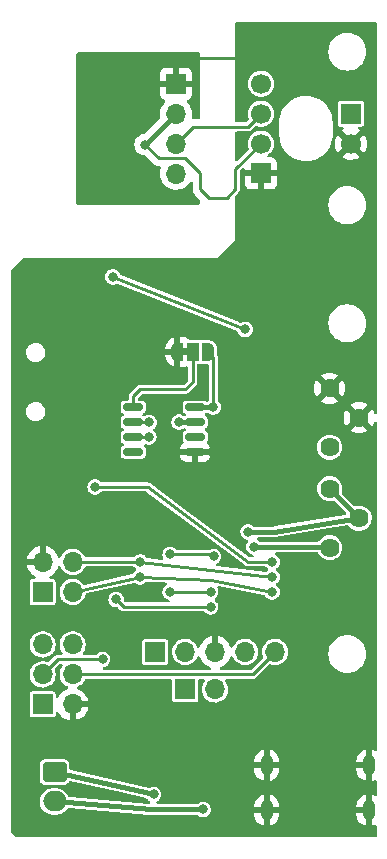
<source format=gbl>
G04 #@! TF.GenerationSoftware,KiCad,Pcbnew,(6.0.10-0)*
G04 #@! TF.CreationDate,2024-06-01T19:56:01+09:00*
G04 #@! TF.ProjectId,AutoFeeder_Drum-type,4175746f-4665-4656-9465-725f4472756d,01*
G04 #@! TF.SameCoordinates,Original*
G04 #@! TF.FileFunction,Copper,L2,Bot*
G04 #@! TF.FilePolarity,Positive*
%FSLAX46Y46*%
G04 Gerber Fmt 4.6, Leading zero omitted, Abs format (unit mm)*
G04 Created by KiCad (PCBNEW (6.0.10-0)) date 2024-06-01 19:56:01*
%MOMM*%
%LPD*%
G01*
G04 APERTURE LIST*
G04 Aperture macros list*
%AMRoundRect*
0 Rectangle with rounded corners*
0 $1 Rounding radius*
0 $2 $3 $4 $5 $6 $7 $8 $9 X,Y pos of 4 corners*
0 Add a 4 corners polygon primitive as box body*
4,1,4,$2,$3,$4,$5,$6,$7,$8,$9,$2,$3,0*
0 Add four circle primitives for the rounded corners*
1,1,$1+$1,$2,$3*
1,1,$1+$1,$4,$5*
1,1,$1+$1,$6,$7*
1,1,$1+$1,$8,$9*
0 Add four rect primitives between the rounded corners*
20,1,$1+$1,$2,$3,$4,$5,0*
20,1,$1+$1,$4,$5,$6,$7,0*
20,1,$1+$1,$6,$7,$8,$9,0*
20,1,$1+$1,$8,$9,$2,$3,0*%
%AMFreePoly0*
4,1,22,0.550000,-0.750000,0.000000,-0.750000,0.000000,-0.745033,-0.079941,-0.743568,-0.215256,-0.701293,-0.333266,-0.622738,-0.424486,-0.514219,-0.481581,-0.384460,-0.499164,-0.250000,-0.500000,-0.250000,-0.500000,0.250000,-0.499164,0.250000,-0.499963,0.256109,-0.478152,0.396186,-0.417904,0.524511,-0.324060,0.630769,-0.204165,0.706417,-0.067858,0.745374,0.000000,0.744959,0.000000,0.750000,
0.550000,0.750000,0.550000,-0.750000,0.550000,-0.750000,$1*%
%AMFreePoly1*
4,1,20,0.000000,0.744959,0.073905,0.744508,0.209726,0.703889,0.328688,0.626782,0.421226,0.519385,0.479903,0.390333,0.500000,0.250000,0.500000,-0.250000,0.499851,-0.262216,0.476331,-0.402017,0.414519,-0.529596,0.319384,-0.634700,0.198574,-0.708877,0.061801,-0.746166,0.000000,-0.745033,0.000000,-0.750000,-0.550000,-0.750000,-0.550000,0.750000,0.000000,0.750000,0.000000,0.744959,
0.000000,0.744959,$1*%
G04 Aperture macros list end*
G04 #@! TA.AperFunction,ComponentPad*
%ADD10R,1.700000X1.700000*%
G04 #@! TD*
G04 #@! TA.AperFunction,ComponentPad*
%ADD11O,1.700000X1.700000*%
G04 #@! TD*
G04 #@! TA.AperFunction,ComponentPad*
%ADD12C,0.600000*%
G04 #@! TD*
G04 #@! TA.AperFunction,ComponentPad*
%ADD13C,1.620000*%
G04 #@! TD*
G04 #@! TA.AperFunction,ComponentPad*
%ADD14O,1.100000X1.700000*%
G04 #@! TD*
G04 #@! TA.AperFunction,SMDPad,CuDef*
%ADD15FreePoly0,0.000000*%
G04 #@! TD*
G04 #@! TA.AperFunction,SMDPad,CuDef*
%ADD16R,1.000000X1.500000*%
G04 #@! TD*
G04 #@! TA.AperFunction,SMDPad,CuDef*
%ADD17FreePoly1,0.000000*%
G04 #@! TD*
G04 #@! TA.AperFunction,ComponentPad*
%ADD18RoundRect,0.250000X-0.750000X0.600000X-0.750000X-0.600000X0.750000X-0.600000X0.750000X0.600000X0*%
G04 #@! TD*
G04 #@! TA.AperFunction,ComponentPad*
%ADD19O,2.000000X1.700000*%
G04 #@! TD*
G04 #@! TA.AperFunction,SMDPad,CuDef*
%ADD20RoundRect,0.150000X0.675000X0.150000X-0.675000X0.150000X-0.675000X-0.150000X0.675000X-0.150000X0*%
G04 #@! TD*
G04 #@! TA.AperFunction,ComponentPad*
%ADD21C,1.700000*%
G04 #@! TD*
G04 #@! TA.AperFunction,ViaPad*
%ADD22C,0.800000*%
G04 #@! TD*
G04 #@! TA.AperFunction,Conductor*
%ADD23C,0.250000*%
G04 #@! TD*
G04 #@! TA.AperFunction,Conductor*
%ADD24C,0.400000*%
G04 #@! TD*
G04 APERTURE END LIST*
G36*
X128000000Y-98725000D02*
G01*
X127500000Y-98725000D01*
X127500000Y-98125000D01*
X128000000Y-98125000D01*
X128000000Y-98725000D01*
G37*
D10*
X115700000Y-118745000D03*
D11*
X115700000Y-116205000D03*
X118240000Y-118745000D03*
X118240000Y-116205000D03*
D12*
X121920000Y-131064000D03*
D10*
X125225000Y-123825000D03*
D11*
X127765000Y-123825000D03*
X130305000Y-123825000D03*
X132845000Y-123825000D03*
X135385000Y-123825000D03*
D12*
X121920000Y-132080000D03*
D13*
X140000000Y-101500000D03*
X142500000Y-104000000D03*
X140000000Y-106500000D03*
D14*
X143320000Y-133425500D03*
X134680000Y-133425500D03*
X143320000Y-137225500D03*
X134680000Y-137225500D03*
D13*
X140000000Y-110000000D03*
X142500000Y-112500000D03*
X140000000Y-115000000D03*
D12*
X121920000Y-133096000D03*
D10*
X127000000Y-75717400D03*
D11*
X127000000Y-78257400D03*
X127000000Y-80797400D03*
X127000000Y-83337400D03*
D15*
X127100000Y-98425000D03*
D16*
X128400000Y-98425000D03*
D17*
X129700000Y-98425000D03*
D18*
X116713000Y-133985000D03*
D19*
X116713000Y-136485000D03*
D10*
X127762000Y-127000000D03*
D11*
X130302000Y-127000000D03*
D10*
X134191200Y-83312000D03*
D20*
X128625000Y-103095000D03*
X128625000Y-104365000D03*
X128625000Y-105635000D03*
X128625000Y-106905000D03*
X123375000Y-106905000D03*
X123375000Y-105635000D03*
X123375000Y-104365000D03*
X123375000Y-103095000D03*
D10*
X141800000Y-78250000D03*
D21*
X141800000Y-80790000D03*
X134180000Y-80790000D03*
X134180000Y-78250000D03*
D10*
X115700000Y-128270000D03*
D11*
X118240000Y-128270000D03*
X115700000Y-125730000D03*
X118240000Y-125730000D03*
X115700000Y-123190000D03*
X118240000Y-123190000D03*
D21*
X134191200Y-75717400D03*
D22*
X134750000Y-112395000D03*
X127254000Y-108204000D03*
X121550000Y-128408000D03*
X125476000Y-138303000D03*
X115700000Y-95885000D03*
X115700000Y-106045000D03*
X134620000Y-129540000D03*
X142240000Y-129540000D03*
X127000000Y-109855000D03*
X130077000Y-106905000D03*
X124378700Y-80878700D03*
X130149000Y-103095000D03*
X130175000Y-115734500D03*
X126495000Y-115570000D03*
X126495000Y-118745000D03*
X129924000Y-118745000D03*
X124717000Y-104394000D03*
X123963500Y-116205000D03*
X135131000Y-117475000D03*
X124688000Y-105635000D03*
X123955000Y-117475000D03*
X135131000Y-118745000D03*
X132845000Y-96520000D03*
X121643500Y-92075000D03*
X120145000Y-109855000D03*
X135128000Y-116205000D03*
X129286000Y-137160000D03*
X125095000Y-135890000D03*
X127254000Y-104365000D03*
X133599701Y-114930701D03*
X133099000Y-113665000D03*
X121920000Y-119380000D03*
X129924000Y-120015000D03*
X120780000Y-124460000D03*
D23*
X135128000Y-116205000D02*
X133096000Y-116205000D01*
X133096000Y-116205000D02*
X124587000Y-109855000D01*
X124587000Y-109855000D02*
X120145000Y-109855000D01*
X118240000Y-118745000D02*
X123955000Y-117475000D01*
D24*
X129286000Y-137160000D02*
X124841000Y-137160000D01*
X124841000Y-137160000D02*
X116713000Y-136485000D01*
X125095000Y-135890000D02*
X116713000Y-133985000D01*
D23*
X135385000Y-123825000D02*
X133480000Y-125730000D01*
X133480000Y-125730000D02*
X118240000Y-125730000D01*
X127000000Y-74000000D02*
X127500000Y-73500000D01*
X130077000Y-106905000D02*
X128625000Y-106905000D01*
X127500000Y-73500000D02*
X132500000Y-73500000D01*
X127000000Y-75717400D02*
X127000000Y-74000000D01*
X132000000Y-84662000D02*
X132000000Y-82970000D01*
D24*
X124378700Y-80878700D02*
X127000000Y-78257400D01*
D23*
X130149000Y-103095000D02*
X130149000Y-98874000D01*
X129761500Y-85375000D02*
X131287000Y-85375000D01*
X124378700Y-80878700D02*
X125542000Y-82042000D01*
X125542000Y-82042000D02*
X127762000Y-82042000D01*
X129032000Y-84645500D02*
X129761500Y-85375000D01*
X127762000Y-82042000D02*
X129032000Y-83312000D01*
D24*
X130149000Y-103095000D02*
X128625000Y-103095000D01*
D23*
X131287000Y-85375000D02*
X132000000Y-84662000D01*
X130149000Y-98874000D02*
X129700000Y-98425000D01*
X129032000Y-83312000D02*
X129032000Y-84645500D01*
X132000000Y-82970000D02*
X134180000Y-80790000D01*
X130010500Y-115570000D02*
X130175000Y-115734500D01*
X126495000Y-115570000D02*
X130010500Y-115570000D01*
X127000000Y-80797400D02*
X128422400Y-79375000D01*
X128422400Y-79375000D02*
X133055000Y-79375000D01*
X133055000Y-79375000D02*
X134180000Y-78250000D01*
X129924000Y-118745000D02*
X126495000Y-118745000D01*
X124688000Y-104365000D02*
X123375000Y-104365000D01*
X124717000Y-104394000D02*
X124688000Y-104365000D01*
X123963500Y-116205000D02*
X118240000Y-116205000D01*
X123963500Y-116205000D02*
X135131000Y-117475000D01*
X135131000Y-118745000D02*
X129921000Y-117729000D01*
X129921000Y-117729000D02*
X123955000Y-117475000D01*
X124688000Y-105635000D02*
X123375000Y-105635000D01*
X132845000Y-96520000D02*
X121643500Y-92075000D01*
X123955000Y-101600000D02*
X127765000Y-101600000D01*
X123375000Y-103095000D02*
X123375000Y-102180000D01*
X128400000Y-100965000D02*
X128400000Y-98425000D01*
X127765000Y-101600000D02*
X128400000Y-100965000D01*
X123375000Y-102180000D02*
X123955000Y-101600000D01*
D24*
X127254000Y-104365000D02*
X128625000Y-104365000D01*
X133599701Y-114930701D02*
X139930701Y-114930701D01*
X139930701Y-114930701D02*
X140000000Y-115000000D01*
X142500000Y-112500000D02*
X140000000Y-110000000D01*
X135255000Y-113665000D02*
X142500000Y-112500000D01*
X133099000Y-113665000D02*
X135255000Y-113665000D01*
D23*
X129924000Y-120015000D02*
X122555000Y-120015000D01*
X122555000Y-120015000D02*
X121920000Y-119380000D01*
X120780000Y-124460000D02*
X116970000Y-124460000D01*
X116970000Y-124460000D02*
X115700000Y-125730000D01*
G04 #@! TA.AperFunction,Conductor*
G36*
X143942121Y-70520002D02*
G01*
X143988614Y-70573658D01*
X144000000Y-70626000D01*
X144000000Y-103548648D01*
X143979998Y-103616769D01*
X143926342Y-103663262D01*
X143856068Y-103673366D01*
X143791488Y-103643872D01*
X143752293Y-103581259D01*
X143744669Y-103552805D01*
X143740923Y-103542513D01*
X143648105Y-103343464D01*
X143642627Y-103333978D01*
X143604672Y-103279771D01*
X143594194Y-103271396D01*
X143580746Y-103278464D01*
X142872022Y-103987188D01*
X142864408Y-104001132D01*
X142864539Y-104002965D01*
X142868790Y-104009580D01*
X143581468Y-104722258D01*
X143593242Y-104728688D01*
X143605258Y-104719391D01*
X143642627Y-104666022D01*
X143648105Y-104656536D01*
X143740923Y-104457487D01*
X143744669Y-104447195D01*
X143752293Y-104418741D01*
X143789245Y-104358118D01*
X143853105Y-104327097D01*
X143923600Y-104335525D01*
X143978347Y-104380728D01*
X144000000Y-104451352D01*
X144000000Y-132079003D01*
X143979998Y-132147124D01*
X143926342Y-132193617D01*
X143856068Y-132203721D01*
X143814072Y-132189839D01*
X143737393Y-132148379D01*
X143726093Y-132143629D01*
X143591307Y-132101905D01*
X143577205Y-132101699D01*
X143574000Y-132108455D01*
X143574000Y-134735547D01*
X143577973Y-134749078D01*
X143585768Y-134750198D01*
X143712342Y-134712946D01*
X143723710Y-134708353D01*
X143815625Y-134660301D01*
X143885260Y-134646467D01*
X143951321Y-134672477D01*
X143992833Y-134730073D01*
X144000000Y-134771963D01*
X144000000Y-135879003D01*
X143979998Y-135947124D01*
X143926342Y-135993617D01*
X143856068Y-136003721D01*
X143814072Y-135989839D01*
X143737393Y-135948379D01*
X143726093Y-135943629D01*
X143591307Y-135901905D01*
X143577205Y-135901699D01*
X143574000Y-135908455D01*
X143574000Y-138535547D01*
X143577973Y-138549078D01*
X143585768Y-138550198D01*
X143712342Y-138512946D01*
X143723710Y-138508353D01*
X143815625Y-138460301D01*
X143885260Y-138446467D01*
X143951321Y-138472477D01*
X143992833Y-138530073D01*
X144000000Y-138571963D01*
X144000000Y-139374000D01*
X143979998Y-139442121D01*
X143926342Y-139488614D01*
X143874000Y-139500000D01*
X113552190Y-139500000D01*
X113484069Y-139479998D01*
X113463095Y-139463095D01*
X113036905Y-139036905D01*
X113002879Y-138974593D01*
X113000000Y-138947810D01*
X113000000Y-136430800D01*
X115454801Y-136430800D01*
X115464545Y-136641333D01*
X115513924Y-136846226D01*
X115516406Y-136851684D01*
X115516407Y-136851688D01*
X115520936Y-136861649D01*
X115601157Y-137038084D01*
X115723096Y-137209986D01*
X115875340Y-137355728D01*
X115880375Y-137358979D01*
X116047360Y-137466800D01*
X116047363Y-137466801D01*
X116052397Y-137470052D01*
X116247878Y-137548834D01*
X116370688Y-137572817D01*
X116450283Y-137588361D01*
X116450286Y-137588361D01*
X116454729Y-137589229D01*
X116460270Y-137589500D01*
X116915659Y-137589500D01*
X117072806Y-137574507D01*
X117275042Y-137515177D01*
X117361650Y-137470571D01*
X117457079Y-137421422D01*
X117457082Y-137421420D01*
X117462410Y-137418676D01*
X117538408Y-137358979D01*
X117623432Y-137292192D01*
X117623436Y-137292188D01*
X117628149Y-137288486D01*
X117692674Y-137214128D01*
X117762350Y-137133835D01*
X117762354Y-137133830D01*
X117766281Y-137129304D01*
X117781942Y-137102233D01*
X117833367Y-137053284D01*
X117901434Y-137039760D01*
X120841908Y-137283955D01*
X124738371Y-137607542D01*
X124755123Y-137610844D01*
X124755203Y-137610436D01*
X124762246Y-137611808D01*
X124769097Y-137613975D01*
X124775768Y-137614500D01*
X124816934Y-137614500D01*
X124827362Y-137614932D01*
X124832730Y-137615378D01*
X124832733Y-137615378D01*
X124837417Y-137615767D01*
X124852311Y-137614777D01*
X124860668Y-137614500D01*
X128764203Y-137614500D01*
X128832324Y-137634502D01*
X128849002Y-137647306D01*
X128904076Y-137697419D01*
X129043293Y-137773008D01*
X129196522Y-137813207D01*
X129280477Y-137814526D01*
X129347319Y-137815576D01*
X129347322Y-137815576D01*
X129354916Y-137815695D01*
X129509332Y-137780329D01*
X129588691Y-137740416D01*
X129644072Y-137712563D01*
X129644075Y-137712561D01*
X129650855Y-137709151D01*
X129656626Y-137704222D01*
X129656629Y-137704220D01*
X129765536Y-137611204D01*
X129765536Y-137611203D01*
X129771314Y-137606269D01*
X129794053Y-137574624D01*
X133622000Y-137574624D01*
X133622301Y-137580772D01*
X133636527Y-137725861D01*
X133638910Y-137737896D01*
X133695317Y-137924723D01*
X133699992Y-137936065D01*
X133791612Y-138108379D01*
X133798399Y-138118595D01*
X133921747Y-138269835D01*
X133930391Y-138278539D01*
X134080763Y-138402938D01*
X134090931Y-138409797D01*
X134262607Y-138502621D01*
X134273907Y-138507371D01*
X134408693Y-138549095D01*
X134422795Y-138549301D01*
X134426000Y-138542545D01*
X134426000Y-138535547D01*
X134934000Y-138535547D01*
X134937973Y-138549078D01*
X134945768Y-138550198D01*
X135072342Y-138512946D01*
X135083710Y-138508353D01*
X135256666Y-138417934D01*
X135266928Y-138411218D01*
X135419020Y-138288932D01*
X135427786Y-138280348D01*
X135553236Y-138130844D01*
X135560160Y-138120733D01*
X135654184Y-137949702D01*
X135659012Y-137938438D01*
X135718025Y-137752405D01*
X135720573Y-137740416D01*
X135737607Y-137588553D01*
X135738000Y-137581529D01*
X135738000Y-137574624D01*
X142262000Y-137574624D01*
X142262301Y-137580772D01*
X142276527Y-137725861D01*
X142278910Y-137737896D01*
X142335317Y-137924723D01*
X142339992Y-137936065D01*
X142431612Y-138108379D01*
X142438399Y-138118595D01*
X142561747Y-138269835D01*
X142570391Y-138278539D01*
X142720763Y-138402938D01*
X142730931Y-138409797D01*
X142902607Y-138502621D01*
X142913907Y-138507371D01*
X143048693Y-138549095D01*
X143062795Y-138549301D01*
X143066000Y-138542545D01*
X143066000Y-137497615D01*
X143061525Y-137482376D01*
X143060135Y-137481171D01*
X143052452Y-137479500D01*
X142280115Y-137479500D01*
X142264876Y-137483975D01*
X142263671Y-137485365D01*
X142262000Y-137493048D01*
X142262000Y-137574624D01*
X135738000Y-137574624D01*
X135738000Y-137497615D01*
X135733525Y-137482376D01*
X135732135Y-137481171D01*
X135724452Y-137479500D01*
X134952115Y-137479500D01*
X134936876Y-137483975D01*
X134935671Y-137485365D01*
X134934000Y-137493048D01*
X134934000Y-138535547D01*
X134426000Y-138535547D01*
X134426000Y-137497615D01*
X134421525Y-137482376D01*
X134420135Y-137481171D01*
X134412452Y-137479500D01*
X133640115Y-137479500D01*
X133624876Y-137483975D01*
X133623671Y-137485365D01*
X133622000Y-137493048D01*
X133622000Y-137574624D01*
X129794053Y-137574624D01*
X129863755Y-137477624D01*
X129922842Y-137330641D01*
X129945162Y-137173807D01*
X129945307Y-137160000D01*
X129926276Y-137002733D01*
X129907629Y-136953385D01*
X133622000Y-136953385D01*
X133626475Y-136968624D01*
X133627865Y-136969829D01*
X133635548Y-136971500D01*
X134407885Y-136971500D01*
X134423124Y-136967025D01*
X134424329Y-136965635D01*
X134426000Y-136957952D01*
X134426000Y-136953385D01*
X134934000Y-136953385D01*
X134938475Y-136968624D01*
X134939865Y-136969829D01*
X134947548Y-136971500D01*
X135719885Y-136971500D01*
X135735124Y-136967025D01*
X135736329Y-136965635D01*
X135738000Y-136957952D01*
X135738000Y-136953385D01*
X142262000Y-136953385D01*
X142266475Y-136968624D01*
X142267865Y-136969829D01*
X142275548Y-136971500D01*
X143047885Y-136971500D01*
X143063124Y-136967025D01*
X143064329Y-136965635D01*
X143066000Y-136957952D01*
X143066000Y-135915453D01*
X143062027Y-135901922D01*
X143054232Y-135900802D01*
X142927658Y-135938054D01*
X142916290Y-135942647D01*
X142743334Y-136033066D01*
X142733072Y-136039782D01*
X142580980Y-136162068D01*
X142572214Y-136170652D01*
X142446764Y-136320156D01*
X142439840Y-136330267D01*
X142345816Y-136501298D01*
X142340988Y-136512562D01*
X142281975Y-136698595D01*
X142279427Y-136710584D01*
X142262393Y-136862447D01*
X142262000Y-136869471D01*
X142262000Y-136953385D01*
X135738000Y-136953385D01*
X135738000Y-136876376D01*
X135737699Y-136870228D01*
X135723473Y-136725139D01*
X135721090Y-136713104D01*
X135664683Y-136526277D01*
X135660008Y-136514935D01*
X135568388Y-136342621D01*
X135561601Y-136332405D01*
X135438253Y-136181165D01*
X135429609Y-136172461D01*
X135279237Y-136048062D01*
X135269069Y-136041203D01*
X135097393Y-135948379D01*
X135086093Y-135943629D01*
X134951307Y-135901905D01*
X134937205Y-135901699D01*
X134934000Y-135908455D01*
X134934000Y-136953385D01*
X134426000Y-136953385D01*
X134426000Y-135915453D01*
X134422027Y-135901922D01*
X134414232Y-135900802D01*
X134287658Y-135938054D01*
X134276290Y-135942647D01*
X134103334Y-136033066D01*
X134093072Y-136039782D01*
X133940980Y-136162068D01*
X133932214Y-136170652D01*
X133806764Y-136320156D01*
X133799840Y-136330267D01*
X133705816Y-136501298D01*
X133700988Y-136512562D01*
X133641975Y-136698595D01*
X133639427Y-136710584D01*
X133622393Y-136862447D01*
X133622000Y-136869471D01*
X133622000Y-136953385D01*
X129907629Y-136953385D01*
X129870280Y-136854546D01*
X129780553Y-136723992D01*
X129768333Y-136713104D01*
X129737348Y-136685498D01*
X129662275Y-136618611D01*
X129654889Y-136614700D01*
X129528988Y-136548039D01*
X129528989Y-136548039D01*
X129522274Y-136544484D01*
X129368633Y-136505892D01*
X129361034Y-136505852D01*
X129361033Y-136505852D01*
X129295181Y-136505507D01*
X129210221Y-136505062D01*
X129202841Y-136506834D01*
X129202839Y-136506834D01*
X129063563Y-136540271D01*
X129063560Y-136540272D01*
X129056184Y-136542043D01*
X128915414Y-136614700D01*
X128909695Y-136619689D01*
X128846923Y-136674449D01*
X128782441Y-136704157D01*
X128764093Y-136705500D01*
X125461226Y-136705500D01*
X125393105Y-136685498D01*
X125346612Y-136631842D01*
X125336508Y-136561568D01*
X125366002Y-136496988D01*
X125404612Y-136466935D01*
X125453072Y-136442563D01*
X125453075Y-136442561D01*
X125459855Y-136439151D01*
X125465626Y-136434222D01*
X125465629Y-136434220D01*
X125574536Y-136341204D01*
X125574536Y-136341203D01*
X125580314Y-136336269D01*
X125672755Y-136207624D01*
X125731842Y-136060641D01*
X125748495Y-135943629D01*
X125753581Y-135907891D01*
X125753581Y-135907888D01*
X125754162Y-135903807D01*
X125754307Y-135890000D01*
X125735276Y-135732733D01*
X125679280Y-135584546D01*
X125589553Y-135453992D01*
X125471275Y-135348611D01*
X125331274Y-135274484D01*
X125177633Y-135235892D01*
X125170034Y-135235852D01*
X125170033Y-135235852D01*
X125104181Y-135235507D01*
X125019221Y-135235062D01*
X125011841Y-135236834D01*
X125011839Y-135236834D01*
X124872563Y-135270271D01*
X124872560Y-135270272D01*
X124865184Y-135272043D01*
X124858443Y-135275522D01*
X124858433Y-135275526D01*
X124772026Y-135320125D01*
X124702319Y-135333595D01*
X124686320Y-135331028D01*
X118065576Y-133826313D01*
X118003582Y-133791711D01*
X117994456Y-133774624D01*
X133622000Y-133774624D01*
X133622301Y-133780772D01*
X133636527Y-133925861D01*
X133638910Y-133937896D01*
X133695317Y-134124723D01*
X133699992Y-134136065D01*
X133791612Y-134308379D01*
X133798399Y-134318595D01*
X133921747Y-134469835D01*
X133930391Y-134478539D01*
X134080763Y-134602938D01*
X134090931Y-134609797D01*
X134262607Y-134702621D01*
X134273907Y-134707371D01*
X134408693Y-134749095D01*
X134422795Y-134749301D01*
X134426000Y-134742545D01*
X134426000Y-134735547D01*
X134934000Y-134735547D01*
X134937973Y-134749078D01*
X134945768Y-134750198D01*
X135072342Y-134712946D01*
X135083710Y-134708353D01*
X135256666Y-134617934D01*
X135266928Y-134611218D01*
X135419020Y-134488932D01*
X135427786Y-134480348D01*
X135553236Y-134330844D01*
X135560160Y-134320733D01*
X135654184Y-134149702D01*
X135659012Y-134138438D01*
X135718025Y-133952405D01*
X135720573Y-133940416D01*
X135737607Y-133788553D01*
X135738000Y-133781529D01*
X135738000Y-133774624D01*
X142262000Y-133774624D01*
X142262301Y-133780772D01*
X142276527Y-133925861D01*
X142278910Y-133937896D01*
X142335317Y-134124723D01*
X142339992Y-134136065D01*
X142431612Y-134308379D01*
X142438399Y-134318595D01*
X142561747Y-134469835D01*
X142570391Y-134478539D01*
X142720763Y-134602938D01*
X142730931Y-134609797D01*
X142902607Y-134702621D01*
X142913907Y-134707371D01*
X143048693Y-134749095D01*
X143062795Y-134749301D01*
X143066000Y-134742545D01*
X143066000Y-133697615D01*
X143061525Y-133682376D01*
X143060135Y-133681171D01*
X143052452Y-133679500D01*
X142280115Y-133679500D01*
X142264876Y-133683975D01*
X142263671Y-133685365D01*
X142262000Y-133693048D01*
X142262000Y-133774624D01*
X135738000Y-133774624D01*
X135738000Y-133697615D01*
X135733525Y-133682376D01*
X135732135Y-133681171D01*
X135724452Y-133679500D01*
X134952115Y-133679500D01*
X134936876Y-133683975D01*
X134935671Y-133685365D01*
X134934000Y-133693048D01*
X134934000Y-134735547D01*
X134426000Y-134735547D01*
X134426000Y-133697615D01*
X134421525Y-133682376D01*
X134420135Y-133681171D01*
X134412452Y-133679500D01*
X133640115Y-133679500D01*
X133624876Y-133683975D01*
X133623671Y-133685365D01*
X133622000Y-133693048D01*
X133622000Y-133774624D01*
X117994456Y-133774624D01*
X117970136Y-133729086D01*
X117967500Y-133703446D01*
X117967500Y-133337244D01*
X117960798Y-133275552D01*
X117915000Y-133153385D01*
X133622000Y-133153385D01*
X133626475Y-133168624D01*
X133627865Y-133169829D01*
X133635548Y-133171500D01*
X134407885Y-133171500D01*
X134423124Y-133167025D01*
X134424329Y-133165635D01*
X134426000Y-133157952D01*
X134426000Y-133153385D01*
X134934000Y-133153385D01*
X134938475Y-133168624D01*
X134939865Y-133169829D01*
X134947548Y-133171500D01*
X135719885Y-133171500D01*
X135735124Y-133167025D01*
X135736329Y-133165635D01*
X135738000Y-133157952D01*
X135738000Y-133153385D01*
X142262000Y-133153385D01*
X142266475Y-133168624D01*
X142267865Y-133169829D01*
X142275548Y-133171500D01*
X143047885Y-133171500D01*
X143063124Y-133167025D01*
X143064329Y-133165635D01*
X143066000Y-133157952D01*
X143066000Y-132115453D01*
X143062027Y-132101922D01*
X143054232Y-132100802D01*
X142927658Y-132138054D01*
X142916290Y-132142647D01*
X142743334Y-132233066D01*
X142733072Y-132239782D01*
X142580980Y-132362068D01*
X142572214Y-132370652D01*
X142446764Y-132520156D01*
X142439840Y-132530267D01*
X142345816Y-132701298D01*
X142340988Y-132712562D01*
X142281975Y-132898595D01*
X142279427Y-132910584D01*
X142262393Y-133062447D01*
X142262000Y-133069471D01*
X142262000Y-133153385D01*
X135738000Y-133153385D01*
X135738000Y-133076376D01*
X135737699Y-133070228D01*
X135723473Y-132925139D01*
X135721090Y-132913104D01*
X135664683Y-132726277D01*
X135660008Y-132714935D01*
X135568388Y-132542621D01*
X135561601Y-132532405D01*
X135438253Y-132381165D01*
X135429609Y-132372461D01*
X135279237Y-132248062D01*
X135269069Y-132241203D01*
X135097393Y-132148379D01*
X135086093Y-132143629D01*
X134951307Y-132101905D01*
X134937205Y-132101699D01*
X134934000Y-132108455D01*
X134934000Y-133153385D01*
X134426000Y-133153385D01*
X134426000Y-132115453D01*
X134422027Y-132101922D01*
X134414232Y-132100802D01*
X134287658Y-132138054D01*
X134276290Y-132142647D01*
X134103334Y-132233066D01*
X134093072Y-132239782D01*
X133940980Y-132362068D01*
X133932214Y-132370652D01*
X133806764Y-132520156D01*
X133799840Y-132530267D01*
X133705816Y-132701298D01*
X133700988Y-132712562D01*
X133641975Y-132898595D01*
X133639427Y-132910584D01*
X133622393Y-133062447D01*
X133622000Y-133069471D01*
X133622000Y-133153385D01*
X117915000Y-133153385D01*
X117910071Y-133140236D01*
X117904691Y-133133057D01*
X117904689Y-133133054D01*
X117828785Y-133031776D01*
X117823404Y-133024596D01*
X117802977Y-133009287D01*
X117714946Y-132943311D01*
X117714943Y-132943309D01*
X117707764Y-132937929D01*
X117602839Y-132898595D01*
X117579843Y-132889974D01*
X117579841Y-132889974D01*
X117572448Y-132887202D01*
X117564598Y-132886349D01*
X117564597Y-132886349D01*
X117514153Y-132880869D01*
X117514152Y-132880869D01*
X117510756Y-132880500D01*
X115915244Y-132880500D01*
X115911848Y-132880869D01*
X115911847Y-132880869D01*
X115861403Y-132886349D01*
X115861402Y-132886349D01*
X115853552Y-132887202D01*
X115846159Y-132889974D01*
X115846157Y-132889974D01*
X115823161Y-132898595D01*
X115718236Y-132937929D01*
X115711057Y-132943309D01*
X115711054Y-132943311D01*
X115623023Y-133009287D01*
X115602596Y-133024596D01*
X115597215Y-133031776D01*
X115521311Y-133133054D01*
X115521309Y-133133057D01*
X115515929Y-133140236D01*
X115465202Y-133275552D01*
X115458500Y-133337244D01*
X115458500Y-134632756D01*
X115458869Y-134636152D01*
X115458869Y-134636153D01*
X115459990Y-134646467D01*
X115465202Y-134694448D01*
X115467974Y-134701841D01*
X115467974Y-134701843D01*
X115472136Y-134712946D01*
X115515929Y-134829764D01*
X115521309Y-134836943D01*
X115521311Y-134836946D01*
X115587287Y-134924977D01*
X115602596Y-134945404D01*
X115609776Y-134950785D01*
X115711054Y-135026689D01*
X115711057Y-135026691D01*
X115718236Y-135032071D01*
X115807954Y-135065704D01*
X115846157Y-135080026D01*
X115846159Y-135080026D01*
X115853552Y-135082798D01*
X115861402Y-135083651D01*
X115861403Y-135083651D01*
X115911847Y-135089131D01*
X115915244Y-135089500D01*
X117510756Y-135089500D01*
X117514153Y-135089131D01*
X117564597Y-135083651D01*
X117564598Y-135083651D01*
X117572448Y-135082798D01*
X117579841Y-135080026D01*
X117579843Y-135080026D01*
X117618046Y-135065704D01*
X117707764Y-135032071D01*
X117714943Y-135026691D01*
X117714946Y-135026689D01*
X117816224Y-134950785D01*
X117823404Y-134945404D01*
X117838713Y-134924977D01*
X117904689Y-134836946D01*
X117904691Y-134836943D01*
X117910071Y-134829764D01*
X117913221Y-134821361D01*
X117915008Y-134818097D01*
X117965266Y-134767950D01*
X118034656Y-134752936D01*
X118053447Y-134755737D01*
X122320979Y-135725631D01*
X124485166Y-136217492D01*
X124547160Y-136252094D01*
X124561823Y-136270083D01*
X124591667Y-136314495D01*
X124591671Y-136314499D01*
X124595908Y-136320805D01*
X124601527Y-136325918D01*
X124601528Y-136325919D01*
X124707460Y-136422309D01*
X124713076Y-136427419D01*
X124719749Y-136431042D01*
X124764684Y-136455440D01*
X124815006Y-136505523D01*
X124830262Y-136574861D01*
X124805609Y-136641440D01*
X124748875Y-136684122D01*
X124694134Y-136691739D01*
X117987988Y-136134818D01*
X117921758Y-136109248D01*
X117883717Y-136061402D01*
X117832328Y-135948379D01*
X117824843Y-135931916D01*
X117702904Y-135760014D01*
X117550660Y-135614272D01*
X117515623Y-135591649D01*
X117378640Y-135503200D01*
X117378637Y-135503199D01*
X117373603Y-135499948D01*
X117178122Y-135421166D01*
X117043739Y-135394923D01*
X116975717Y-135381639D01*
X116975714Y-135381639D01*
X116971271Y-135380771D01*
X116965730Y-135380500D01*
X116510341Y-135380500D01*
X116353194Y-135395493D01*
X116150958Y-135454823D01*
X116145619Y-135457573D01*
X115968921Y-135548578D01*
X115968918Y-135548580D01*
X115963590Y-135551324D01*
X115958875Y-135555028D01*
X115802568Y-135677808D01*
X115802564Y-135677812D01*
X115797851Y-135681514D01*
X115793920Y-135686044D01*
X115793919Y-135686045D01*
X115663650Y-135836165D01*
X115663646Y-135836170D01*
X115659719Y-135840696D01*
X115554181Y-136023126D01*
X115485043Y-136222222D01*
X115484183Y-136228155D01*
X115484182Y-136228158D01*
X115467586Y-136342621D01*
X115454801Y-136430800D01*
X113000000Y-136430800D01*
X113000000Y-125700964D01*
X114591148Y-125700964D01*
X114604424Y-125903522D01*
X114605845Y-125909118D01*
X114605846Y-125909123D01*
X114640300Y-126044781D01*
X114654392Y-126100269D01*
X114656809Y-126105512D01*
X114720809Y-126244339D01*
X114739377Y-126284616D01*
X114742710Y-126289332D01*
X114821617Y-126400983D01*
X114856533Y-126450389D01*
X115001938Y-126592035D01*
X115170720Y-126704812D01*
X115176023Y-126707090D01*
X115176026Y-126707092D01*
X115334355Y-126775115D01*
X115357228Y-126784942D01*
X115414313Y-126797859D01*
X115549579Y-126828467D01*
X115549584Y-126828468D01*
X115555216Y-126829742D01*
X115560987Y-126829969D01*
X115560989Y-126829969D01*
X115620756Y-126832317D01*
X115758053Y-126837712D01*
X115858499Y-126823148D01*
X115953231Y-126809413D01*
X115953236Y-126809412D01*
X115958945Y-126808584D01*
X115964409Y-126806729D01*
X115964414Y-126806728D01*
X116145693Y-126745192D01*
X116145698Y-126745190D01*
X116151165Y-126743334D01*
X116328276Y-126644147D01*
X116371683Y-126608046D01*
X116479913Y-126518031D01*
X116484345Y-126514345D01*
X116541463Y-126445669D01*
X116610453Y-126362718D01*
X116610455Y-126362715D01*
X116614147Y-126358276D01*
X116713334Y-126181165D01*
X116715190Y-126175698D01*
X116715192Y-126175693D01*
X116776728Y-125994414D01*
X116776729Y-125994409D01*
X116778584Y-125988945D01*
X116779412Y-125983236D01*
X116779413Y-125983231D01*
X116807179Y-125791727D01*
X116807712Y-125788053D01*
X116809232Y-125730000D01*
X116790658Y-125527859D01*
X116789090Y-125522299D01*
X116737127Y-125338053D01*
X116737126Y-125338051D01*
X116735557Y-125332487D01*
X116736058Y-125332346D01*
X116730618Y-125265289D01*
X116764894Y-125201800D01*
X117090289Y-124876405D01*
X117152601Y-124842379D01*
X117179384Y-124839500D01*
X117275700Y-124839500D01*
X117343821Y-124859502D01*
X117390314Y-124913158D01*
X117400418Y-124983432D01*
X117374650Y-125043506D01*
X117309720Y-125125869D01*
X117307031Y-125130980D01*
X117307029Y-125130983D01*
X117294073Y-125155609D01*
X117215203Y-125305515D01*
X117155007Y-125499378D01*
X117131148Y-125700964D01*
X117144424Y-125903522D01*
X117145845Y-125909118D01*
X117145846Y-125909123D01*
X117180300Y-126044781D01*
X117194392Y-126100269D01*
X117196809Y-126105512D01*
X117260809Y-126244339D01*
X117279377Y-126284616D01*
X117282710Y-126289332D01*
X117361617Y-126400983D01*
X117396533Y-126450389D01*
X117541938Y-126592035D01*
X117710720Y-126704812D01*
X117716023Y-126707090D01*
X117716026Y-126707092D01*
X117812954Y-126748735D01*
X117867647Y-126794003D01*
X117889184Y-126861654D01*
X117870727Y-126930210D01*
X117818136Y-126977904D01*
X117802361Y-126984268D01*
X117716868Y-127012212D01*
X117707359Y-127016209D01*
X117518463Y-127114542D01*
X117509738Y-127120036D01*
X117339433Y-127247905D01*
X117331726Y-127254748D01*
X117184590Y-127408717D01*
X117178104Y-127416727D01*
X117058098Y-127592649D01*
X117053000Y-127601623D01*
X117044787Y-127619316D01*
X116997963Y-127672683D01*
X116929720Y-127692264D01*
X116861724Y-127671841D01*
X116815564Y-127617899D01*
X116804499Y-127566266D01*
X116804499Y-127394934D01*
X116789734Y-127320699D01*
X116733484Y-127236516D01*
X116649301Y-127180266D01*
X116575067Y-127165500D01*
X115700142Y-127165500D01*
X114824934Y-127165501D01*
X114789182Y-127172612D01*
X114762874Y-127177844D01*
X114762872Y-127177845D01*
X114750699Y-127180266D01*
X114740379Y-127187161D01*
X114740378Y-127187162D01*
X114679985Y-127227516D01*
X114666516Y-127236516D01*
X114610266Y-127320699D01*
X114595500Y-127394933D01*
X114595501Y-129145066D01*
X114610266Y-129219301D01*
X114666516Y-129303484D01*
X114750699Y-129359734D01*
X114824933Y-129374500D01*
X115699858Y-129374500D01*
X116575066Y-129374499D01*
X116610818Y-129367388D01*
X116637126Y-129362156D01*
X116637128Y-129362155D01*
X116649301Y-129359734D01*
X116659621Y-129352839D01*
X116659622Y-129352838D01*
X116723168Y-129310377D01*
X116733484Y-129303484D01*
X116789734Y-129219301D01*
X116804500Y-129145067D01*
X116804500Y-128973428D01*
X116824502Y-128905307D01*
X116878158Y-128858814D01*
X116948432Y-128848710D01*
X117013012Y-128878204D01*
X117037933Y-128907593D01*
X117137694Y-129070388D01*
X117143777Y-129078699D01*
X117283213Y-129239667D01*
X117290580Y-129246883D01*
X117454434Y-129382916D01*
X117462881Y-129388831D01*
X117646756Y-129496279D01*
X117656042Y-129500729D01*
X117855001Y-129576703D01*
X117864899Y-129579579D01*
X117968250Y-129600606D01*
X117982299Y-129599410D01*
X117986000Y-129589065D01*
X117986000Y-129588517D01*
X118494000Y-129588517D01*
X118498064Y-129602359D01*
X118511478Y-129604393D01*
X118518184Y-129603534D01*
X118528262Y-129601392D01*
X118732255Y-129540191D01*
X118741842Y-129536433D01*
X118933095Y-129442739D01*
X118941945Y-129437464D01*
X119115328Y-129313792D01*
X119123200Y-129307139D01*
X119274052Y-129156812D01*
X119280730Y-129148965D01*
X119405003Y-128976020D01*
X119410313Y-128967183D01*
X119504670Y-128776267D01*
X119508469Y-128766672D01*
X119570377Y-128562910D01*
X119572555Y-128552837D01*
X119573986Y-128541962D01*
X119571775Y-128527778D01*
X119558617Y-128524000D01*
X118512115Y-128524000D01*
X118496876Y-128528475D01*
X118495671Y-128529865D01*
X118494000Y-128537548D01*
X118494000Y-129588517D01*
X117986000Y-129588517D01*
X117986000Y-128142000D01*
X118006002Y-128073879D01*
X118059658Y-128027386D01*
X118112000Y-128016000D01*
X119558344Y-128016000D01*
X119571875Y-128012027D01*
X119573180Y-128002947D01*
X119531214Y-127835875D01*
X119527894Y-127826124D01*
X119442972Y-127630814D01*
X119438105Y-127621739D01*
X119322426Y-127442926D01*
X119316136Y-127434757D01*
X119172806Y-127277240D01*
X119165273Y-127270215D01*
X118998139Y-127138222D01*
X118989552Y-127132517D01*
X118803117Y-127029599D01*
X118793705Y-127025369D01*
X118679391Y-126984888D01*
X118621855Y-126943294D01*
X118595939Y-126877196D01*
X118609873Y-126807580D01*
X118659232Y-126756549D01*
X118680943Y-126746804D01*
X118691165Y-126743334D01*
X118868276Y-126644147D01*
X118911683Y-126608046D01*
X119019913Y-126518031D01*
X119024345Y-126514345D01*
X119081463Y-126445669D01*
X119150453Y-126362718D01*
X119150455Y-126362715D01*
X119154147Y-126358276D01*
X119253334Y-126181165D01*
X119253787Y-126181419D01*
X119297368Y-126130151D01*
X119366488Y-126109500D01*
X126531500Y-126109500D01*
X126599621Y-126129502D01*
X126646114Y-126183158D01*
X126657500Y-126235500D01*
X126657501Y-127054344D01*
X126657501Y-127875066D01*
X126672266Y-127949301D01*
X126679161Y-127959620D01*
X126679162Y-127959622D01*
X126716833Y-128016000D01*
X126728516Y-128033484D01*
X126812699Y-128089734D01*
X126886933Y-128104500D01*
X127761858Y-128104500D01*
X128637066Y-128104499D01*
X128672818Y-128097388D01*
X128699126Y-128092156D01*
X128699128Y-128092155D01*
X128711301Y-128089734D01*
X128721621Y-128082839D01*
X128721622Y-128082838D01*
X128785168Y-128040377D01*
X128795484Y-128033484D01*
X128851734Y-127949301D01*
X128866500Y-127875067D01*
X128866499Y-126235500D01*
X128886501Y-126167379D01*
X128940157Y-126120886D01*
X128992499Y-126109500D01*
X129337700Y-126109500D01*
X129405821Y-126129502D01*
X129452314Y-126183158D01*
X129462418Y-126253432D01*
X129436650Y-126313506D01*
X129371720Y-126395869D01*
X129369031Y-126400980D01*
X129369029Y-126400983D01*
X129321128Y-126492027D01*
X129277203Y-126575515D01*
X129268828Y-126602487D01*
X129220991Y-126756549D01*
X129217007Y-126769378D01*
X129193148Y-126970964D01*
X129206424Y-127173522D01*
X129207845Y-127179118D01*
X129207846Y-127179123D01*
X129227053Y-127254748D01*
X129256392Y-127370269D01*
X129258809Y-127375512D01*
X129296010Y-127456208D01*
X129341377Y-127554616D01*
X129344710Y-127559332D01*
X129388815Y-127621739D01*
X129458533Y-127720389D01*
X129603938Y-127862035D01*
X129772720Y-127974812D01*
X129778023Y-127977090D01*
X129778026Y-127977092D01*
X129909283Y-128033484D01*
X129959228Y-128054942D01*
X130032244Y-128071464D01*
X130151579Y-128098467D01*
X130151584Y-128098468D01*
X130157216Y-128099742D01*
X130162987Y-128099969D01*
X130162989Y-128099969D01*
X130222756Y-128102317D01*
X130360053Y-128107712D01*
X130467348Y-128092155D01*
X130555231Y-128079413D01*
X130555236Y-128079412D01*
X130560945Y-128078584D01*
X130566409Y-128076729D01*
X130566414Y-128076728D01*
X130747693Y-128015192D01*
X130747698Y-128015190D01*
X130753165Y-128013334D01*
X130771713Y-128002947D01*
X130827683Y-127971602D01*
X130930276Y-127914147D01*
X130969969Y-127881135D01*
X131081913Y-127788031D01*
X131086345Y-127784345D01*
X131143463Y-127715669D01*
X131212453Y-127632718D01*
X131212455Y-127632715D01*
X131216147Y-127628276D01*
X131315334Y-127451165D01*
X131317190Y-127445698D01*
X131317192Y-127445693D01*
X131378728Y-127264414D01*
X131378729Y-127264409D01*
X131380584Y-127258945D01*
X131381412Y-127253236D01*
X131381413Y-127253231D01*
X131409179Y-127061727D01*
X131409712Y-127058053D01*
X131411232Y-127000000D01*
X131396244Y-126836883D01*
X131393187Y-126803613D01*
X131393186Y-126803610D01*
X131392658Y-126797859D01*
X131388372Y-126782662D01*
X131339125Y-126608046D01*
X131339124Y-126608044D01*
X131337557Y-126602487D01*
X131326978Y-126581033D01*
X131250331Y-126425609D01*
X131247776Y-126420428D01*
X131165979Y-126310888D01*
X131141247Y-126244339D01*
X131156421Y-126174983D01*
X131206683Y-126124841D01*
X131266937Y-126109500D01*
X133426080Y-126109500D01*
X133450028Y-126112049D01*
X133451693Y-126112128D01*
X133461876Y-126114320D01*
X133472217Y-126113096D01*
X133495223Y-126110373D01*
X133501154Y-126110023D01*
X133501146Y-126109928D01*
X133506324Y-126109500D01*
X133511524Y-126109500D01*
X133516653Y-126108646D01*
X133516656Y-126108646D01*
X133530565Y-126106331D01*
X133536443Y-126105494D01*
X133577001Y-126100694D01*
X133577002Y-126100694D01*
X133587341Y-126099470D01*
X133595593Y-126095507D01*
X133604626Y-126094004D01*
X133613795Y-126089057D01*
X133613797Y-126089056D01*
X133649732Y-126069666D01*
X133655025Y-126066969D01*
X133694082Y-126048215D01*
X133694086Y-126048212D01*
X133701232Y-126044781D01*
X133705508Y-126041186D01*
X133707431Y-126039263D01*
X133709363Y-126037491D01*
X133709442Y-126037448D01*
X133709555Y-126037572D01*
X133710095Y-126037096D01*
X133715814Y-126034010D01*
X133752417Y-125994413D01*
X133755846Y-125990848D01*
X134859107Y-124887587D01*
X134921419Y-124853561D01*
X134997941Y-124860915D01*
X135016276Y-124868792D01*
X135042228Y-124879942D01*
X135090236Y-124890805D01*
X135234579Y-124923467D01*
X135234584Y-124923468D01*
X135240216Y-124924742D01*
X135245987Y-124924969D01*
X135245989Y-124924969D01*
X135305756Y-124927317D01*
X135443053Y-124932712D01*
X135550348Y-124917155D01*
X135638231Y-124904413D01*
X135638236Y-124904412D01*
X135643945Y-124903584D01*
X135649409Y-124901729D01*
X135649414Y-124901728D01*
X135830693Y-124840192D01*
X135830698Y-124840190D01*
X135836165Y-124838334D01*
X135846383Y-124832612D01*
X135914138Y-124794667D01*
X136013276Y-124739147D01*
X136018383Y-124734900D01*
X136148396Y-124626768D01*
X136169345Y-124609345D01*
X136278675Y-124477891D01*
X136295453Y-124457718D01*
X136295455Y-124457715D01*
X136299147Y-124453276D01*
X136386394Y-124297485D01*
X136395510Y-124281208D01*
X136395511Y-124281206D01*
X136398334Y-124276165D01*
X136400190Y-124270698D01*
X136400192Y-124270693D01*
X136461728Y-124089414D01*
X136461729Y-124089409D01*
X136463584Y-124083945D01*
X136464412Y-124078236D01*
X136464413Y-124078231D01*
X136475756Y-124000000D01*
X139890539Y-124000000D01*
X139910354Y-124251775D01*
X139911508Y-124256582D01*
X139911509Y-124256588D01*
X139934479Y-124352262D01*
X139969312Y-124497351D01*
X139971205Y-124501922D01*
X139971206Y-124501924D01*
X140058145Y-124711812D01*
X140065960Y-124730680D01*
X140197919Y-124946017D01*
X140361939Y-125138061D01*
X140553983Y-125302081D01*
X140769320Y-125434040D01*
X140773890Y-125435933D01*
X140773894Y-125435935D01*
X140940910Y-125505115D01*
X141002649Y-125530688D01*
X141088865Y-125551387D01*
X141243412Y-125588491D01*
X141243418Y-125588492D01*
X141248225Y-125589646D01*
X141336253Y-125596574D01*
X141434507Y-125604307D01*
X141434516Y-125604307D01*
X141436964Y-125604500D01*
X141563036Y-125604500D01*
X141565484Y-125604307D01*
X141565493Y-125604307D01*
X141663747Y-125596574D01*
X141751775Y-125589646D01*
X141756582Y-125588492D01*
X141756588Y-125588491D01*
X141911135Y-125551387D01*
X141997351Y-125530688D01*
X142059090Y-125505115D01*
X142226106Y-125435935D01*
X142226110Y-125435933D01*
X142230680Y-125434040D01*
X142446017Y-125302081D01*
X142638061Y-125138061D01*
X142802081Y-124946017D01*
X142934040Y-124730680D01*
X142941856Y-124711812D01*
X143028794Y-124501924D01*
X143028795Y-124501922D01*
X143030688Y-124497351D01*
X143065521Y-124352262D01*
X143088491Y-124256588D01*
X143088492Y-124256582D01*
X143089646Y-124251775D01*
X143109461Y-124000000D01*
X143089646Y-123748225D01*
X143088492Y-123743418D01*
X143088491Y-123743412D01*
X143031843Y-123507461D01*
X143030688Y-123502649D01*
X143028794Y-123498076D01*
X142935935Y-123273894D01*
X142935933Y-123273890D01*
X142934040Y-123269320D01*
X142802081Y-123053983D01*
X142638061Y-122861939D01*
X142446017Y-122697919D01*
X142230680Y-122565960D01*
X142226110Y-122564067D01*
X142226106Y-122564065D01*
X142001924Y-122471206D01*
X142001922Y-122471205D01*
X141997351Y-122469312D01*
X141891316Y-122443855D01*
X141756588Y-122411509D01*
X141756582Y-122411508D01*
X141751775Y-122410354D01*
X141663747Y-122403426D01*
X141565493Y-122395693D01*
X141565484Y-122395693D01*
X141563036Y-122395500D01*
X141436964Y-122395500D01*
X141434516Y-122395693D01*
X141434507Y-122395693D01*
X141336253Y-122403426D01*
X141248225Y-122410354D01*
X141243418Y-122411508D01*
X141243412Y-122411509D01*
X141108684Y-122443855D01*
X141002649Y-122469312D01*
X140998078Y-122471205D01*
X140998076Y-122471206D01*
X140773894Y-122564065D01*
X140773890Y-122564067D01*
X140769320Y-122565960D01*
X140553983Y-122697919D01*
X140361939Y-122861939D01*
X140197919Y-123053983D01*
X140065960Y-123269320D01*
X140064067Y-123273890D01*
X140064065Y-123273894D01*
X139971206Y-123498076D01*
X139969312Y-123502649D01*
X139968157Y-123507461D01*
X139911509Y-123743412D01*
X139911508Y-123743418D01*
X139910354Y-123748225D01*
X139890539Y-124000000D01*
X136475756Y-124000000D01*
X136492179Y-123886727D01*
X136492712Y-123883053D01*
X136494232Y-123825000D01*
X136482797Y-123700551D01*
X136476187Y-123628613D01*
X136476186Y-123628610D01*
X136475658Y-123622859D01*
X136474090Y-123617299D01*
X136422125Y-123433046D01*
X136422124Y-123433044D01*
X136420557Y-123427487D01*
X136409978Y-123406033D01*
X136333331Y-123250609D01*
X136330776Y-123245428D01*
X136209320Y-123082779D01*
X136108690Y-122989757D01*
X136064503Y-122948911D01*
X136060258Y-122944987D01*
X136055375Y-122941906D01*
X136055371Y-122941903D01*
X135893464Y-122839748D01*
X135888581Y-122836667D01*
X135700039Y-122761446D01*
X135694379Y-122760320D01*
X135694375Y-122760319D01*
X135506613Y-122722971D01*
X135506610Y-122722971D01*
X135500946Y-122721844D01*
X135495171Y-122721768D01*
X135495167Y-122721768D01*
X135393793Y-122720441D01*
X135297971Y-122719187D01*
X135292274Y-122720166D01*
X135292273Y-122720166D01*
X135204397Y-122735266D01*
X135097910Y-122753564D01*
X134907463Y-122823824D01*
X134733010Y-122927612D01*
X134728670Y-122931418D01*
X134728666Y-122931421D01*
X134593205Y-123050218D01*
X134580392Y-123061455D01*
X134454720Y-123220869D01*
X134452031Y-123225980D01*
X134452029Y-123225983D01*
X134426822Y-123273894D01*
X134360203Y-123400515D01*
X134300007Y-123594378D01*
X134276148Y-123795964D01*
X134289424Y-123998522D01*
X134290845Y-124004118D01*
X134290846Y-124004123D01*
X134331358Y-124163635D01*
X134339392Y-124195269D01*
X134346375Y-124210417D01*
X134356730Y-124280652D01*
X134327468Y-124345338D01*
X134321044Y-124352262D01*
X133359711Y-125313595D01*
X133297399Y-125347621D01*
X133270616Y-125350500D01*
X130804721Y-125350500D01*
X130736600Y-125330498D01*
X130690107Y-125276842D01*
X130680003Y-125206568D01*
X130709497Y-125141988D01*
X130768513Y-125103814D01*
X130797255Y-125095191D01*
X130806842Y-125091433D01*
X130998095Y-124997739D01*
X131006945Y-124992464D01*
X131180328Y-124868792D01*
X131188200Y-124862139D01*
X131339052Y-124711812D01*
X131345730Y-124703965D01*
X131470003Y-124531020D01*
X131475313Y-124522183D01*
X131569670Y-124331267D01*
X131573469Y-124321672D01*
X131590066Y-124267047D01*
X131629007Y-124207683D01*
X131693862Y-124178796D01*
X131764038Y-124189558D01*
X131817256Y-124236551D01*
X131825048Y-124250922D01*
X131884377Y-124379616D01*
X131887710Y-124384332D01*
X131964183Y-124492539D01*
X132001533Y-124545389D01*
X132146938Y-124687035D01*
X132315720Y-124799812D01*
X132321023Y-124802090D01*
X132321026Y-124802092D01*
X132493995Y-124876405D01*
X132502228Y-124879942D01*
X132550236Y-124890805D01*
X132694579Y-124923467D01*
X132694584Y-124923468D01*
X132700216Y-124924742D01*
X132705987Y-124924969D01*
X132705989Y-124924969D01*
X132765756Y-124927317D01*
X132903053Y-124932712D01*
X133010348Y-124917155D01*
X133098231Y-124904413D01*
X133098236Y-124904412D01*
X133103945Y-124903584D01*
X133109409Y-124901729D01*
X133109414Y-124901728D01*
X133290693Y-124840192D01*
X133290698Y-124840190D01*
X133296165Y-124838334D01*
X133306383Y-124832612D01*
X133374138Y-124794667D01*
X133473276Y-124739147D01*
X133478383Y-124734900D01*
X133608396Y-124626768D01*
X133629345Y-124609345D01*
X133738675Y-124477891D01*
X133755453Y-124457718D01*
X133755455Y-124457715D01*
X133759147Y-124453276D01*
X133846394Y-124297485D01*
X133855510Y-124281208D01*
X133855511Y-124281206D01*
X133858334Y-124276165D01*
X133860190Y-124270698D01*
X133860192Y-124270693D01*
X133921728Y-124089414D01*
X133921729Y-124089409D01*
X133923584Y-124083945D01*
X133924412Y-124078236D01*
X133924413Y-124078231D01*
X133952179Y-123886727D01*
X133952712Y-123883053D01*
X133954232Y-123825000D01*
X133942797Y-123700551D01*
X133936187Y-123628613D01*
X133936186Y-123628610D01*
X133935658Y-123622859D01*
X133934090Y-123617299D01*
X133882125Y-123433046D01*
X133882124Y-123433044D01*
X133880557Y-123427487D01*
X133869978Y-123406033D01*
X133793331Y-123250609D01*
X133790776Y-123245428D01*
X133669320Y-123082779D01*
X133568690Y-122989757D01*
X133524503Y-122948911D01*
X133520258Y-122944987D01*
X133515375Y-122941906D01*
X133515371Y-122941903D01*
X133353464Y-122839748D01*
X133348581Y-122836667D01*
X133160039Y-122761446D01*
X133154379Y-122760320D01*
X133154375Y-122760319D01*
X132966613Y-122722971D01*
X132966610Y-122722971D01*
X132960946Y-122721844D01*
X132955171Y-122721768D01*
X132955167Y-122721768D01*
X132853793Y-122720441D01*
X132757971Y-122719187D01*
X132752274Y-122720166D01*
X132752273Y-122720166D01*
X132664397Y-122735266D01*
X132557910Y-122753564D01*
X132367463Y-122823824D01*
X132193010Y-122927612D01*
X132188670Y-122931418D01*
X132188666Y-122931421D01*
X132053205Y-123050218D01*
X132040392Y-123061455D01*
X131914720Y-123220869D01*
X131912031Y-123225980D01*
X131912029Y-123225983D01*
X131822589Y-123395980D01*
X131773170Y-123446952D01*
X131704037Y-123463115D01*
X131637141Y-123439336D01*
X131597003Y-123384973D01*
X131594955Y-123385863D01*
X131507972Y-123185814D01*
X131503105Y-123176739D01*
X131387426Y-122997926D01*
X131381136Y-122989757D01*
X131237806Y-122832240D01*
X131230273Y-122825215D01*
X131063139Y-122693222D01*
X131054552Y-122687517D01*
X130868117Y-122584599D01*
X130858705Y-122580369D01*
X130657959Y-122509280D01*
X130647988Y-122506646D01*
X130576837Y-122493972D01*
X130563540Y-122495432D01*
X130559000Y-122509989D01*
X130559000Y-123953000D01*
X130538998Y-124021121D01*
X130485342Y-124067614D01*
X130433000Y-124079000D01*
X130177000Y-124079000D01*
X130108879Y-124058998D01*
X130062386Y-124005342D01*
X130051000Y-123953000D01*
X130051000Y-122508102D01*
X130047082Y-122494758D01*
X130032806Y-122492771D01*
X129994324Y-122498660D01*
X129984288Y-122501051D01*
X129781868Y-122567212D01*
X129772359Y-122571209D01*
X129583463Y-122669542D01*
X129574738Y-122675036D01*
X129404433Y-122802905D01*
X129396726Y-122809748D01*
X129249590Y-122963717D01*
X129243104Y-122971727D01*
X129123098Y-123147649D01*
X129118000Y-123156623D01*
X129028338Y-123349783D01*
X129024777Y-123359464D01*
X129020291Y-123375640D01*
X128982813Y-123435939D01*
X128918684Y-123466403D01*
X128848266Y-123457360D01*
X128793915Y-123411682D01*
X128785867Y-123397698D01*
X128713331Y-123250609D01*
X128710776Y-123245428D01*
X128589320Y-123082779D01*
X128488690Y-122989757D01*
X128444503Y-122948911D01*
X128440258Y-122944987D01*
X128435375Y-122941906D01*
X128435371Y-122941903D01*
X128273464Y-122839748D01*
X128268581Y-122836667D01*
X128080039Y-122761446D01*
X128074379Y-122760320D01*
X128074375Y-122760319D01*
X127886613Y-122722971D01*
X127886610Y-122722971D01*
X127880946Y-122721844D01*
X127875171Y-122721768D01*
X127875167Y-122721768D01*
X127773793Y-122720441D01*
X127677971Y-122719187D01*
X127672274Y-122720166D01*
X127672273Y-122720166D01*
X127584397Y-122735266D01*
X127477910Y-122753564D01*
X127287463Y-122823824D01*
X127113010Y-122927612D01*
X127108670Y-122931418D01*
X127108666Y-122931421D01*
X126973205Y-123050218D01*
X126960392Y-123061455D01*
X126834720Y-123220869D01*
X126832031Y-123225980D01*
X126832029Y-123225983D01*
X126806822Y-123273894D01*
X126740203Y-123400515D01*
X126680007Y-123594378D01*
X126656148Y-123795964D01*
X126669424Y-123998522D01*
X126670845Y-124004118D01*
X126670846Y-124004123D01*
X126711358Y-124163635D01*
X126719392Y-124195269D01*
X126721807Y-124200507D01*
X126721809Y-124200512D01*
X126772409Y-124310273D01*
X126804377Y-124379616D01*
X126807710Y-124384332D01*
X126884183Y-124492539D01*
X126921533Y-124545389D01*
X127066938Y-124687035D01*
X127235720Y-124799812D01*
X127241023Y-124802090D01*
X127241026Y-124802092D01*
X127413995Y-124876405D01*
X127422228Y-124879942D01*
X127470236Y-124890805D01*
X127614579Y-124923467D01*
X127614584Y-124923468D01*
X127620216Y-124924742D01*
X127625987Y-124924969D01*
X127625989Y-124924969D01*
X127685756Y-124927317D01*
X127823053Y-124932712D01*
X127930348Y-124917155D01*
X128018231Y-124904413D01*
X128018236Y-124904412D01*
X128023945Y-124903584D01*
X128029409Y-124901729D01*
X128029414Y-124901728D01*
X128210693Y-124840192D01*
X128210698Y-124840190D01*
X128216165Y-124838334D01*
X128226383Y-124832612D01*
X128294138Y-124794667D01*
X128393276Y-124739147D01*
X128398383Y-124734900D01*
X128528396Y-124626768D01*
X128549345Y-124609345D01*
X128658675Y-124477891D01*
X128675453Y-124457718D01*
X128675455Y-124457715D01*
X128679147Y-124453276D01*
X128766394Y-124297485D01*
X128775510Y-124281208D01*
X128775511Y-124281206D01*
X128778334Y-124276165D01*
X128780720Y-124269135D01*
X128781170Y-124268496D01*
X128782541Y-124265416D01*
X128783146Y-124265685D01*
X128821553Y-124211059D01*
X128887305Y-124184278D01*
X128957098Y-124197295D01*
X129008773Y-124245980D01*
X129016777Y-124262229D01*
X129086770Y-124434603D01*
X129091413Y-124443794D01*
X129202694Y-124625388D01*
X129208777Y-124633699D01*
X129348213Y-124794667D01*
X129355580Y-124801883D01*
X129519434Y-124937916D01*
X129527881Y-124943831D01*
X129711756Y-125051279D01*
X129721043Y-125055729D01*
X129854759Y-125106790D01*
X129911262Y-125149777D01*
X129935555Y-125216489D01*
X129919925Y-125285743D01*
X129869334Y-125335554D01*
X129809810Y-125350500D01*
X120938239Y-125350500D01*
X120870118Y-125330498D01*
X120823625Y-125276842D01*
X120813521Y-125206568D01*
X120843015Y-125141988D01*
X120902741Y-125103604D01*
X120910109Y-125101680D01*
X120995929Y-125082025D01*
X120995933Y-125082024D01*
X121003332Y-125080329D01*
X121076547Y-125043506D01*
X121138072Y-125012563D01*
X121138075Y-125012561D01*
X121144855Y-125009151D01*
X121150626Y-125004222D01*
X121150629Y-125004220D01*
X121259536Y-124911204D01*
X121259536Y-124911203D01*
X121265314Y-124906269D01*
X121357755Y-124777624D01*
X121416842Y-124630641D01*
X121422965Y-124587615D01*
X121438581Y-124477891D01*
X121438581Y-124477888D01*
X121439162Y-124473807D01*
X121439307Y-124460000D01*
X121420276Y-124302733D01*
X121364280Y-124154546D01*
X121342629Y-124123043D01*
X121278855Y-124030251D01*
X121278854Y-124030249D01*
X121274553Y-124023992D01*
X121156275Y-123918611D01*
X121148889Y-123914700D01*
X121022988Y-123848039D01*
X121022989Y-123848039D01*
X121016274Y-123844484D01*
X120862633Y-123805892D01*
X120855034Y-123805852D01*
X120855033Y-123805852D01*
X120789181Y-123805507D01*
X120704221Y-123805062D01*
X120696841Y-123806834D01*
X120696839Y-123806834D01*
X120557563Y-123840271D01*
X120557560Y-123840272D01*
X120550184Y-123842043D01*
X120409414Y-123914700D01*
X120290039Y-124018838D01*
X120285672Y-124025051D01*
X120285667Y-124025057D01*
X120284336Y-124026951D01*
X120283013Y-124028005D01*
X120280589Y-124030697D01*
X120280140Y-124030293D01*
X120228802Y-124071183D01*
X120181250Y-124080500D01*
X119204734Y-124080500D01*
X119136613Y-124060498D01*
X119090120Y-124006842D01*
X119080016Y-123936568D01*
X119107860Y-123873931D01*
X119150449Y-123822724D01*
X119150456Y-123822714D01*
X119154147Y-123818276D01*
X119253334Y-123641165D01*
X119255190Y-123635698D01*
X119255192Y-123635693D01*
X119316728Y-123454414D01*
X119316729Y-123454409D01*
X119318584Y-123448945D01*
X119319412Y-123443236D01*
X119319413Y-123443231D01*
X119347179Y-123251727D01*
X119347712Y-123248053D01*
X119349232Y-123190000D01*
X119330658Y-122987859D01*
X119326108Y-122971727D01*
X119319961Y-122949933D01*
X124120500Y-122949933D01*
X124120501Y-124700066D01*
X124135266Y-124774301D01*
X124142161Y-124784620D01*
X124142162Y-124784622D01*
X124180755Y-124842379D01*
X124191516Y-124858484D01*
X124275699Y-124914734D01*
X124349933Y-124929500D01*
X125224858Y-124929500D01*
X126100066Y-124929499D01*
X126135818Y-124922388D01*
X126162126Y-124917156D01*
X126162128Y-124917155D01*
X126174301Y-124914734D01*
X126184621Y-124907839D01*
X126184622Y-124907838D01*
X126248168Y-124865377D01*
X126258484Y-124858484D01*
X126314734Y-124774301D01*
X126329500Y-124700067D01*
X126329499Y-122949934D01*
X126314734Y-122875699D01*
X126288654Y-122836667D01*
X126265377Y-122801832D01*
X126258484Y-122791516D01*
X126174301Y-122735266D01*
X126100067Y-122720500D01*
X125225142Y-122720500D01*
X124349934Y-122720501D01*
X124314182Y-122727612D01*
X124287874Y-122732844D01*
X124287872Y-122732845D01*
X124275699Y-122735266D01*
X124265379Y-122742161D01*
X124265378Y-122742162D01*
X124204985Y-122782516D01*
X124191516Y-122791516D01*
X124135266Y-122875699D01*
X124120500Y-122949933D01*
X119319961Y-122949933D01*
X119277125Y-122798046D01*
X119277124Y-122798044D01*
X119275557Y-122792487D01*
X119264978Y-122771033D01*
X119188331Y-122615609D01*
X119185776Y-122610428D01*
X119064320Y-122447779D01*
X118915258Y-122309987D01*
X118910375Y-122306906D01*
X118910371Y-122306903D01*
X118748464Y-122204748D01*
X118743581Y-122201667D01*
X118555039Y-122126446D01*
X118549379Y-122125320D01*
X118549375Y-122125319D01*
X118361613Y-122087971D01*
X118361610Y-122087971D01*
X118355946Y-122086844D01*
X118350171Y-122086768D01*
X118350167Y-122086768D01*
X118248793Y-122085441D01*
X118152971Y-122084187D01*
X118147274Y-122085166D01*
X118147273Y-122085166D01*
X117958607Y-122117585D01*
X117952910Y-122118564D01*
X117762463Y-122188824D01*
X117588010Y-122292612D01*
X117583670Y-122296418D01*
X117583666Y-122296421D01*
X117439733Y-122422648D01*
X117435392Y-122426455D01*
X117309720Y-122585869D01*
X117307031Y-122590980D01*
X117307029Y-122590983D01*
X117294073Y-122615609D01*
X117215203Y-122765515D01*
X117180990Y-122875699D01*
X117159476Y-122944987D01*
X117155007Y-122959378D01*
X117131148Y-123160964D01*
X117144424Y-123363522D01*
X117145845Y-123369118D01*
X117145846Y-123369123D01*
X117170553Y-123466403D01*
X117194392Y-123560269D01*
X117196809Y-123565512D01*
X117234010Y-123646208D01*
X117279377Y-123744616D01*
X117282710Y-123749332D01*
X117376314Y-123881780D01*
X117399295Y-123948955D01*
X117382310Y-124017890D01*
X117330753Y-124066699D01*
X117273417Y-124080500D01*
X117023920Y-124080500D01*
X116999973Y-124077951D01*
X116998307Y-124077872D01*
X116988124Y-124075680D01*
X116977782Y-124076904D01*
X116977779Y-124076904D01*
X116954787Y-124079626D01*
X116948846Y-124079977D01*
X116948854Y-124080072D01*
X116943674Y-124080500D01*
X116938476Y-124080500D01*
X116933354Y-124081353D01*
X116933349Y-124081353D01*
X116919427Y-124083671D01*
X116913550Y-124084508D01*
X116907049Y-124085277D01*
X116872997Y-124089307D01*
X116872995Y-124089308D01*
X116862659Y-124090531D01*
X116854410Y-124094492D01*
X116845374Y-124095996D01*
X116836205Y-124100943D01*
X116836203Y-124100944D01*
X116800240Y-124120348D01*
X116794951Y-124123043D01*
X116755915Y-124141788D01*
X116748768Y-124145220D01*
X116744492Y-124148814D01*
X116742552Y-124150754D01*
X116740641Y-124152507D01*
X116740551Y-124152556D01*
X116740439Y-124152433D01*
X116739904Y-124152905D01*
X116734186Y-124155990D01*
X116727119Y-124163635D01*
X116697584Y-124195586D01*
X116694154Y-124199152D01*
X116225144Y-124668162D01*
X116162832Y-124702188D01*
X116089360Y-124696097D01*
X116015039Y-124666446D01*
X116009379Y-124665320D01*
X116009375Y-124665319D01*
X115821613Y-124627971D01*
X115821610Y-124627971D01*
X115815946Y-124626844D01*
X115810171Y-124626768D01*
X115810167Y-124626768D01*
X115708793Y-124625441D01*
X115612971Y-124624187D01*
X115607274Y-124625166D01*
X115607273Y-124625166D01*
X115418607Y-124657585D01*
X115412910Y-124658564D01*
X115222463Y-124728824D01*
X115048010Y-124832612D01*
X115043670Y-124836418D01*
X115043666Y-124836421D01*
X114918697Y-124946017D01*
X114895392Y-124966455D01*
X114769720Y-125125869D01*
X114767031Y-125130980D01*
X114767029Y-125130983D01*
X114754073Y-125155609D01*
X114675203Y-125305515D01*
X114615007Y-125499378D01*
X114591148Y-125700964D01*
X113000000Y-125700964D01*
X113000000Y-123160964D01*
X114591148Y-123160964D01*
X114604424Y-123363522D01*
X114605845Y-123369118D01*
X114605846Y-123369123D01*
X114630553Y-123466403D01*
X114654392Y-123560269D01*
X114656809Y-123565512D01*
X114694010Y-123646208D01*
X114739377Y-123744616D01*
X114856533Y-123910389D01*
X115001938Y-124052035D01*
X115006742Y-124055245D01*
X115030595Y-124071183D01*
X115170720Y-124164812D01*
X115176023Y-124167090D01*
X115176026Y-124167092D01*
X115264707Y-124205192D01*
X115357228Y-124244942D01*
X115387426Y-124251775D01*
X115549579Y-124288467D01*
X115549584Y-124288468D01*
X115555216Y-124289742D01*
X115560987Y-124289969D01*
X115560989Y-124289969D01*
X115620756Y-124292317D01*
X115758053Y-124297712D01*
X115875714Y-124280652D01*
X115953231Y-124269413D01*
X115953236Y-124269412D01*
X115958945Y-124268584D01*
X115964409Y-124266729D01*
X115964414Y-124266728D01*
X116145693Y-124205192D01*
X116145698Y-124205190D01*
X116151165Y-124203334D01*
X116158633Y-124199152D01*
X116248517Y-124148814D01*
X116328276Y-124104147D01*
X116338077Y-124095996D01*
X116459426Y-123995070D01*
X116484345Y-123974345D01*
X116567859Y-123873931D01*
X116610453Y-123822718D01*
X116610455Y-123822715D01*
X116614147Y-123818276D01*
X116713334Y-123641165D01*
X116715190Y-123635698D01*
X116715192Y-123635693D01*
X116776728Y-123454414D01*
X116776729Y-123454409D01*
X116778584Y-123448945D01*
X116779412Y-123443236D01*
X116779413Y-123443231D01*
X116807179Y-123251727D01*
X116807712Y-123248053D01*
X116809232Y-123190000D01*
X116790658Y-122987859D01*
X116786108Y-122971727D01*
X116737125Y-122798046D01*
X116737124Y-122798044D01*
X116735557Y-122792487D01*
X116724978Y-122771033D01*
X116648331Y-122615609D01*
X116645776Y-122610428D01*
X116524320Y-122447779D01*
X116375258Y-122309987D01*
X116370375Y-122306906D01*
X116370371Y-122306903D01*
X116208464Y-122204748D01*
X116203581Y-122201667D01*
X116015039Y-122126446D01*
X116009379Y-122125320D01*
X116009375Y-122125319D01*
X115821613Y-122087971D01*
X115821610Y-122087971D01*
X115815946Y-122086844D01*
X115810171Y-122086768D01*
X115810167Y-122086768D01*
X115708793Y-122085441D01*
X115612971Y-122084187D01*
X115607274Y-122085166D01*
X115607273Y-122085166D01*
X115418607Y-122117585D01*
X115412910Y-122118564D01*
X115222463Y-122188824D01*
X115048010Y-122292612D01*
X115043670Y-122296418D01*
X115043666Y-122296421D01*
X114899733Y-122422648D01*
X114895392Y-122426455D01*
X114769720Y-122585869D01*
X114767031Y-122590980D01*
X114767029Y-122590983D01*
X114754073Y-122615609D01*
X114675203Y-122765515D01*
X114640990Y-122875699D01*
X114619476Y-122944987D01*
X114615007Y-122959378D01*
X114591148Y-123160964D01*
X113000000Y-123160964D01*
X113000000Y-116472966D01*
X114368257Y-116472966D01*
X114398565Y-116607446D01*
X114401645Y-116617275D01*
X114481770Y-116814603D01*
X114486413Y-116823794D01*
X114597694Y-117005388D01*
X114603777Y-117013699D01*
X114743213Y-117174667D01*
X114750580Y-117181883D01*
X114914434Y-117317916D01*
X114922881Y-117323831D01*
X115063005Y-117405713D01*
X115111729Y-117457352D01*
X115124800Y-117527135D01*
X115098069Y-117592906D01*
X115040022Y-117633785D01*
X114999436Y-117640501D01*
X114824934Y-117640501D01*
X114789182Y-117647612D01*
X114762874Y-117652844D01*
X114762872Y-117652845D01*
X114750699Y-117655266D01*
X114740379Y-117662161D01*
X114740378Y-117662162D01*
X114679985Y-117702516D01*
X114666516Y-117711516D01*
X114610266Y-117795699D01*
X114595500Y-117869933D01*
X114595501Y-119620066D01*
X114610266Y-119694301D01*
X114617161Y-119704620D01*
X114617162Y-119704622D01*
X114657516Y-119765015D01*
X114666516Y-119778484D01*
X114750699Y-119834734D01*
X114824933Y-119849500D01*
X115699858Y-119849500D01*
X116575066Y-119849499D01*
X116610818Y-119842388D01*
X116637126Y-119837156D01*
X116637128Y-119837155D01*
X116649301Y-119834734D01*
X116659621Y-119827839D01*
X116659622Y-119827838D01*
X116723168Y-119785377D01*
X116733484Y-119778484D01*
X116774833Y-119716602D01*
X116782839Y-119704620D01*
X116789734Y-119694301D01*
X116804500Y-119620067D01*
X116804499Y-117869934D01*
X116789734Y-117795699D01*
X116763654Y-117756667D01*
X116740377Y-117721832D01*
X116733484Y-117711516D01*
X116649301Y-117655266D01*
X116575067Y-117640500D01*
X116400334Y-117640500D01*
X116332213Y-117620498D01*
X116285720Y-117566842D01*
X116275616Y-117496568D01*
X116305110Y-117431988D01*
X116344902Y-117401348D01*
X116393100Y-117377736D01*
X116401945Y-117372464D01*
X116575328Y-117248792D01*
X116583200Y-117242139D01*
X116734052Y-117091812D01*
X116740730Y-117083965D01*
X116865003Y-116911020D01*
X116870313Y-116902183D01*
X116964670Y-116711267D01*
X116968469Y-116701672D01*
X116985066Y-116647047D01*
X117024007Y-116587683D01*
X117088862Y-116558796D01*
X117159038Y-116569558D01*
X117212256Y-116616551D01*
X117220048Y-116630922D01*
X117279377Y-116759616D01*
X117396533Y-116925389D01*
X117541938Y-117067035D01*
X117710720Y-117179812D01*
X117716023Y-117182090D01*
X117716026Y-117182092D01*
X117891921Y-117257662D01*
X117897228Y-117259942D01*
X117970244Y-117276464D01*
X118089579Y-117303467D01*
X118089584Y-117303468D01*
X118095216Y-117304742D01*
X118100987Y-117304969D01*
X118100989Y-117304969D01*
X118160756Y-117307317D01*
X118298053Y-117312712D01*
X118398499Y-117298148D01*
X118493231Y-117284413D01*
X118493236Y-117284412D01*
X118498945Y-117283584D01*
X118504409Y-117281729D01*
X118504414Y-117281728D01*
X118685693Y-117220192D01*
X118685698Y-117220190D01*
X118691165Y-117218334D01*
X118868276Y-117119147D01*
X118930934Y-117067035D01*
X118995696Y-117013172D01*
X119024345Y-116989345D01*
X119096837Y-116902183D01*
X119150453Y-116837718D01*
X119150455Y-116837715D01*
X119154147Y-116833276D01*
X119253334Y-116656165D01*
X119253787Y-116656419D01*
X119297368Y-116605151D01*
X119366488Y-116584500D01*
X123363641Y-116584500D01*
X123431762Y-116604502D01*
X123459022Y-116628169D01*
X123460172Y-116629501D01*
X123464408Y-116635805D01*
X123486831Y-116656208D01*
X123581576Y-116742419D01*
X123579763Y-116744411D01*
X123615822Y-116790196D01*
X123622621Y-116860867D01*
X123590133Y-116923994D01*
X123581711Y-116932058D01*
X123465039Y-117033838D01*
X123373950Y-117163444D01*
X123371192Y-117170517D01*
X123370825Y-117171202D01*
X123321007Y-117221785D01*
X123287115Y-117234661D01*
X119252916Y-118131151D01*
X119182080Y-118126402D01*
X119124627Y-118083541D01*
X119064320Y-118002779D01*
X118915258Y-117864987D01*
X118910375Y-117861906D01*
X118910371Y-117861903D01*
X118748464Y-117759748D01*
X118743581Y-117756667D01*
X118555039Y-117681446D01*
X118549379Y-117680320D01*
X118549375Y-117680319D01*
X118361613Y-117642971D01*
X118361610Y-117642971D01*
X118355946Y-117641844D01*
X118350171Y-117641768D01*
X118350167Y-117641768D01*
X118248793Y-117640441D01*
X118152971Y-117639187D01*
X118147274Y-117640166D01*
X118147273Y-117640166D01*
X118059397Y-117655266D01*
X117952910Y-117673564D01*
X117762463Y-117743824D01*
X117588010Y-117847612D01*
X117583670Y-117851418D01*
X117583666Y-117851421D01*
X117498393Y-117926204D01*
X117435392Y-117981455D01*
X117309720Y-118140869D01*
X117307031Y-118145980D01*
X117307029Y-118145983D01*
X117276142Y-118204689D01*
X117215203Y-118320515D01*
X117155007Y-118514378D01*
X117131148Y-118715964D01*
X117144424Y-118918522D01*
X117145845Y-118924118D01*
X117145846Y-118924123D01*
X117192971Y-119109674D01*
X117194392Y-119115269D01*
X117196809Y-119120512D01*
X117244320Y-119223571D01*
X117279377Y-119299616D01*
X117282710Y-119304332D01*
X117369605Y-119427286D01*
X117396533Y-119465389D01*
X117400675Y-119469424D01*
X117404973Y-119473611D01*
X117541938Y-119607035D01*
X117710720Y-119719812D01*
X117716023Y-119722090D01*
X117716026Y-119722092D01*
X117847283Y-119778484D01*
X117897228Y-119799942D01*
X117945236Y-119810805D01*
X118089579Y-119843467D01*
X118089584Y-119843468D01*
X118095216Y-119844742D01*
X118100987Y-119844969D01*
X118100989Y-119844969D01*
X118160756Y-119847317D01*
X118298053Y-119852712D01*
X118405348Y-119837155D01*
X118493231Y-119824413D01*
X118493236Y-119824412D01*
X118498945Y-119823584D01*
X118504409Y-119821729D01*
X118504414Y-119821728D01*
X118685693Y-119760192D01*
X118685698Y-119760190D01*
X118691165Y-119758334D01*
X118868276Y-119659147D01*
X118896709Y-119635500D01*
X119014316Y-119537686D01*
X119024345Y-119529345D01*
X119058769Y-119487955D01*
X119150453Y-119377718D01*
X119150455Y-119377715D01*
X119154147Y-119373276D01*
X119253334Y-119196165D01*
X119255190Y-119190698D01*
X119255192Y-119190693D01*
X119316728Y-119009414D01*
X119316729Y-119009409D01*
X119318584Y-119003945D01*
X119322568Y-118976469D01*
X119352139Y-118911924D01*
X119411912Y-118873612D01*
X119419931Y-118871551D01*
X123452937Y-117975327D01*
X123523774Y-117980076D01*
X123565071Y-118005135D01*
X123573076Y-118012419D01*
X123712293Y-118088008D01*
X123865522Y-118128207D01*
X123949477Y-118129526D01*
X124016319Y-118130576D01*
X124016322Y-118130576D01*
X124023916Y-118130695D01*
X124178332Y-118095329D01*
X124248742Y-118059917D01*
X124313072Y-118027563D01*
X124313075Y-118027561D01*
X124319855Y-118024151D01*
X124325626Y-118019222D01*
X124325629Y-118019220D01*
X124434538Y-117926202D01*
X124440314Y-117921269D01*
X124441824Y-117919168D01*
X124500827Y-117883665D01*
X124538102Y-117879670D01*
X126102186Y-117946260D01*
X126169394Y-117969142D01*
X126213562Y-118024726D01*
X126220668Y-118095366D01*
X126188455Y-118158634D01*
X126154615Y-118184112D01*
X126131161Y-118196217D01*
X126131157Y-118196220D01*
X126124414Y-118199700D01*
X126005039Y-118303838D01*
X125913950Y-118433444D01*
X125856406Y-118581037D01*
X125855414Y-118588570D01*
X125855414Y-118588571D01*
X125837212Y-118726834D01*
X125835729Y-118738096D01*
X125839035Y-118768039D01*
X125850691Y-118873612D01*
X125853113Y-118895553D01*
X125855723Y-118902684D01*
X125855723Y-118902686D01*
X125894780Y-119009414D01*
X125907553Y-119044319D01*
X125911789Y-119050622D01*
X125911789Y-119050623D01*
X125958753Y-119120512D01*
X125995908Y-119175805D01*
X126001525Y-119180916D01*
X126001528Y-119180919D01*
X126048402Y-119223571D01*
X126113076Y-119282419D01*
X126252293Y-119358008D01*
X126338584Y-119380646D01*
X126365182Y-119387624D01*
X126425997Y-119424258D01*
X126457352Y-119487955D01*
X126449293Y-119558493D01*
X126404377Y-119613476D01*
X126333208Y-119635500D01*
X122764384Y-119635500D01*
X122696263Y-119615498D01*
X122675289Y-119598595D01*
X122610143Y-119533449D01*
X122576117Y-119471137D01*
X122574495Y-119426601D01*
X122578581Y-119397892D01*
X122578581Y-119397886D01*
X122579162Y-119393807D01*
X122579307Y-119380000D01*
X122560276Y-119222733D01*
X122504280Y-119074546D01*
X122459516Y-119009414D01*
X122418855Y-118950251D01*
X122418854Y-118950249D01*
X122414553Y-118943992D01*
X122296275Y-118838611D01*
X122288889Y-118834700D01*
X122162988Y-118768039D01*
X122162989Y-118768039D01*
X122156274Y-118764484D01*
X122002633Y-118725892D01*
X121995034Y-118725852D01*
X121995033Y-118725852D01*
X121929181Y-118725507D01*
X121844221Y-118725062D01*
X121836841Y-118726834D01*
X121836839Y-118726834D01*
X121697563Y-118760271D01*
X121697560Y-118760272D01*
X121690184Y-118762043D01*
X121549414Y-118834700D01*
X121430039Y-118938838D01*
X121338950Y-119068444D01*
X121336190Y-119075524D01*
X121287188Y-119201208D01*
X121281406Y-119216037D01*
X121280414Y-119223570D01*
X121280414Y-119223571D01*
X121261752Y-119365329D01*
X121260729Y-119373096D01*
X121263763Y-119400576D01*
X121273518Y-119488930D01*
X121278113Y-119530553D01*
X121280723Y-119537684D01*
X121280723Y-119537686D01*
X121316518Y-119635500D01*
X121332553Y-119679319D01*
X121336789Y-119685622D01*
X121336789Y-119685623D01*
X121349555Y-119704620D01*
X121420908Y-119810805D01*
X121426527Y-119815918D01*
X121426528Y-119815919D01*
X121480768Y-119865273D01*
X121538076Y-119917419D01*
X121677293Y-119993008D01*
X121830522Y-120033207D01*
X121927138Y-120034725D01*
X121988772Y-120035693D01*
X122056570Y-120056762D01*
X122075888Y-120072582D01*
X122248522Y-120245216D01*
X122263664Y-120263964D01*
X122264779Y-120265189D01*
X122270429Y-120273940D01*
X122278607Y-120280387D01*
X122278609Y-120280389D01*
X122296800Y-120294729D01*
X122301241Y-120298675D01*
X122301303Y-120298602D01*
X122305267Y-120301961D01*
X122308944Y-120305638D01*
X122324692Y-120316892D01*
X122329362Y-120320398D01*
X122369647Y-120352156D01*
X122378281Y-120355188D01*
X122385734Y-120360514D01*
X122434850Y-120375203D01*
X122440492Y-120377036D01*
X122481367Y-120391390D01*
X122488851Y-120394018D01*
X122494416Y-120394500D01*
X122497124Y-120394500D01*
X122499758Y-120394614D01*
X122499856Y-120394643D01*
X122499849Y-120394807D01*
X122500553Y-120394851D01*
X122506778Y-120396713D01*
X122560635Y-120394597D01*
X122565582Y-120394500D01*
X129324141Y-120394500D01*
X129392262Y-120414502D01*
X129419522Y-120438169D01*
X129420672Y-120439501D01*
X129424908Y-120445805D01*
X129542076Y-120552419D01*
X129681293Y-120628008D01*
X129834522Y-120668207D01*
X129918477Y-120669526D01*
X129985319Y-120670576D01*
X129985322Y-120670576D01*
X129992916Y-120670695D01*
X130147332Y-120635329D01*
X130217742Y-120599917D01*
X130282072Y-120567563D01*
X130282075Y-120567561D01*
X130288855Y-120564151D01*
X130294626Y-120559222D01*
X130294629Y-120559220D01*
X130403536Y-120466204D01*
X130403536Y-120466203D01*
X130409314Y-120461269D01*
X130501755Y-120332624D01*
X130560842Y-120185641D01*
X130583162Y-120028807D01*
X130583307Y-120015000D01*
X130564276Y-119857733D01*
X130508280Y-119709546D01*
X130482603Y-119672185D01*
X130422855Y-119585251D01*
X130422854Y-119585249D01*
X130418553Y-119578992D01*
X130316375Y-119487955D01*
X130300275Y-119473611D01*
X130302413Y-119471211D01*
X130267021Y-119427286D01*
X130259436Y-119356696D01*
X130291220Y-119293211D01*
X130301602Y-119283264D01*
X130403536Y-119196204D01*
X130403536Y-119196203D01*
X130409314Y-119191269D01*
X130501755Y-119062624D01*
X130560842Y-118915641D01*
X130567117Y-118871551D01*
X130582581Y-118762891D01*
X130582581Y-118762888D01*
X130583162Y-118758807D01*
X130583307Y-118745000D01*
X130564276Y-118587733D01*
X130508280Y-118439546D01*
X130506300Y-118436665D01*
X130492805Y-118368746D01*
X130518813Y-118302685D01*
X130576407Y-118261171D01*
X130642418Y-118256333D01*
X134471188Y-119002979D01*
X134534221Y-119035649D01*
X134551653Y-119056373D01*
X134631908Y-119175805D01*
X134637525Y-119180916D01*
X134637528Y-119180919D01*
X134684402Y-119223571D01*
X134749076Y-119282419D01*
X134888293Y-119358008D01*
X135041522Y-119398207D01*
X135125477Y-119399526D01*
X135192319Y-119400576D01*
X135192322Y-119400576D01*
X135199916Y-119400695D01*
X135354332Y-119365329D01*
X135424742Y-119329917D01*
X135489072Y-119297563D01*
X135489075Y-119297561D01*
X135495855Y-119294151D01*
X135501626Y-119289222D01*
X135501629Y-119289220D01*
X135610536Y-119196204D01*
X135610536Y-119196203D01*
X135616314Y-119191269D01*
X135708755Y-119062624D01*
X135767842Y-118915641D01*
X135774117Y-118871551D01*
X135789581Y-118762891D01*
X135789581Y-118762888D01*
X135790162Y-118758807D01*
X135790307Y-118745000D01*
X135771276Y-118587733D01*
X135715280Y-118439546D01*
X135664390Y-118365500D01*
X135629855Y-118315251D01*
X135629854Y-118315249D01*
X135625553Y-118308992D01*
X135571880Y-118261171D01*
X135507275Y-118203611D01*
X135509413Y-118201211D01*
X135474021Y-118157286D01*
X135466436Y-118086696D01*
X135498220Y-118023211D01*
X135508602Y-118013264D01*
X135610536Y-117926204D01*
X135610538Y-117926202D01*
X135616314Y-117921269D01*
X135708755Y-117792624D01*
X135767842Y-117645641D01*
X135786601Y-117513832D01*
X135789581Y-117492891D01*
X135789581Y-117492888D01*
X135790162Y-117488807D01*
X135790307Y-117475000D01*
X135771276Y-117317733D01*
X135715280Y-117169546D01*
X135704795Y-117154290D01*
X135629855Y-117045251D01*
X135629854Y-117045249D01*
X135625553Y-117038992D01*
X135616194Y-117030653D01*
X135507275Y-116933611D01*
X135509025Y-116931647D01*
X135472347Y-116886087D01*
X135464792Y-116815493D01*
X135496602Y-116752022D01*
X135506949Y-116742114D01*
X135607532Y-116656208D01*
X135607535Y-116656205D01*
X135613314Y-116651269D01*
X135705755Y-116522624D01*
X135764842Y-116375641D01*
X135777934Y-116283651D01*
X135786581Y-116222891D01*
X135786581Y-116222888D01*
X135787162Y-116218807D01*
X135787307Y-116205000D01*
X135768276Y-116047733D01*
X135712280Y-115899546D01*
X135661390Y-115825500D01*
X135626855Y-115775251D01*
X135626854Y-115775249D01*
X135622553Y-115768992D01*
X135607105Y-115755228D01*
X135559712Y-115713003D01*
X135504275Y-115663611D01*
X135496889Y-115659700D01*
X135426734Y-115622555D01*
X135375891Y-115573002D01*
X135359909Y-115503828D01*
X135383863Y-115436994D01*
X135440147Y-115393721D01*
X135485693Y-115385201D01*
X138924151Y-115385201D01*
X138992272Y-115405203D01*
X139036217Y-115453607D01*
X139098067Y-115573954D01*
X139098072Y-115573962D01*
X139100887Y-115579439D01*
X139230557Y-115743042D01*
X139389536Y-115878343D01*
X139394914Y-115881349D01*
X139394916Y-115881350D01*
X139450107Y-115912195D01*
X139571766Y-115980188D01*
X139770308Y-116044698D01*
X139977599Y-116069416D01*
X139983734Y-116068944D01*
X139983736Y-116068944D01*
X140179602Y-116053874D01*
X140179607Y-116053873D01*
X140185743Y-116053401D01*
X140191675Y-116051745D01*
X140191679Y-116051744D01*
X140295092Y-116022870D01*
X140386812Y-115997261D01*
X140573148Y-115903136D01*
X140604882Y-115878343D01*
X140732796Y-115778405D01*
X140737652Y-115774611D01*
X140757306Y-115751842D01*
X140870031Y-115621249D01*
X140870032Y-115621247D01*
X140874060Y-115616581D01*
X140891208Y-115586396D01*
X140917515Y-115540086D01*
X140977175Y-115435066D01*
X141043069Y-115236980D01*
X141069234Y-115029866D01*
X141069651Y-115000000D01*
X141049280Y-114792237D01*
X140988942Y-114592388D01*
X140927164Y-114476201D01*
X140893831Y-114413510D01*
X140893829Y-114413508D01*
X140890935Y-114408064D01*
X140817676Y-114318239D01*
X140762888Y-114251062D01*
X140762885Y-114251059D01*
X140758993Y-114246287D01*
X140754244Y-114242358D01*
X140602891Y-114117148D01*
X140602888Y-114117146D01*
X140598141Y-114113219D01*
X140414506Y-114013928D01*
X140215083Y-113952196D01*
X140208958Y-113951552D01*
X140208957Y-113951552D01*
X140013596Y-113931019D01*
X140013595Y-113931019D01*
X140007468Y-113930375D01*
X139879421Y-113942028D01*
X139805708Y-113948736D01*
X139805707Y-113948736D01*
X139799567Y-113949295D01*
X139599302Y-114008237D01*
X139593837Y-114011094D01*
X139431799Y-114095805D01*
X139414298Y-114104954D01*
X139251604Y-114235764D01*
X139247646Y-114240482D01*
X139247643Y-114240484D01*
X139170903Y-114331940D01*
X139117417Y-114395682D01*
X139110610Y-114408064D01*
X139109051Y-114410900D01*
X139058707Y-114460960D01*
X138998636Y-114476201D01*
X134121488Y-114476201D01*
X134053367Y-114456199D01*
X134037669Y-114444278D01*
X133991659Y-114403285D01*
X133975976Y-114389312D01*
X133914672Y-114356853D01*
X133863830Y-114307301D01*
X133847849Y-114238127D01*
X133871803Y-114171293D01*
X133928087Y-114128020D01*
X133973633Y-114119500D01*
X135212120Y-114119500D01*
X135230558Y-114120857D01*
X135237780Y-114121925D01*
X135248970Y-114123581D01*
X135248972Y-114123581D01*
X135256083Y-114124633D01*
X135262752Y-114124092D01*
X135321790Y-114114599D01*
X135322950Y-114114418D01*
X135350422Y-114110288D01*
X135384646Y-114105143D01*
X135384650Y-114105142D01*
X135390151Y-114104315D01*
X135391992Y-114103430D01*
X135393662Y-114103041D01*
X139925314Y-113374349D01*
X141545906Y-113113757D01*
X141616338Y-113122690D01*
X141664655Y-113159894D01*
X141679463Y-113178577D01*
X141726729Y-113238213D01*
X141726732Y-113238216D01*
X141730557Y-113243042D01*
X141889536Y-113378343D01*
X141894914Y-113381349D01*
X141894916Y-113381350D01*
X141933898Y-113403136D01*
X142071766Y-113480188D01*
X142270308Y-113544698D01*
X142477599Y-113569416D01*
X142483734Y-113568944D01*
X142483736Y-113568944D01*
X142679602Y-113553874D01*
X142679607Y-113553873D01*
X142685743Y-113553401D01*
X142691675Y-113551745D01*
X142691679Y-113551744D01*
X142786277Y-113525331D01*
X142886812Y-113497261D01*
X143073148Y-113403136D01*
X143104882Y-113378343D01*
X143232796Y-113278405D01*
X143237652Y-113274611D01*
X143269070Y-113238213D01*
X143370031Y-113121249D01*
X143370032Y-113121247D01*
X143374060Y-113116581D01*
X143477175Y-112935066D01*
X143543069Y-112736980D01*
X143569234Y-112529866D01*
X143569651Y-112500000D01*
X143549280Y-112292237D01*
X143488942Y-112092388D01*
X143390935Y-111908064D01*
X143342036Y-111848107D01*
X143262888Y-111751062D01*
X143262885Y-111751059D01*
X143258993Y-111746287D01*
X143254244Y-111742358D01*
X143102891Y-111617148D01*
X143102888Y-111617146D01*
X143098141Y-111613219D01*
X142914506Y-111513928D01*
X142715083Y-111452196D01*
X142708958Y-111451552D01*
X142708957Y-111451552D01*
X142513596Y-111431019D01*
X142513595Y-111431019D01*
X142507468Y-111430375D01*
X142431229Y-111437313D01*
X142305705Y-111448736D01*
X142305701Y-111448737D01*
X142299567Y-111449295D01*
X142211011Y-111475359D01*
X142140015Y-111475405D01*
X142086341Y-111443581D01*
X141057325Y-110414565D01*
X141023299Y-110352253D01*
X141026862Y-110285701D01*
X141043069Y-110236980D01*
X141069234Y-110029866D01*
X141069651Y-110000000D01*
X141049280Y-109792237D01*
X140988942Y-109592388D01*
X140969289Y-109555426D01*
X140893831Y-109413510D01*
X140893829Y-109413508D01*
X140890935Y-109408064D01*
X140811001Y-109310055D01*
X140762888Y-109251062D01*
X140762885Y-109251059D01*
X140758993Y-109246287D01*
X140752027Y-109240524D01*
X140602891Y-109117148D01*
X140602888Y-109117146D01*
X140598141Y-109113219D01*
X140414506Y-109013928D01*
X140215083Y-108952196D01*
X140208958Y-108951552D01*
X140208957Y-108951552D01*
X140013596Y-108931019D01*
X140013595Y-108931019D01*
X140007468Y-108930375D01*
X139879421Y-108942028D01*
X139805708Y-108948736D01*
X139805707Y-108948736D01*
X139799567Y-108949295D01*
X139599302Y-109008237D01*
X139414298Y-109104954D01*
X139251604Y-109235764D01*
X139247646Y-109240482D01*
X139247643Y-109240484D01*
X139186283Y-109313611D01*
X139117417Y-109395682D01*
X139114453Y-109401074D01*
X139114450Y-109401078D01*
X139050258Y-109517844D01*
X139016846Y-109578620D01*
X138953723Y-109777607D01*
X138930453Y-109985065D01*
X138947922Y-110193092D01*
X138949621Y-110199017D01*
X139003613Y-110387309D01*
X139005464Y-110393765D01*
X139008279Y-110399242D01*
X139008280Y-110399245D01*
X139098072Y-110573962D01*
X139100887Y-110579439D01*
X139230557Y-110743042D01*
X139389536Y-110878343D01*
X139571766Y-110980188D01*
X139770308Y-111044698D01*
X139977599Y-111069416D01*
X139983734Y-111068944D01*
X139983736Y-111068944D01*
X140053714Y-111063560D01*
X140185743Y-111053401D01*
X140191675Y-111051745D01*
X140191679Y-111051744D01*
X140290638Y-111024114D01*
X140361628Y-111025060D01*
X140413617Y-111056377D01*
X141375358Y-112018118D01*
X141409384Y-112080430D01*
X141404319Y-112151245D01*
X141361772Y-112208081D01*
X141306268Y-112231614D01*
X135343081Y-113190498D01*
X135228629Y-113208902D01*
X135208625Y-113210500D01*
X133620787Y-113210500D01*
X133552666Y-113190498D01*
X133536968Y-113178577D01*
X133475275Y-113123611D01*
X133467889Y-113119700D01*
X133341988Y-113053039D01*
X133341989Y-113053039D01*
X133335274Y-113049484D01*
X133181633Y-113010892D01*
X133174034Y-113010852D01*
X133174033Y-113010852D01*
X133108181Y-113010507D01*
X133023221Y-113010062D01*
X133015841Y-113011834D01*
X133015839Y-113011834D01*
X132876563Y-113045271D01*
X132876560Y-113045272D01*
X132869184Y-113047043D01*
X132728414Y-113119700D01*
X132609039Y-113223838D01*
X132517950Y-113353444D01*
X132507070Y-113381350D01*
X132468535Y-113480188D01*
X132460406Y-113501037D01*
X132459414Y-113508570D01*
X132459414Y-113508571D01*
X132454909Y-113542794D01*
X132439729Y-113658096D01*
X132457113Y-113815553D01*
X132459723Y-113822684D01*
X132459723Y-113822686D01*
X132507117Y-113952196D01*
X132511553Y-113964319D01*
X132515789Y-113970622D01*
X132515789Y-113970623D01*
X132543665Y-114012106D01*
X132599908Y-114095805D01*
X132605527Y-114100918D01*
X132605528Y-114100919D01*
X132630995Y-114124092D01*
X132717076Y-114202419D01*
X132856293Y-114278008D01*
X133009328Y-114318156D01*
X133009330Y-114318157D01*
X133009522Y-114318207D01*
X133009514Y-114318239D01*
X133071228Y-114345925D01*
X133110011Y-114405393D01*
X133110486Y-114476388D01*
X133092442Y-114514151D01*
X133033310Y-114598288D01*
X133018651Y-114619145D01*
X132961107Y-114766738D01*
X132960115Y-114774271D01*
X132960115Y-114774272D01*
X132941471Y-114915892D01*
X132940430Y-114923797D01*
X132944468Y-114960369D01*
X132952141Y-115029866D01*
X132957814Y-115081254D01*
X132960424Y-115088385D01*
X132960424Y-115088387D01*
X133007368Y-115216667D01*
X133012254Y-115230020D01*
X133100609Y-115361506D01*
X133106228Y-115366619D01*
X133106229Y-115366620D01*
X133149548Y-115406037D01*
X133217777Y-115468120D01*
X133356994Y-115543709D01*
X133486270Y-115577624D01*
X133547085Y-115614258D01*
X133578440Y-115677955D01*
X133570381Y-115748493D01*
X133525465Y-115803476D01*
X133454296Y-115825500D01*
X133263830Y-115825500D01*
X133195709Y-115805498D01*
X133188471Y-115800481D01*
X127357882Y-111449295D01*
X124820087Y-109555418D01*
X124817451Y-109553395D01*
X124780533Y-109524292D01*
X124780531Y-109524291D01*
X124772353Y-109517844D01*
X124762532Y-109514395D01*
X124762530Y-109514394D01*
X124745827Y-109508529D01*
X124729823Y-109501631D01*
X124704826Y-109488738D01*
X124694524Y-109487220D01*
X124694521Y-109487219D01*
X124690344Y-109486604D01*
X124666960Y-109480832D01*
X124660630Y-109478609D01*
X124660629Y-109478609D01*
X124653149Y-109475982D01*
X124647584Y-109475500D01*
X124624221Y-109475500D01*
X124605853Y-109474154D01*
X124590136Y-109471838D01*
X124579834Y-109470320D01*
X124569594Y-109472221D01*
X124563335Y-109473383D01*
X124540336Y-109475500D01*
X120744682Y-109475500D01*
X120676561Y-109455498D01*
X120650114Y-109429860D01*
X120648878Y-109430949D01*
X120643855Y-109425251D01*
X120639553Y-109418992D01*
X120521275Y-109313611D01*
X120513889Y-109309700D01*
X120403141Y-109251062D01*
X120381274Y-109239484D01*
X120227633Y-109200892D01*
X120220034Y-109200852D01*
X120220033Y-109200852D01*
X120154181Y-109200507D01*
X120069221Y-109200062D01*
X120061841Y-109201834D01*
X120061839Y-109201834D01*
X119922563Y-109235271D01*
X119922560Y-109235272D01*
X119915184Y-109237043D01*
X119774414Y-109309700D01*
X119655039Y-109413838D01*
X119563950Y-109543444D01*
X119506406Y-109691037D01*
X119505414Y-109698570D01*
X119505414Y-109698571D01*
X119495782Y-109771738D01*
X119485729Y-109848096D01*
X119486563Y-109855646D01*
X119502115Y-109996512D01*
X119503113Y-110005553D01*
X119557553Y-110154319D01*
X119561789Y-110160622D01*
X119561789Y-110160623D01*
X119628245Y-110259519D01*
X119645908Y-110285805D01*
X119651527Y-110290918D01*
X119651528Y-110290919D01*
X119662903Y-110301269D01*
X119763076Y-110392419D01*
X119902293Y-110468008D01*
X120055522Y-110508207D01*
X120139477Y-110509526D01*
X120206319Y-110510576D01*
X120206322Y-110510576D01*
X120213916Y-110510695D01*
X120368332Y-110475329D01*
X120438742Y-110439917D01*
X120503072Y-110407563D01*
X120503075Y-110407561D01*
X120509855Y-110404151D01*
X120515626Y-110399222D01*
X120515629Y-110399220D01*
X120624542Y-110306199D01*
X120624543Y-110306198D01*
X120630314Y-110301269D01*
X120640586Y-110286974D01*
X120696581Y-110243326D01*
X120742909Y-110234500D01*
X124419170Y-110234500D01*
X124487291Y-110254502D01*
X124494529Y-110259519D01*
X128835324Y-113498918D01*
X132807158Y-116462973D01*
X132862903Y-116504574D01*
X132865549Y-116506605D01*
X132902469Y-116535710D01*
X132902473Y-116535712D01*
X132910647Y-116542156D01*
X132920466Y-116545604D01*
X132920469Y-116545606D01*
X132937179Y-116551474D01*
X132953175Y-116558368D01*
X132978174Y-116571261D01*
X132988477Y-116572779D01*
X132988482Y-116572781D01*
X132992661Y-116573397D01*
X133016038Y-116579167D01*
X133029851Y-116584018D01*
X133035416Y-116584500D01*
X133058778Y-116584500D01*
X133077148Y-116585846D01*
X133092863Y-116588162D01*
X133092864Y-116588162D01*
X133103165Y-116589680D01*
X133119664Y-116586617D01*
X133142663Y-116584500D01*
X134528141Y-116584500D01*
X134596262Y-116604502D01*
X134623522Y-116628169D01*
X134624672Y-116629501D01*
X134628908Y-116635805D01*
X134743952Y-116740486D01*
X134746076Y-116742419D01*
X134745754Y-116742773D01*
X134786647Y-116794667D01*
X134793465Y-116865336D01*
X134760995Y-116928472D01*
X134752548Y-116936561D01*
X134679358Y-117000409D01*
X134614876Y-117030117D01*
X134582293Y-117030653D01*
X133227166Y-116876544D01*
X130494104Y-116565732D01*
X130428679Y-116538161D01*
X130388547Y-116479595D01*
X130386448Y-116408630D01*
X130423050Y-116347795D01*
X130451728Y-116327974D01*
X130533069Y-116287065D01*
X130533075Y-116287061D01*
X130539855Y-116283651D01*
X130545626Y-116278722D01*
X130545629Y-116278720D01*
X130654536Y-116185704D01*
X130654536Y-116185703D01*
X130660314Y-116180769D01*
X130752755Y-116052124D01*
X130811842Y-115905141D01*
X130823176Y-115825500D01*
X130833581Y-115752391D01*
X130833581Y-115752388D01*
X130834162Y-115748307D01*
X130834307Y-115734500D01*
X130833483Y-115727686D01*
X130821108Y-115625428D01*
X130815276Y-115577233D01*
X130759280Y-115429046D01*
X130742893Y-115405203D01*
X130673855Y-115304751D01*
X130673854Y-115304749D01*
X130669553Y-115298492D01*
X130551275Y-115193111D01*
X130543889Y-115189200D01*
X130429885Y-115128838D01*
X130411274Y-115118984D01*
X130257633Y-115080392D01*
X130250034Y-115080352D01*
X130250033Y-115080352D01*
X130184181Y-115080007D01*
X130099221Y-115079562D01*
X130091841Y-115081334D01*
X130091839Y-115081334D01*
X129952563Y-115114771D01*
X129952560Y-115114772D01*
X129945184Y-115116543D01*
X129840649Y-115170498D01*
X129829086Y-115176466D01*
X129771296Y-115190500D01*
X127094682Y-115190500D01*
X127026561Y-115170498D01*
X127000114Y-115144860D01*
X126998878Y-115145949D01*
X126993855Y-115140251D01*
X126989553Y-115133992D01*
X126871275Y-115028611D01*
X126863889Y-115024700D01*
X126737988Y-114958039D01*
X126737989Y-114958039D01*
X126731274Y-114954484D01*
X126577633Y-114915892D01*
X126570034Y-114915852D01*
X126570033Y-114915852D01*
X126504181Y-114915507D01*
X126419221Y-114915062D01*
X126411841Y-114916834D01*
X126411839Y-114916834D01*
X126272563Y-114950271D01*
X126272560Y-114950272D01*
X126265184Y-114952043D01*
X126124414Y-115024700D01*
X126005039Y-115128838D01*
X125913950Y-115258444D01*
X125911190Y-115265524D01*
X125861191Y-115393765D01*
X125856406Y-115406037D01*
X125855414Y-115413570D01*
X125855414Y-115413571D01*
X125837212Y-115551834D01*
X125835729Y-115563096D01*
X125840464Y-115605983D01*
X125846395Y-115659700D01*
X125853113Y-115720553D01*
X125855723Y-115727684D01*
X125855723Y-115727686D01*
X125904211Y-115860187D01*
X125908837Y-115931033D01*
X125874427Y-115993134D01*
X125811905Y-116026772D01*
X125771648Y-116028681D01*
X124597360Y-115895138D01*
X124531935Y-115867567D01*
X124507757Y-115841312D01*
X124462355Y-115775251D01*
X124462354Y-115775249D01*
X124458053Y-115768992D01*
X124442605Y-115755228D01*
X124395212Y-115713003D01*
X124339775Y-115663611D01*
X124332389Y-115659700D01*
X124221276Y-115600869D01*
X124199774Y-115589484D01*
X124046133Y-115550892D01*
X124038534Y-115550852D01*
X124038533Y-115550852D01*
X123972681Y-115550507D01*
X123887721Y-115550062D01*
X123880341Y-115551834D01*
X123880339Y-115551834D01*
X123741063Y-115585271D01*
X123741060Y-115585272D01*
X123733684Y-115587043D01*
X123592914Y-115659700D01*
X123473539Y-115763838D01*
X123469172Y-115770051D01*
X123469167Y-115770057D01*
X123467836Y-115771951D01*
X123466513Y-115773005D01*
X123464089Y-115775697D01*
X123463640Y-115775293D01*
X123412302Y-115816183D01*
X123364750Y-115825500D01*
X119362792Y-115825500D01*
X119294671Y-115805498D01*
X119249786Y-115755228D01*
X119188331Y-115630609D01*
X119185776Y-115625428D01*
X119154772Y-115583908D01*
X119094973Y-115503828D01*
X119064320Y-115462779D01*
X118915258Y-115324987D01*
X118910375Y-115321906D01*
X118910371Y-115321903D01*
X118764728Y-115230010D01*
X118743581Y-115216667D01*
X118555039Y-115141446D01*
X118549379Y-115140320D01*
X118549375Y-115140319D01*
X118361613Y-115102971D01*
X118361610Y-115102971D01*
X118355946Y-115101844D01*
X118350171Y-115101768D01*
X118350167Y-115101768D01*
X118248793Y-115100441D01*
X118152971Y-115099187D01*
X118147274Y-115100166D01*
X118147273Y-115100166D01*
X117979814Y-115128941D01*
X117952910Y-115133564D01*
X117762463Y-115203824D01*
X117588010Y-115307612D01*
X117583670Y-115311418D01*
X117583666Y-115311421D01*
X117449542Y-115429046D01*
X117435392Y-115441455D01*
X117309720Y-115600869D01*
X117307031Y-115605980D01*
X117307029Y-115605983D01*
X117217589Y-115775980D01*
X117168170Y-115826952D01*
X117099037Y-115843115D01*
X117032141Y-115819336D01*
X116992003Y-115764973D01*
X116989955Y-115765863D01*
X116902972Y-115565814D01*
X116898105Y-115556739D01*
X116782426Y-115377926D01*
X116776136Y-115369757D01*
X116632806Y-115212240D01*
X116625273Y-115205215D01*
X116458139Y-115073222D01*
X116449552Y-115067517D01*
X116263117Y-114964599D01*
X116253705Y-114960369D01*
X116052959Y-114889280D01*
X116042988Y-114886646D01*
X115971837Y-114873972D01*
X115958540Y-114875432D01*
X115954000Y-114889989D01*
X115954000Y-116333000D01*
X115933998Y-116401121D01*
X115880342Y-116447614D01*
X115828000Y-116459000D01*
X114383225Y-116459000D01*
X114369694Y-116462973D01*
X114368257Y-116472966D01*
X113000000Y-116472966D01*
X113000000Y-115939183D01*
X114364389Y-115939183D01*
X114365912Y-115947607D01*
X114378292Y-115951000D01*
X115427885Y-115951000D01*
X115443124Y-115946525D01*
X115444329Y-115945135D01*
X115446000Y-115937452D01*
X115446000Y-114888102D01*
X115442082Y-114874758D01*
X115427806Y-114872771D01*
X115389324Y-114878660D01*
X115379288Y-114881051D01*
X115176868Y-114947212D01*
X115167359Y-114951209D01*
X114978463Y-115049542D01*
X114969738Y-115055036D01*
X114799433Y-115182905D01*
X114791726Y-115189748D01*
X114644590Y-115343717D01*
X114638104Y-115351727D01*
X114518098Y-115527649D01*
X114513000Y-115536623D01*
X114423338Y-115729783D01*
X114419775Y-115739470D01*
X114364389Y-115939183D01*
X113000000Y-115939183D01*
X113000000Y-107086834D01*
X122295500Y-107086834D01*
X122310502Y-107181555D01*
X122368674Y-107295723D01*
X122459277Y-107386326D01*
X122573445Y-107444498D01*
X122668166Y-107459500D01*
X124081834Y-107459500D01*
X124176555Y-107444498D01*
X124290723Y-107386326D01*
X124381326Y-107295723D01*
X124439498Y-107181555D01*
X124441190Y-107170871D01*
X127298456Y-107170871D01*
X127339107Y-107310790D01*
X127345352Y-107325221D01*
X127421911Y-107454678D01*
X127431551Y-107467104D01*
X127537896Y-107573449D01*
X127550322Y-107583089D01*
X127679779Y-107659648D01*
X127694210Y-107665893D01*
X127840065Y-107708269D01*
X127852667Y-107710570D01*
X127881084Y-107712807D01*
X127886014Y-107713000D01*
X128352885Y-107713000D01*
X128368124Y-107708525D01*
X128369329Y-107707135D01*
X128371000Y-107699452D01*
X128371000Y-107694884D01*
X128879000Y-107694884D01*
X128883475Y-107710123D01*
X128884865Y-107711328D01*
X128892548Y-107712999D01*
X129363984Y-107712999D01*
X129368920Y-107712805D01*
X129397336Y-107710570D01*
X129409931Y-107708270D01*
X129555790Y-107665893D01*
X129570221Y-107659648D01*
X129699678Y-107583089D01*
X129712104Y-107573449D01*
X129818449Y-107467104D01*
X129828089Y-107454678D01*
X129904648Y-107325221D01*
X129910893Y-107310790D01*
X129949939Y-107176395D01*
X129949899Y-107162294D01*
X129942630Y-107159000D01*
X128897115Y-107159000D01*
X128881876Y-107163475D01*
X128880671Y-107164865D01*
X128879000Y-107172548D01*
X128879000Y-107694884D01*
X128371000Y-107694884D01*
X128371000Y-107177115D01*
X128366525Y-107161876D01*
X128365135Y-107160671D01*
X128357452Y-107159000D01*
X127313122Y-107159000D01*
X127299591Y-107162973D01*
X127298456Y-107170871D01*
X124441190Y-107170871D01*
X124454500Y-107086834D01*
X124454500Y-106723166D01*
X124439498Y-106628445D01*
X124381326Y-106514277D01*
X124326670Y-106459621D01*
X124292644Y-106397309D01*
X124297709Y-106326494D01*
X124340256Y-106269658D01*
X124406776Y-106244847D01*
X124447738Y-106248650D01*
X124591171Y-106286279D01*
X124591175Y-106286280D01*
X124598522Y-106288207D01*
X124682477Y-106289526D01*
X124749319Y-106290576D01*
X124749322Y-106290576D01*
X124756916Y-106290695D01*
X124911332Y-106255329D01*
X125005701Y-106207867D01*
X125046072Y-106187563D01*
X125046075Y-106187561D01*
X125052855Y-106184151D01*
X125058626Y-106179222D01*
X125058629Y-106179220D01*
X125167536Y-106086204D01*
X125167536Y-106086203D01*
X125173314Y-106081269D01*
X125265755Y-105952624D01*
X125324842Y-105805641D01*
X125347162Y-105648807D01*
X125347307Y-105635000D01*
X125328276Y-105477733D01*
X125272280Y-105329546D01*
X125213946Y-105244669D01*
X125186855Y-105205251D01*
X125186854Y-105205249D01*
X125182553Y-105198992D01*
X125094501Y-105120541D01*
X125056946Y-105060290D01*
X125057925Y-104989301D01*
X125096489Y-104930653D01*
X125196536Y-104845204D01*
X125196536Y-104845203D01*
X125202314Y-104840269D01*
X125294755Y-104711624D01*
X125353842Y-104564641D01*
X125360828Y-104515553D01*
X125375581Y-104411891D01*
X125375581Y-104411888D01*
X125376162Y-104407807D01*
X125376307Y-104394000D01*
X125357276Y-104236733D01*
X125301280Y-104088546D01*
X125249230Y-104012812D01*
X125215855Y-103964251D01*
X125215854Y-103964249D01*
X125211553Y-103957992D01*
X125093275Y-103852611D01*
X125085889Y-103848700D01*
X124959988Y-103782039D01*
X124959989Y-103782039D01*
X124953274Y-103778484D01*
X124799633Y-103739892D01*
X124792034Y-103739852D01*
X124792033Y-103739852D01*
X124726181Y-103739507D01*
X124641221Y-103739062D01*
X124633841Y-103740834D01*
X124633839Y-103740834D01*
X124494563Y-103774271D01*
X124494560Y-103774272D01*
X124487184Y-103776043D01*
X124346414Y-103848700D01*
X124345432Y-103846797D01*
X124288111Y-103865239D01*
X124227673Y-103851548D01*
X124209458Y-103842267D01*
X124157843Y-103793519D01*
X124140777Y-103724604D01*
X124163678Y-103657402D01*
X124209458Y-103617733D01*
X124215313Y-103614750D01*
X124290723Y-103576326D01*
X124381326Y-103485723D01*
X124439498Y-103371555D01*
X124454500Y-103276834D01*
X124454500Y-102913166D01*
X124439498Y-102818445D01*
X124381326Y-102704277D01*
X124290723Y-102613674D01*
X124176555Y-102555502D01*
X124081834Y-102540500D01*
X123880500Y-102540500D01*
X123812379Y-102520498D01*
X123765886Y-102466842D01*
X123754500Y-102414500D01*
X123754500Y-102389384D01*
X123774502Y-102321263D01*
X123791405Y-102300289D01*
X124075289Y-102016405D01*
X124137601Y-101982379D01*
X124164384Y-101979500D01*
X127711080Y-101979500D01*
X127735028Y-101982049D01*
X127736693Y-101982128D01*
X127746876Y-101984320D01*
X127757217Y-101983096D01*
X127780223Y-101980373D01*
X127786154Y-101980023D01*
X127786146Y-101979928D01*
X127791324Y-101979500D01*
X127796524Y-101979500D01*
X127801653Y-101978646D01*
X127801656Y-101978646D01*
X127815565Y-101976331D01*
X127821443Y-101975494D01*
X127862001Y-101970694D01*
X127862002Y-101970694D01*
X127872341Y-101969470D01*
X127880593Y-101965507D01*
X127889626Y-101964004D01*
X127898795Y-101959057D01*
X127898797Y-101959056D01*
X127934732Y-101939666D01*
X127940025Y-101936969D01*
X127979082Y-101918215D01*
X127979086Y-101918212D01*
X127986232Y-101914781D01*
X127990508Y-101911186D01*
X127992431Y-101909263D01*
X127994363Y-101907491D01*
X127994442Y-101907448D01*
X127994555Y-101907572D01*
X127995095Y-101907096D01*
X128000814Y-101904010D01*
X128037422Y-101864408D01*
X128040846Y-101860848D01*
X128630216Y-101271478D01*
X128648964Y-101256336D01*
X128650189Y-101255221D01*
X128658940Y-101249571D01*
X128665387Y-101241393D01*
X128665389Y-101241391D01*
X128679729Y-101223200D01*
X128683675Y-101218759D01*
X128683602Y-101218697D01*
X128686961Y-101214733D01*
X128690638Y-101211056D01*
X128701892Y-101195308D01*
X128705398Y-101190638D01*
X128737156Y-101150353D01*
X128740188Y-101141719D01*
X128745514Y-101134266D01*
X128760203Y-101085150D01*
X128762036Y-101079508D01*
X128776390Y-101038633D01*
X128776390Y-101038632D01*
X128779018Y-101031149D01*
X128779500Y-101025584D01*
X128779500Y-101022876D01*
X128779614Y-101020242D01*
X128779643Y-101020144D01*
X128779807Y-101020151D01*
X128779851Y-101019447D01*
X128781713Y-101013222D01*
X128779597Y-100959365D01*
X128779500Y-100954418D01*
X128779500Y-99555499D01*
X128799502Y-99487378D01*
X128853158Y-99440885D01*
X128905500Y-99429499D01*
X128925066Y-99429499D01*
X128999301Y-99414734D01*
X129000136Y-99418934D01*
X129047324Y-99413843D01*
X129050680Y-99414828D01*
X129050699Y-99414734D01*
X129150000Y-99434486D01*
X129643500Y-99434486D01*
X129711621Y-99454488D01*
X129758114Y-99508144D01*
X129769500Y-99560486D01*
X129769500Y-102500188D01*
X129749498Y-102568309D01*
X129726333Y-102595133D01*
X129709922Y-102609450D01*
X129645442Y-102639157D01*
X129627094Y-102640500D01*
X129615946Y-102640500D01*
X129547825Y-102620498D01*
X129546946Y-102619897D01*
X129540723Y-102613674D01*
X129426555Y-102555502D01*
X129331834Y-102540500D01*
X127918166Y-102540500D01*
X127823445Y-102555502D01*
X127709277Y-102613674D01*
X127618674Y-102704277D01*
X127560502Y-102818445D01*
X127545500Y-102913166D01*
X127545500Y-103276834D01*
X127560502Y-103371555D01*
X127618674Y-103485723D01*
X127709277Y-103576326D01*
X127784687Y-103614750D01*
X127790542Y-103617733D01*
X127842157Y-103666482D01*
X127859223Y-103735397D01*
X127836322Y-103802598D01*
X127790546Y-103842265D01*
X127778635Y-103848334D01*
X127708860Y-103861440D01*
X127642637Y-103832354D01*
X127642187Y-103833001D01*
X127638885Y-103830706D01*
X127637612Y-103830147D01*
X127635951Y-103828667D01*
X127635945Y-103828663D01*
X127630275Y-103823611D01*
X127622889Y-103819700D01*
X127496988Y-103753039D01*
X127496989Y-103753039D01*
X127490274Y-103749484D01*
X127336633Y-103710892D01*
X127329034Y-103710852D01*
X127329033Y-103710852D01*
X127263181Y-103710507D01*
X127178221Y-103710062D01*
X127170841Y-103711834D01*
X127170839Y-103711834D01*
X127031563Y-103745271D01*
X127031560Y-103745272D01*
X127024184Y-103747043D01*
X126883414Y-103819700D01*
X126764039Y-103923838D01*
X126672950Y-104053444D01*
X126644178Y-104127241D01*
X126618707Y-104192571D01*
X126615406Y-104201037D01*
X126614414Y-104208570D01*
X126614414Y-104208571D01*
X126606393Y-104269500D01*
X126594729Y-104358096D01*
X126612113Y-104515553D01*
X126614723Y-104522684D01*
X126614723Y-104522686D01*
X126658223Y-104641555D01*
X126666553Y-104664319D01*
X126754908Y-104795805D01*
X126760527Y-104800918D01*
X126760528Y-104800919D01*
X126828078Y-104862384D01*
X126872076Y-104902419D01*
X127011293Y-104978008D01*
X127164522Y-105018207D01*
X127248477Y-105019526D01*
X127315319Y-105020576D01*
X127315322Y-105020576D01*
X127322916Y-105020695D01*
X127477332Y-104985329D01*
X127618855Y-104914151D01*
X127624630Y-104909218D01*
X127624634Y-104909216D01*
X127638364Y-104897490D01*
X127703154Y-104868459D01*
X127777394Y-104881034D01*
X127790540Y-104887732D01*
X127842156Y-104936480D01*
X127859223Y-105005394D01*
X127836323Y-105072596D01*
X127790542Y-105112267D01*
X127709277Y-105153674D01*
X127618674Y-105244277D01*
X127560502Y-105358445D01*
X127545500Y-105453166D01*
X127545500Y-105816834D01*
X127560502Y-105911555D01*
X127618674Y-106025723D01*
X127621442Y-106028491D01*
X127644180Y-106092217D01*
X127628101Y-106161369D01*
X127582525Y-106207867D01*
X127550323Y-106226911D01*
X127537896Y-106236551D01*
X127431551Y-106342896D01*
X127421911Y-106355322D01*
X127345352Y-106484779D01*
X127339107Y-106499210D01*
X127300061Y-106633605D01*
X127300101Y-106647706D01*
X127307370Y-106651000D01*
X129936878Y-106651000D01*
X129950409Y-106647027D01*
X129951544Y-106639129D01*
X129910893Y-106499210D01*
X129904772Y-106485065D01*
X138930453Y-106485065D01*
X138932317Y-106507266D01*
X138942927Y-106633605D01*
X138947922Y-106693092D01*
X139005464Y-106893765D01*
X139008279Y-106899242D01*
X139008280Y-106899245D01*
X139029446Y-106940429D01*
X139100887Y-107079439D01*
X139230557Y-107243042D01*
X139389536Y-107378343D01*
X139394914Y-107381349D01*
X139394916Y-107381350D01*
X139433898Y-107403136D01*
X139571766Y-107480188D01*
X139770308Y-107544698D01*
X139977599Y-107569416D01*
X139983734Y-107568944D01*
X139983736Y-107568944D01*
X140179602Y-107553874D01*
X140179607Y-107553873D01*
X140185743Y-107553401D01*
X140191675Y-107551745D01*
X140191679Y-107551744D01*
X140286277Y-107525331D01*
X140386812Y-107497261D01*
X140573148Y-107403136D01*
X140603638Y-107379315D01*
X140732796Y-107278405D01*
X140737652Y-107274611D01*
X140769072Y-107238211D01*
X140870031Y-107121249D01*
X140870032Y-107121247D01*
X140874060Y-107116581D01*
X140977175Y-106935066D01*
X141043069Y-106736980D01*
X141069234Y-106529866D01*
X141069651Y-106500000D01*
X141049280Y-106292237D01*
X140988942Y-106092388D01*
X140890935Y-105908064D01*
X140842036Y-105848107D01*
X140762888Y-105751062D01*
X140762885Y-105751059D01*
X140758993Y-105746287D01*
X140754244Y-105742358D01*
X140602891Y-105617148D01*
X140602888Y-105617146D01*
X140598141Y-105613219D01*
X140414506Y-105513928D01*
X140215083Y-105452196D01*
X140208958Y-105451552D01*
X140208957Y-105451552D01*
X140013596Y-105431019D01*
X140013595Y-105431019D01*
X140007468Y-105430375D01*
X139879421Y-105442028D01*
X139805708Y-105448736D01*
X139805707Y-105448736D01*
X139799567Y-105449295D01*
X139599302Y-105508237D01*
X139414298Y-105604954D01*
X139251604Y-105735764D01*
X139117417Y-105895682D01*
X139114453Y-105901074D01*
X139114450Y-105901078D01*
X139050782Y-106016890D01*
X139016846Y-106078620D01*
X138953723Y-106277607D01*
X138930453Y-106485065D01*
X129904772Y-106485065D01*
X129904648Y-106484779D01*
X129828089Y-106355322D01*
X129818449Y-106342896D01*
X129712104Y-106236551D01*
X129699677Y-106226911D01*
X129667475Y-106207867D01*
X129619022Y-106155974D01*
X129606317Y-106086123D01*
X129628418Y-106028631D01*
X129631326Y-106025723D01*
X129689498Y-105911555D01*
X129704500Y-105816834D01*
X129704500Y-105453166D01*
X129689498Y-105358445D01*
X129631326Y-105244277D01*
X129540723Y-105153674D01*
X129459458Y-105112267D01*
X129439316Y-105093243D01*
X141771312Y-105093243D01*
X141780608Y-105105258D01*
X141833974Y-105142625D01*
X141843469Y-105148108D01*
X142042513Y-105240923D01*
X142052805Y-105244669D01*
X142264942Y-105301511D01*
X142275737Y-105303414D01*
X142494525Y-105322556D01*
X142505475Y-105322556D01*
X142724263Y-105303414D01*
X142735058Y-105301511D01*
X142947195Y-105244669D01*
X142957487Y-105240923D01*
X143156531Y-105148108D01*
X143166026Y-105142625D01*
X143220230Y-105104671D01*
X143228605Y-105094194D01*
X143221537Y-105080747D01*
X142512812Y-104372022D01*
X142498868Y-104364408D01*
X142497035Y-104364539D01*
X142490420Y-104368790D01*
X141777742Y-105081468D01*
X141771312Y-105093243D01*
X129439316Y-105093243D01*
X129407843Y-105063518D01*
X129390777Y-104994603D01*
X129413678Y-104927402D01*
X129459458Y-104887733D01*
X129472605Y-104881034D01*
X129540723Y-104846326D01*
X129631326Y-104755723D01*
X129689498Y-104641555D01*
X129704500Y-104546834D01*
X129704500Y-104183166D01*
X129689498Y-104088445D01*
X129647222Y-104005475D01*
X141177444Y-104005475D01*
X141196586Y-104224263D01*
X141198489Y-104235058D01*
X141255331Y-104447195D01*
X141259077Y-104457487D01*
X141351895Y-104656536D01*
X141357373Y-104666022D01*
X141395328Y-104720229D01*
X141405806Y-104728604D01*
X141419254Y-104721536D01*
X142127978Y-104012812D01*
X142135592Y-103998868D01*
X142135461Y-103997035D01*
X142131210Y-103990420D01*
X141418532Y-103277742D01*
X141406758Y-103271312D01*
X141394742Y-103280609D01*
X141357373Y-103333978D01*
X141351895Y-103343464D01*
X141259077Y-103542513D01*
X141255331Y-103552805D01*
X141198489Y-103764942D01*
X141196586Y-103775737D01*
X141177444Y-103994525D01*
X141177444Y-104005475D01*
X129647222Y-104005475D01*
X129631326Y-103974277D01*
X129540723Y-103883674D01*
X129459458Y-103842267D01*
X129407843Y-103793518D01*
X129390777Y-103724603D01*
X129413678Y-103657402D01*
X129459458Y-103617733D01*
X129475729Y-103609442D01*
X129540723Y-103576326D01*
X129544371Y-103572678D01*
X129608750Y-103549706D01*
X129615946Y-103549500D01*
X129627203Y-103549500D01*
X129695324Y-103569502D01*
X129712002Y-103582306D01*
X129767076Y-103632419D01*
X129906293Y-103708008D01*
X130059522Y-103748207D01*
X130143477Y-103749526D01*
X130210319Y-103750576D01*
X130210322Y-103750576D01*
X130217916Y-103750695D01*
X130372332Y-103715329D01*
X130455767Y-103673366D01*
X130507072Y-103647563D01*
X130507075Y-103647561D01*
X130513855Y-103644151D01*
X130519626Y-103639222D01*
X130519629Y-103639220D01*
X130628536Y-103546204D01*
X130628536Y-103546203D01*
X130634314Y-103541269D01*
X130726755Y-103412624D01*
X130785842Y-103265641D01*
X130805578Y-103126964D01*
X130807581Y-103112891D01*
X130807581Y-103112888D01*
X130808162Y-103108807D01*
X130808307Y-103095000D01*
X130789276Y-102937733D01*
X130777212Y-102905806D01*
X141771396Y-102905806D01*
X141778464Y-102919254D01*
X142487188Y-103627978D01*
X142501132Y-103635592D01*
X142502965Y-103635461D01*
X142509580Y-103631210D01*
X143222258Y-102918532D01*
X143228688Y-102906757D01*
X143219392Y-102894742D01*
X143166026Y-102857375D01*
X143156531Y-102851892D01*
X142957487Y-102759077D01*
X142947195Y-102755331D01*
X142735058Y-102698489D01*
X142724263Y-102696586D01*
X142505475Y-102677444D01*
X142494525Y-102677444D01*
X142275737Y-102696586D01*
X142264942Y-102698489D01*
X142052805Y-102755331D01*
X142042513Y-102759077D01*
X141843464Y-102851895D01*
X141833978Y-102857373D01*
X141779771Y-102895328D01*
X141771396Y-102905806D01*
X130777212Y-102905806D01*
X130733280Y-102789546D01*
X130701743Y-102743659D01*
X130647855Y-102665251D01*
X130647854Y-102665249D01*
X130643553Y-102658992D01*
X130570681Y-102594065D01*
X130570169Y-102593243D01*
X139271312Y-102593243D01*
X139280608Y-102605258D01*
X139333974Y-102642625D01*
X139343469Y-102648108D01*
X139542513Y-102740923D01*
X139552805Y-102744669D01*
X139764942Y-102801511D01*
X139775737Y-102803414D01*
X139994525Y-102822556D01*
X140005475Y-102822556D01*
X140224263Y-102803414D01*
X140235058Y-102801511D01*
X140447195Y-102744669D01*
X140457487Y-102740923D01*
X140656531Y-102648108D01*
X140666026Y-102642625D01*
X140720230Y-102604671D01*
X140728605Y-102594194D01*
X140721537Y-102580747D01*
X140012812Y-101872022D01*
X139998868Y-101864408D01*
X139997035Y-101864539D01*
X139990420Y-101868790D01*
X139277742Y-102581468D01*
X139271312Y-102593243D01*
X130570169Y-102593243D01*
X130533126Y-102533816D01*
X130528500Y-102499989D01*
X130528500Y-101505475D01*
X138677444Y-101505475D01*
X138696586Y-101724263D01*
X138698489Y-101735058D01*
X138755331Y-101947195D01*
X138759077Y-101957487D01*
X138851895Y-102156536D01*
X138857373Y-102166022D01*
X138895328Y-102220229D01*
X138905806Y-102228604D01*
X138919254Y-102221536D01*
X139627978Y-101512812D01*
X139634356Y-101501132D01*
X140364408Y-101501132D01*
X140364539Y-101502965D01*
X140368790Y-101509580D01*
X141081468Y-102222258D01*
X141093242Y-102228688D01*
X141105258Y-102219391D01*
X141142627Y-102166022D01*
X141148105Y-102156536D01*
X141240923Y-101957487D01*
X141244669Y-101947195D01*
X141301511Y-101735058D01*
X141303414Y-101724263D01*
X141322556Y-101505475D01*
X141322556Y-101494525D01*
X141303414Y-101275737D01*
X141301511Y-101264942D01*
X141244669Y-101052805D01*
X141240923Y-101042513D01*
X141148105Y-100843464D01*
X141142627Y-100833978D01*
X141104672Y-100779771D01*
X141094194Y-100771396D01*
X141080746Y-100778464D01*
X140372022Y-101487188D01*
X140364408Y-101501132D01*
X139634356Y-101501132D01*
X139635592Y-101498868D01*
X139635461Y-101497035D01*
X139631210Y-101490420D01*
X138918532Y-100777742D01*
X138906758Y-100771312D01*
X138894742Y-100780609D01*
X138857373Y-100833978D01*
X138851895Y-100843464D01*
X138759077Y-101042513D01*
X138755331Y-101052805D01*
X138698489Y-101264942D01*
X138696586Y-101275737D01*
X138677444Y-101494525D01*
X138677444Y-101505475D01*
X130528500Y-101505475D01*
X130528500Y-100405806D01*
X139271396Y-100405806D01*
X139278464Y-100419254D01*
X139987188Y-101127978D01*
X140001132Y-101135592D01*
X140002965Y-101135461D01*
X140009580Y-101131210D01*
X140722258Y-100418532D01*
X140728688Y-100406757D01*
X140719392Y-100394742D01*
X140666026Y-100357375D01*
X140656531Y-100351892D01*
X140457487Y-100259077D01*
X140447195Y-100255331D01*
X140235058Y-100198489D01*
X140224263Y-100196586D01*
X140005475Y-100177444D01*
X139994525Y-100177444D01*
X139775737Y-100196586D01*
X139764942Y-100198489D01*
X139552805Y-100255331D01*
X139542513Y-100259077D01*
X139343464Y-100351895D01*
X139333978Y-100357373D01*
X139279771Y-100395328D01*
X139271396Y-100405806D01*
X130528500Y-100405806D01*
X130528500Y-98927920D01*
X130531049Y-98903972D01*
X130531128Y-98902307D01*
X130533320Y-98892124D01*
X130529373Y-98858777D01*
X130529023Y-98852846D01*
X130528928Y-98852854D01*
X130528500Y-98847676D01*
X130528500Y-98842476D01*
X130527646Y-98837344D01*
X130525331Y-98823435D01*
X130524494Y-98817557D01*
X130519694Y-98776999D01*
X130519694Y-98776998D01*
X130518470Y-98766659D01*
X130514507Y-98758407D01*
X130513004Y-98749374D01*
X130488665Y-98704266D01*
X130485986Y-98699009D01*
X130472615Y-98671165D01*
X130461475Y-98634499D01*
X130460758Y-98629495D01*
X130459486Y-98611637D01*
X130459486Y-98248571D01*
X130460509Y-98232602D01*
X130460881Y-98230393D01*
X130464458Y-98190516D01*
X130464609Y-98178174D01*
X130462007Y-98138214D01*
X130441703Y-97996437D01*
X130428927Y-97952744D01*
X130422310Y-97930117D01*
X130422310Y-97930116D01*
X130421054Y-97925822D01*
X130361774Y-97795443D01*
X130322136Y-97733462D01*
X130228646Y-97624961D01*
X130173204Y-97576596D01*
X130053019Y-97498696D01*
X129986231Y-97467836D01*
X129880265Y-97436146D01*
X129853311Y-97428085D01*
X129853306Y-97428084D01*
X129849013Y-97426800D01*
X129844581Y-97426138D01*
X129844578Y-97426137D01*
X129780681Y-97416588D01*
X129780678Y-97416588D01*
X129776250Y-97415926D01*
X129706345Y-97415499D01*
X129637509Y-97415078D01*
X129637504Y-97415078D01*
X129633029Y-97415051D01*
X129630560Y-97415389D01*
X129626718Y-97415514D01*
X129150000Y-97415514D01*
X129050699Y-97435266D01*
X129049864Y-97431070D01*
X129002620Y-97436146D01*
X128999319Y-97435177D01*
X128999301Y-97435266D01*
X128931135Y-97421707D01*
X128925067Y-97420500D01*
X128902691Y-97420500D01*
X128159104Y-97420501D01*
X128090984Y-97400499D01*
X128053107Y-97362621D01*
X128042743Y-97346494D01*
X128031057Y-97333007D01*
X127934281Y-97249150D01*
X127919272Y-97239504D01*
X127802788Y-97186308D01*
X127785675Y-97181283D01*
X127654446Y-97162415D01*
X127645505Y-97161776D01*
X127368115Y-97161776D01*
X127352876Y-97166251D01*
X127351671Y-97167641D01*
X127350000Y-97175324D01*
X127350000Y-99670109D01*
X127354475Y-99685348D01*
X127355865Y-99686553D01*
X127363548Y-99688224D01*
X127647743Y-99688224D01*
X127652250Y-99688063D01*
X127716300Y-99683482D01*
X127729522Y-99681096D01*
X127859002Y-99643078D01*
X127929999Y-99643078D01*
X127989725Y-99681462D01*
X128019218Y-99746043D01*
X128020500Y-99763974D01*
X128020500Y-100755616D01*
X128000498Y-100823737D01*
X127983595Y-100844711D01*
X127644711Y-101183595D01*
X127582399Y-101217621D01*
X127555616Y-101220500D01*
X124008920Y-101220500D01*
X123984972Y-101217951D01*
X123983307Y-101217872D01*
X123973124Y-101215680D01*
X123939777Y-101219627D01*
X123933846Y-101219977D01*
X123933854Y-101220072D01*
X123928676Y-101220500D01*
X123923476Y-101220500D01*
X123918347Y-101221354D01*
X123918344Y-101221354D01*
X123904435Y-101223669D01*
X123898557Y-101224506D01*
X123857999Y-101229306D01*
X123857998Y-101229306D01*
X123847659Y-101230530D01*
X123839407Y-101234493D01*
X123830374Y-101235996D01*
X123821205Y-101240943D01*
X123821203Y-101240944D01*
X123785268Y-101260334D01*
X123779975Y-101263031D01*
X123740918Y-101281785D01*
X123740914Y-101281788D01*
X123733768Y-101285219D01*
X123729492Y-101288814D01*
X123727569Y-101290737D01*
X123725637Y-101292509D01*
X123725558Y-101292552D01*
X123725445Y-101292428D01*
X123724905Y-101292904D01*
X123719186Y-101295990D01*
X123712119Y-101303635D01*
X123682584Y-101335586D01*
X123679154Y-101339152D01*
X123144784Y-101873522D01*
X123126036Y-101888664D01*
X123124811Y-101889779D01*
X123116060Y-101895429D01*
X123109613Y-101903607D01*
X123109611Y-101903609D01*
X123095271Y-101921800D01*
X123091325Y-101926241D01*
X123091398Y-101926303D01*
X123088039Y-101930267D01*
X123084362Y-101933944D01*
X123073108Y-101949692D01*
X123069602Y-101954362D01*
X123037844Y-101994647D01*
X123034812Y-102003281D01*
X123029486Y-102010734D01*
X123026501Y-102020715D01*
X123014799Y-102059844D01*
X123012964Y-102065492D01*
X122995982Y-102113851D01*
X122995500Y-102119416D01*
X122995500Y-102122124D01*
X122995386Y-102124758D01*
X122995357Y-102124856D01*
X122995193Y-102124849D01*
X122995149Y-102125553D01*
X122993287Y-102131778D01*
X122995403Y-102185635D01*
X122995500Y-102190582D01*
X122995500Y-102414500D01*
X122975498Y-102482621D01*
X122921842Y-102529114D01*
X122869500Y-102540500D01*
X122668166Y-102540500D01*
X122573445Y-102555502D01*
X122459277Y-102613674D01*
X122368674Y-102704277D01*
X122310502Y-102818445D01*
X122295500Y-102913166D01*
X122295500Y-103276834D01*
X122310502Y-103371555D01*
X122368674Y-103485723D01*
X122459277Y-103576326D01*
X122534687Y-103614750D01*
X122540542Y-103617733D01*
X122592157Y-103666482D01*
X122609223Y-103735397D01*
X122586322Y-103802598D01*
X122540542Y-103842267D01*
X122459277Y-103883674D01*
X122368674Y-103974277D01*
X122310502Y-104088445D01*
X122295500Y-104183166D01*
X122295500Y-104546834D01*
X122310502Y-104641555D01*
X122368674Y-104755723D01*
X122459277Y-104846326D01*
X122527395Y-104881034D01*
X122540542Y-104887733D01*
X122592157Y-104936482D01*
X122609223Y-105005397D01*
X122586322Y-105072598D01*
X122540542Y-105112267D01*
X122459277Y-105153674D01*
X122368674Y-105244277D01*
X122310502Y-105358445D01*
X122295500Y-105453166D01*
X122295500Y-105816834D01*
X122310502Y-105911555D01*
X122368674Y-106025723D01*
X122459277Y-106116326D01*
X122534687Y-106154750D01*
X122540542Y-106157733D01*
X122592157Y-106206482D01*
X122609223Y-106275397D01*
X122586322Y-106342598D01*
X122540542Y-106382267D01*
X122459277Y-106423674D01*
X122368674Y-106514277D01*
X122310502Y-106628445D01*
X122295500Y-106723166D01*
X122295500Y-107086834D01*
X113000000Y-107086834D01*
X113000000Y-103459348D01*
X114309429Y-103459348D01*
X114310165Y-103466351D01*
X114310165Y-103466352D01*
X114327153Y-103627978D01*
X114328295Y-103638848D01*
X114386460Y-103809707D01*
X114399035Y-103830147D01*
X114474579Y-103952941D01*
X114481034Y-103963434D01*
X114607315Y-104092388D01*
X114759027Y-104190160D01*
X114765647Y-104192569D01*
X114765650Y-104192571D01*
X114922012Y-104249482D01*
X114928631Y-104251891D01*
X114935619Y-104252774D01*
X114935620Y-104252774D01*
X114949062Y-104254472D01*
X115068022Y-104269500D01*
X115164387Y-104269500D01*
X115298364Y-104254472D01*
X115305016Y-104252155D01*
X115305018Y-104252155D01*
X115385112Y-104224263D01*
X115468813Y-104195115D01*
X115621876Y-104099471D01*
X115634075Y-104087357D01*
X115744948Y-103977256D01*
X115744951Y-103977252D01*
X115749945Y-103972293D01*
X115759378Y-103957430D01*
X115809040Y-103879174D01*
X115846656Y-103819901D01*
X115871360Y-103750524D01*
X115904839Y-103656506D01*
X115904840Y-103656501D01*
X115907201Y-103649871D01*
X115908034Y-103642885D01*
X115908035Y-103642881D01*
X115927737Y-103477645D01*
X115928571Y-103470652D01*
X115918156Y-103371555D01*
X115910442Y-103298160D01*
X115910441Y-103298156D01*
X115909705Y-103291152D01*
X115851540Y-103120293D01*
X115756966Y-102966566D01*
X115686631Y-102894742D01*
X115635612Y-102842643D01*
X115635611Y-102842642D01*
X115630685Y-102837612D01*
X115478973Y-102739840D01*
X115472353Y-102737431D01*
X115472350Y-102737429D01*
X115315988Y-102680518D01*
X115315987Y-102680518D01*
X115309369Y-102678109D01*
X115302381Y-102677226D01*
X115302380Y-102677226D01*
X115278369Y-102674193D01*
X115169978Y-102660500D01*
X115073613Y-102660500D01*
X114939636Y-102675528D01*
X114932984Y-102677845D01*
X114932982Y-102677845D01*
X114879166Y-102696586D01*
X114769187Y-102734885D01*
X114730472Y-102759077D01*
X114628884Y-102822556D01*
X114616124Y-102830529D01*
X114611126Y-102835492D01*
X114611125Y-102835493D01*
X114493052Y-102952744D01*
X114493049Y-102952748D01*
X114488055Y-102957707D01*
X114484281Y-102963653D01*
X114484280Y-102963655D01*
X114451075Y-103015978D01*
X114391344Y-103110099D01*
X114388979Y-103116741D01*
X114333161Y-103273494D01*
X114333160Y-103273499D01*
X114330799Y-103280129D01*
X114329966Y-103287115D01*
X114329965Y-103287119D01*
X114328649Y-103298160D01*
X114309429Y-103459348D01*
X113000000Y-103459348D01*
X113000000Y-98459348D01*
X114309429Y-98459348D01*
X114328295Y-98638848D01*
X114386460Y-98809707D01*
X114413004Y-98852854D01*
X114459186Y-98927920D01*
X114481034Y-98963434D01*
X114607315Y-99092388D01*
X114759027Y-99190160D01*
X114765647Y-99192569D01*
X114765650Y-99192571D01*
X114922012Y-99249482D01*
X114928631Y-99251891D01*
X114935619Y-99252774D01*
X114935620Y-99252774D01*
X114949062Y-99254472D01*
X115068022Y-99269500D01*
X115164387Y-99269500D01*
X115298364Y-99254472D01*
X115305016Y-99252155D01*
X115305018Y-99252155D01*
X115375021Y-99227777D01*
X115468813Y-99195115D01*
X115621876Y-99099471D01*
X115634075Y-99087357D01*
X115744948Y-98977256D01*
X115744951Y-98977252D01*
X115749945Y-98972293D01*
X115759378Y-98957430D01*
X115812995Y-98872942D01*
X115846656Y-98819901D01*
X115875035Y-98740203D01*
X115878349Y-98730896D01*
X126086059Y-98730896D01*
X126086585Y-98739818D01*
X126103993Y-98872942D01*
X126105780Y-98881705D01*
X126142500Y-99013222D01*
X126145513Y-99021648D01*
X126199585Y-99144535D01*
X126203761Y-99152445D01*
X126275908Y-99268356D01*
X126281173Y-99275610D01*
X126367555Y-99378374D01*
X126373782Y-99384794D01*
X126475572Y-99475806D01*
X126482656Y-99481286D01*
X126594410Y-99555676D01*
X126602192Y-99560092D01*
X126725434Y-99618875D01*
X126733769Y-99622146D01*
X126832709Y-99653057D01*
X126846808Y-99653300D01*
X126850000Y-99646617D01*
X126850000Y-98693115D01*
X126845525Y-98677876D01*
X126844135Y-98676671D01*
X126836452Y-98675000D01*
X126104857Y-98675000D01*
X126089618Y-98679475D01*
X126088143Y-98681177D01*
X126086581Y-98688152D01*
X126086059Y-98730896D01*
X115878349Y-98730896D01*
X115904839Y-98656506D01*
X115904840Y-98656501D01*
X115907201Y-98649871D01*
X115908034Y-98642885D01*
X115908035Y-98642881D01*
X115927737Y-98477645D01*
X115928571Y-98470652D01*
X115909705Y-98291152D01*
X115863998Y-98156888D01*
X126086963Y-98156888D01*
X126091251Y-98172179D01*
X126092320Y-98173128D01*
X126100678Y-98175000D01*
X126831885Y-98175000D01*
X126847124Y-98170525D01*
X126848329Y-98169135D01*
X126850000Y-98161452D01*
X126850000Y-97210731D01*
X126846027Y-97197200D01*
X126837999Y-97196046D01*
X126757019Y-97219189D01*
X126748605Y-97222256D01*
X126623969Y-97278008D01*
X126616077Y-97282235D01*
X126502538Y-97353873D01*
X126495325Y-97359176D01*
X126391344Y-97447672D01*
X126384955Y-97453945D01*
X126296081Y-97554577D01*
X126290661Y-97561672D01*
X126215693Y-97675800D01*
X126211324Y-97683610D01*
X126154266Y-97805139D01*
X126151051Y-97813481D01*
X126111127Y-97944067D01*
X126109126Y-97952784D01*
X126088470Y-98085452D01*
X126087727Y-98094344D01*
X126086963Y-98156888D01*
X115863998Y-98156888D01*
X115851540Y-98120293D01*
X115756966Y-97966566D01*
X115630685Y-97837612D01*
X115478973Y-97739840D01*
X115472353Y-97737431D01*
X115472350Y-97737429D01*
X115315988Y-97680518D01*
X115315987Y-97680518D01*
X115309369Y-97678109D01*
X115302381Y-97677226D01*
X115302380Y-97677226D01*
X115278369Y-97674193D01*
X115169978Y-97660500D01*
X115073613Y-97660500D01*
X114939636Y-97675528D01*
X114932984Y-97677845D01*
X114932982Y-97677845D01*
X114862979Y-97702223D01*
X114769187Y-97734885D01*
X114616124Y-97830529D01*
X114611126Y-97835492D01*
X114611125Y-97835493D01*
X114493052Y-97952744D01*
X114493049Y-97952748D01*
X114488055Y-97957707D01*
X114484281Y-97963653D01*
X114484280Y-97963655D01*
X114466202Y-97992141D01*
X114391344Y-98110099D01*
X114388979Y-98116741D01*
X114333161Y-98273494D01*
X114333160Y-98273499D01*
X114330799Y-98280129D01*
X114329966Y-98287115D01*
X114329965Y-98287119D01*
X114328649Y-98298160D01*
X114309429Y-98459348D01*
X113000000Y-98459348D01*
X113000000Y-92068096D01*
X120984229Y-92068096D01*
X121001613Y-92225553D01*
X121056053Y-92374319D01*
X121144408Y-92505805D01*
X121261576Y-92612419D01*
X121400793Y-92688008D01*
X121554022Y-92728207D01*
X121637977Y-92729526D01*
X121704819Y-92730576D01*
X121704822Y-92730576D01*
X121712416Y-92730695D01*
X121866832Y-92695329D01*
X121953477Y-92651752D01*
X122023321Y-92639014D01*
X122056564Y-92647201D01*
X132151949Y-96653270D01*
X132207889Y-96696988D01*
X132223801Y-96727086D01*
X132254941Y-96812183D01*
X132254943Y-96812187D01*
X132257553Y-96819319D01*
X132345908Y-96950805D01*
X132351527Y-96955918D01*
X132351528Y-96955919D01*
X132362903Y-96966269D01*
X132463076Y-97057419D01*
X132602293Y-97133008D01*
X132755522Y-97173207D01*
X132839477Y-97174526D01*
X132906319Y-97175576D01*
X132906322Y-97175576D01*
X132913916Y-97175695D01*
X133068332Y-97140329D01*
X133138742Y-97104917D01*
X133203072Y-97072563D01*
X133203075Y-97072561D01*
X133209855Y-97069151D01*
X133215626Y-97064222D01*
X133215629Y-97064220D01*
X133324536Y-96971204D01*
X133324536Y-96971203D01*
X133330314Y-96966269D01*
X133422755Y-96837624D01*
X133481842Y-96690641D01*
X133504162Y-96533807D01*
X133504307Y-96520000D01*
X133485276Y-96362733D01*
X133429280Y-96214546D01*
X133339553Y-96083992D01*
X133245282Y-96000000D01*
X139890539Y-96000000D01*
X139910354Y-96251775D01*
X139911508Y-96256582D01*
X139911509Y-96256588D01*
X139935288Y-96355631D01*
X139969312Y-96497351D01*
X139971205Y-96501922D01*
X139971206Y-96501924D01*
X140033896Y-96653270D01*
X140065960Y-96730680D01*
X140197919Y-96946017D01*
X140361939Y-97138061D01*
X140553983Y-97302081D01*
X140652775Y-97362621D01*
X140756424Y-97426137D01*
X140769320Y-97434040D01*
X140773890Y-97435933D01*
X140773894Y-97435935D01*
X140998076Y-97528794D01*
X141002649Y-97530688D01*
X141088865Y-97551387D01*
X141243412Y-97588491D01*
X141243418Y-97588492D01*
X141248225Y-97589646D01*
X141336253Y-97596574D01*
X141434507Y-97604307D01*
X141434516Y-97604307D01*
X141436964Y-97604500D01*
X141563036Y-97604500D01*
X141565484Y-97604307D01*
X141565493Y-97604307D01*
X141663747Y-97596574D01*
X141751775Y-97589646D01*
X141756582Y-97588492D01*
X141756588Y-97588491D01*
X141911135Y-97551387D01*
X141997351Y-97530688D01*
X142001924Y-97528794D01*
X142226106Y-97435935D01*
X142226110Y-97435933D01*
X142230680Y-97434040D01*
X142243577Y-97426137D01*
X142347225Y-97362621D01*
X142446017Y-97302081D01*
X142638061Y-97138061D01*
X142802081Y-96946017D01*
X142934040Y-96730680D01*
X142966105Y-96653270D01*
X143028794Y-96501924D01*
X143028795Y-96501922D01*
X143030688Y-96497351D01*
X143064712Y-96355631D01*
X143088491Y-96256588D01*
X143088492Y-96256582D01*
X143089646Y-96251775D01*
X143109461Y-96000000D01*
X143089646Y-95748225D01*
X143088492Y-95743418D01*
X143088491Y-95743412D01*
X143031843Y-95507461D01*
X143030688Y-95502649D01*
X142934040Y-95269320D01*
X142802081Y-95053983D01*
X142638061Y-94861939D01*
X142446017Y-94697919D01*
X142230680Y-94565960D01*
X142226110Y-94564067D01*
X142226106Y-94564065D01*
X142001924Y-94471206D01*
X142001922Y-94471205D01*
X141997351Y-94469312D01*
X141911135Y-94448613D01*
X141756588Y-94411509D01*
X141756582Y-94411508D01*
X141751775Y-94410354D01*
X141663747Y-94403426D01*
X141565493Y-94395693D01*
X141565484Y-94395693D01*
X141563036Y-94395500D01*
X141436964Y-94395500D01*
X141434516Y-94395693D01*
X141434507Y-94395693D01*
X141336253Y-94403426D01*
X141248225Y-94410354D01*
X141243418Y-94411508D01*
X141243412Y-94411509D01*
X141088865Y-94448613D01*
X141002649Y-94469312D01*
X140998078Y-94471205D01*
X140998076Y-94471206D01*
X140773894Y-94564065D01*
X140773890Y-94564067D01*
X140769320Y-94565960D01*
X140553983Y-94697919D01*
X140361939Y-94861939D01*
X140197919Y-95053983D01*
X140065960Y-95269320D01*
X139969312Y-95502649D01*
X139968157Y-95507461D01*
X139911509Y-95743412D01*
X139911508Y-95743418D01*
X139910354Y-95748225D01*
X139890539Y-96000000D01*
X133245282Y-96000000D01*
X133221275Y-95978611D01*
X133081274Y-95904484D01*
X132927633Y-95865892D01*
X132920034Y-95865852D01*
X132920033Y-95865852D01*
X132854181Y-95865507D01*
X132769221Y-95865062D01*
X132761841Y-95866834D01*
X132761839Y-95866834D01*
X132622563Y-95900271D01*
X132622560Y-95900272D01*
X132615184Y-95902043D01*
X132536375Y-95942719D01*
X132466669Y-95956188D01*
X132432112Y-95947869D01*
X132331740Y-95908039D01*
X128520107Y-94395500D01*
X122336856Y-91941851D01*
X122280916Y-91898133D01*
X122265464Y-91869273D01*
X122230464Y-91776649D01*
X122227780Y-91769546D01*
X122138053Y-91638992D01*
X122019775Y-91533611D01*
X122012389Y-91529700D01*
X121886488Y-91463039D01*
X121886489Y-91463039D01*
X121879774Y-91459484D01*
X121726133Y-91420892D01*
X121718534Y-91420852D01*
X121718533Y-91420852D01*
X121652681Y-91420507D01*
X121567721Y-91420062D01*
X121560341Y-91421834D01*
X121560339Y-91421834D01*
X121421063Y-91455271D01*
X121421060Y-91455272D01*
X121413684Y-91457043D01*
X121272914Y-91529700D01*
X121153539Y-91633838D01*
X121062450Y-91763444D01*
X121004906Y-91911037D01*
X120984229Y-92068096D01*
X113000000Y-92068096D01*
X113000000Y-91552190D01*
X113020002Y-91484069D01*
X113036905Y-91463095D01*
X113963095Y-90536905D01*
X114025407Y-90502879D01*
X114052190Y-90500000D01*
X130500000Y-90500000D01*
X132000000Y-89000000D01*
X132000000Y-86000000D01*
X139890539Y-86000000D01*
X139910354Y-86251775D01*
X139911508Y-86256582D01*
X139911509Y-86256588D01*
X139922488Y-86302317D01*
X139969312Y-86497351D01*
X139971205Y-86501922D01*
X139971206Y-86501924D01*
X140052293Y-86697684D01*
X140065960Y-86730680D01*
X140197919Y-86946017D01*
X140361939Y-87138061D01*
X140553983Y-87302081D01*
X140769320Y-87434040D01*
X140773890Y-87435933D01*
X140773894Y-87435935D01*
X140998076Y-87528794D01*
X141002649Y-87530688D01*
X141088865Y-87551387D01*
X141243412Y-87588491D01*
X141243418Y-87588492D01*
X141248225Y-87589646D01*
X141336253Y-87596574D01*
X141434507Y-87604307D01*
X141434516Y-87604307D01*
X141436964Y-87604500D01*
X141563036Y-87604500D01*
X141565484Y-87604307D01*
X141565493Y-87604307D01*
X141663747Y-87596574D01*
X141751775Y-87589646D01*
X141756582Y-87588492D01*
X141756588Y-87588491D01*
X141911135Y-87551387D01*
X141997351Y-87530688D01*
X142001924Y-87528794D01*
X142226106Y-87435935D01*
X142226110Y-87435933D01*
X142230680Y-87434040D01*
X142446017Y-87302081D01*
X142638061Y-87138061D01*
X142802081Y-86946017D01*
X142934040Y-86730680D01*
X142947708Y-86697684D01*
X143028794Y-86501924D01*
X143028795Y-86501922D01*
X143030688Y-86497351D01*
X143077512Y-86302317D01*
X143088491Y-86256588D01*
X143088492Y-86256582D01*
X143089646Y-86251775D01*
X143109461Y-86000000D01*
X143089646Y-85748225D01*
X143088492Y-85743418D01*
X143088491Y-85743412D01*
X143031843Y-85507461D01*
X143030688Y-85502649D01*
X142934040Y-85269320D01*
X142802081Y-85053983D01*
X142638061Y-84861939D01*
X142446017Y-84697919D01*
X142230680Y-84565960D01*
X142226110Y-84564067D01*
X142226106Y-84564065D01*
X142001924Y-84471206D01*
X142001922Y-84471205D01*
X141997351Y-84469312D01*
X141911135Y-84448613D01*
X141756588Y-84411509D01*
X141756582Y-84411508D01*
X141751775Y-84410354D01*
X141663747Y-84403426D01*
X141565493Y-84395693D01*
X141565484Y-84395693D01*
X141563036Y-84395500D01*
X141436964Y-84395500D01*
X141434516Y-84395693D01*
X141434507Y-84395693D01*
X141336253Y-84403426D01*
X141248225Y-84410354D01*
X141243418Y-84411508D01*
X141243412Y-84411509D01*
X141088865Y-84448613D01*
X141002649Y-84469312D01*
X140998078Y-84471205D01*
X140998076Y-84471206D01*
X140773894Y-84564065D01*
X140773890Y-84564067D01*
X140769320Y-84565960D01*
X140553983Y-84697919D01*
X140361939Y-84861939D01*
X140197919Y-85053983D01*
X140065960Y-85269320D01*
X139969312Y-85502649D01*
X139968157Y-85507461D01*
X139911509Y-85743412D01*
X139911508Y-85743418D01*
X139910354Y-85748225D01*
X139890539Y-86000000D01*
X132000000Y-86000000D01*
X132000000Y-85250884D01*
X132020002Y-85182763D01*
X132036905Y-85161789D01*
X132230216Y-84968478D01*
X132248964Y-84953336D01*
X132250189Y-84952221D01*
X132258940Y-84946571D01*
X132265387Y-84938393D01*
X132265389Y-84938391D01*
X132279729Y-84920200D01*
X132283678Y-84915756D01*
X132283604Y-84915694D01*
X132286957Y-84911737D01*
X132290638Y-84908056D01*
X132301865Y-84892346D01*
X132305421Y-84887609D01*
X132310384Y-84881314D01*
X132337156Y-84847353D01*
X132340189Y-84838716D01*
X132345513Y-84831266D01*
X132360202Y-84782151D01*
X132362034Y-84776514D01*
X132376390Y-84735633D01*
X132376390Y-84735632D01*
X132379018Y-84728149D01*
X132379500Y-84722584D01*
X132379500Y-84719876D01*
X132379614Y-84717242D01*
X132379643Y-84717144D01*
X132379807Y-84717151D01*
X132379851Y-84716447D01*
X132381713Y-84710222D01*
X132379597Y-84656365D01*
X132379500Y-84651418D01*
X132379500Y-84206669D01*
X132833201Y-84206669D01*
X132833571Y-84213490D01*
X132839095Y-84264352D01*
X132842721Y-84279604D01*
X132887876Y-84400054D01*
X132896414Y-84415649D01*
X132972915Y-84517724D01*
X132985476Y-84530285D01*
X133087551Y-84606786D01*
X133103146Y-84615324D01*
X133223594Y-84660478D01*
X133238849Y-84664105D01*
X133289714Y-84669631D01*
X133296528Y-84670000D01*
X133919085Y-84670000D01*
X133934324Y-84665525D01*
X133935529Y-84664135D01*
X133937200Y-84656452D01*
X133937200Y-84651884D01*
X134445200Y-84651884D01*
X134449675Y-84667123D01*
X134451065Y-84668328D01*
X134458748Y-84669999D01*
X135085869Y-84669999D01*
X135092690Y-84669629D01*
X135143552Y-84664105D01*
X135158804Y-84660479D01*
X135279254Y-84615324D01*
X135294849Y-84606786D01*
X135396924Y-84530285D01*
X135409485Y-84517724D01*
X135485986Y-84415649D01*
X135494524Y-84400054D01*
X135539678Y-84279606D01*
X135543305Y-84264351D01*
X135548831Y-84213486D01*
X135549200Y-84206672D01*
X135549200Y-83584115D01*
X135544725Y-83568876D01*
X135543335Y-83567671D01*
X135535652Y-83566000D01*
X134463315Y-83566000D01*
X134448076Y-83570475D01*
X134446871Y-83571865D01*
X134445200Y-83579548D01*
X134445200Y-84651884D01*
X133937200Y-84651884D01*
X133937200Y-83584115D01*
X133932725Y-83568876D01*
X133931335Y-83567671D01*
X133923652Y-83566000D01*
X132851316Y-83566000D01*
X132836077Y-83570475D01*
X132834872Y-83571865D01*
X132833201Y-83579548D01*
X132833201Y-84206669D01*
X132379500Y-84206669D01*
X132379500Y-83179384D01*
X132399502Y-83111263D01*
X132416405Y-83090289D01*
X132618105Y-82888589D01*
X132680417Y-82854563D01*
X132751232Y-82859628D01*
X132808068Y-82902175D01*
X132832879Y-82968695D01*
X132833200Y-82977684D01*
X132833200Y-83039885D01*
X132837675Y-83055124D01*
X132839065Y-83056329D01*
X132846748Y-83058000D01*
X135531084Y-83058000D01*
X135546323Y-83053525D01*
X135547528Y-83052135D01*
X135549199Y-83044452D01*
X135549199Y-82417331D01*
X135548829Y-82410510D01*
X135543305Y-82359648D01*
X135539679Y-82344396D01*
X135494524Y-82223946D01*
X135485986Y-82208351D01*
X135409485Y-82106276D01*
X135396924Y-82093715D01*
X135294849Y-82017214D01*
X135279254Y-82008676D01*
X135158806Y-81963522D01*
X135143551Y-81959895D01*
X135092686Y-81954369D01*
X135085872Y-81954000D01*
X134844988Y-81954000D01*
X134776867Y-81933998D01*
X134730374Y-81880342D01*
X134720270Y-81810068D01*
X134749764Y-81745488D01*
X134783419Y-81718068D01*
X134808276Y-81704147D01*
X134817488Y-81696486D01*
X134935696Y-81598172D01*
X134964345Y-81574345D01*
X134999641Y-81531907D01*
X135090453Y-81422718D01*
X135090455Y-81422715D01*
X135094147Y-81418276D01*
X135193334Y-81241165D01*
X135195190Y-81235698D01*
X135195192Y-81235693D01*
X135256728Y-81054414D01*
X135256729Y-81054409D01*
X135258584Y-81048945D01*
X135259412Y-81043236D01*
X135259413Y-81043231D01*
X135283268Y-80878700D01*
X135287712Y-80848053D01*
X135289232Y-80790000D01*
X135270658Y-80587859D01*
X135264713Y-80566778D01*
X135217125Y-80398046D01*
X135217124Y-80398044D01*
X135215557Y-80392487D01*
X135205906Y-80372915D01*
X135128331Y-80215609D01*
X135125776Y-80210428D01*
X135121565Y-80204788D01*
X135074483Y-80141739D01*
X135025372Y-80075971D01*
X135745500Y-80075971D01*
X135760303Y-80298839D01*
X135819501Y-80592429D01*
X135917008Y-80875609D01*
X135918877Y-80879342D01*
X135918879Y-80879346D01*
X136009741Y-81060793D01*
X136051111Y-81143407D01*
X136072864Y-81175415D01*
X136169263Y-81317262D01*
X136219453Y-81391115D01*
X136222239Y-81394231D01*
X136357128Y-81545096D01*
X136419078Y-81614384D01*
X136646479Y-81809289D01*
X136649981Y-81811563D01*
X136894149Y-81970129D01*
X136894154Y-81970132D01*
X136897659Y-81972408D01*
X137168206Y-82100873D01*
X137172189Y-82102152D01*
X137172192Y-82102153D01*
X137378920Y-82168526D01*
X137453366Y-82192428D01*
X137521155Y-82204625D01*
X137744022Y-82244725D01*
X137744027Y-82244726D01*
X137748131Y-82245464D01*
X137752298Y-82245653D01*
X137752305Y-82245654D01*
X138043150Y-82258861D01*
X138043155Y-82258861D01*
X138047320Y-82259050D01*
X138051468Y-82258687D01*
X138051472Y-82258687D01*
X138341518Y-82233311D01*
X138341517Y-82233311D01*
X138345679Y-82232947D01*
X138349751Y-82232037D01*
X138349756Y-82232036D01*
X138633885Y-82168526D01*
X138633888Y-82168525D01*
X138637964Y-82167614D01*
X138919040Y-82064198D01*
X139183970Y-81924516D01*
X139197567Y-81914853D01*
X141039977Y-81914853D01*
X141045258Y-81921907D01*
X141206756Y-82016279D01*
X141216042Y-82020729D01*
X141415001Y-82096703D01*
X141424899Y-82099579D01*
X141633595Y-82142038D01*
X141643823Y-82143257D01*
X141856650Y-82151062D01*
X141866936Y-82150595D01*
X142078185Y-82123534D01*
X142088262Y-82121392D01*
X142292255Y-82060191D01*
X142301842Y-82056433D01*
X142493098Y-81962738D01*
X142501944Y-81957465D01*
X142549247Y-81923723D01*
X142557648Y-81913023D01*
X142550660Y-81899870D01*
X141812812Y-81162022D01*
X141798868Y-81154408D01*
X141797035Y-81154539D01*
X141790420Y-81158790D01*
X141046737Y-81902473D01*
X141039977Y-81914853D01*
X139197567Y-81914853D01*
X139342911Y-81811563D01*
X139424689Y-81753447D01*
X139424695Y-81753442D01*
X139428099Y-81751023D01*
X139431148Y-81748179D01*
X139431155Y-81748174D01*
X139644082Y-81549616D01*
X139644084Y-81549614D01*
X139647138Y-81546766D01*
X139837239Y-81315334D01*
X139840854Y-81309505D01*
X139943838Y-81143407D01*
X139995061Y-81060793D01*
X140117832Y-80787615D01*
X140125509Y-80761863D01*
X140438050Y-80761863D01*
X140450309Y-80974477D01*
X140451745Y-80984697D01*
X140498565Y-81192446D01*
X140501645Y-81202275D01*
X140581770Y-81399603D01*
X140586413Y-81408794D01*
X140666460Y-81539420D01*
X140676916Y-81548880D01*
X140685694Y-81545096D01*
X141427978Y-80802812D01*
X141434356Y-80791132D01*
X142164408Y-80791132D01*
X142164539Y-80792965D01*
X142168790Y-80799580D01*
X142910474Y-81541264D01*
X142922484Y-81547823D01*
X142934223Y-81538855D01*
X142965004Y-81496019D01*
X142970315Y-81487180D01*
X143064670Y-81296267D01*
X143068469Y-81286672D01*
X143130376Y-81082915D01*
X143132555Y-81072834D01*
X143160590Y-80859887D01*
X143161109Y-80853212D01*
X143162572Y-80793364D01*
X143162378Y-80786646D01*
X143144781Y-80572604D01*
X143143096Y-80562424D01*
X143091214Y-80355875D01*
X143087894Y-80346124D01*
X143002972Y-80150814D01*
X142998105Y-80141739D01*
X142933063Y-80041197D01*
X142922377Y-80031995D01*
X142912812Y-80036398D01*
X142172022Y-80777188D01*
X142164408Y-80791132D01*
X141434356Y-80791132D01*
X141435592Y-80788868D01*
X141435461Y-80787035D01*
X141431210Y-80780420D01*
X140689849Y-80039059D01*
X140678313Y-80032759D01*
X140666031Y-80042382D01*
X140618089Y-80112662D01*
X140613004Y-80121613D01*
X140523338Y-80314783D01*
X140519775Y-80324470D01*
X140462864Y-80529681D01*
X140460933Y-80539800D01*
X140438302Y-80751574D01*
X140438050Y-80761863D01*
X140125509Y-80761863D01*
X140203395Y-80500599D01*
X140250247Y-80204788D01*
X140254024Y-80121613D01*
X140254436Y-80112545D01*
X140254436Y-80112526D01*
X140254500Y-80111126D01*
X140254500Y-78924029D01*
X140239697Y-78701161D01*
X140180499Y-78407571D01*
X140082992Y-78124391D01*
X140048374Y-78055259D01*
X139950764Y-77860337D01*
X139950763Y-77860335D01*
X139948889Y-77856593D01*
X139878530Y-77753062D01*
X139782898Y-77612344D01*
X139782896Y-77612341D01*
X139780547Y-77608885D01*
X139580922Y-77385616D01*
X139568458Y-77374933D01*
X140695500Y-77374933D01*
X140695501Y-79125066D01*
X140710266Y-79199301D01*
X140717161Y-79209620D01*
X140717162Y-79209622D01*
X140757516Y-79270015D01*
X140766516Y-79283484D01*
X140850699Y-79339734D01*
X140924933Y-79354500D01*
X141101500Y-79354500D01*
X141169621Y-79374502D01*
X141216114Y-79428158D01*
X141226218Y-79498432D01*
X141196724Y-79563012D01*
X141159681Y-79592263D01*
X141078462Y-79634543D01*
X141069734Y-79640039D01*
X141049677Y-79655099D01*
X141041223Y-79666427D01*
X141047968Y-79678758D01*
X141787188Y-80417978D01*
X141801132Y-80425592D01*
X141802965Y-80425461D01*
X141809580Y-80421210D01*
X142553389Y-79677401D01*
X142560410Y-79664544D01*
X142553611Y-79655213D01*
X142549554Y-79652518D01*
X142437765Y-79590807D01*
X142387795Y-79540375D01*
X142373023Y-79470932D01*
X142398139Y-79404527D01*
X142455170Y-79362242D01*
X142498658Y-79354499D01*
X142675066Y-79354499D01*
X142710818Y-79347388D01*
X142737126Y-79342156D01*
X142737128Y-79342155D01*
X142749301Y-79339734D01*
X142759621Y-79332839D01*
X142759622Y-79332838D01*
X142823168Y-79290377D01*
X142833484Y-79283484D01*
X142889734Y-79199301D01*
X142904500Y-79125067D01*
X142904499Y-77374934D01*
X142889734Y-77300699D01*
X142863654Y-77261667D01*
X142840377Y-77226832D01*
X142833484Y-77216516D01*
X142749301Y-77160266D01*
X142675067Y-77145500D01*
X141800142Y-77145500D01*
X140924934Y-77145501D01*
X140894335Y-77151587D01*
X140862874Y-77157844D01*
X140862872Y-77157845D01*
X140850699Y-77160266D01*
X140840379Y-77167161D01*
X140840378Y-77167162D01*
X140779985Y-77207516D01*
X140766516Y-77216516D01*
X140710266Y-77300699D01*
X140695500Y-77374933D01*
X139568458Y-77374933D01*
X139353521Y-77190711D01*
X139263604Y-77132318D01*
X139105851Y-77029871D01*
X139105846Y-77029868D01*
X139102341Y-77027592D01*
X138831794Y-76899127D01*
X138827811Y-76897848D01*
X138827808Y-76897847D01*
X138550621Y-76808852D01*
X138550620Y-76808852D01*
X138546634Y-76807572D01*
X138465470Y-76792969D01*
X138255978Y-76755275D01*
X138255973Y-76755274D01*
X138251869Y-76754536D01*
X138247702Y-76754347D01*
X138247695Y-76754346D01*
X137956850Y-76741139D01*
X137956845Y-76741139D01*
X137952680Y-76740950D01*
X137948532Y-76741313D01*
X137948528Y-76741313D01*
X137698066Y-76763226D01*
X137654321Y-76767053D01*
X137650249Y-76767963D01*
X137650244Y-76767964D01*
X137366115Y-76831474D01*
X137366112Y-76831475D01*
X137362036Y-76832386D01*
X137080960Y-76935802D01*
X136816030Y-77075484D01*
X136812625Y-77077904D01*
X136575311Y-77246553D01*
X136575305Y-77246558D01*
X136571901Y-77248977D01*
X136568852Y-77251821D01*
X136568845Y-77251826D01*
X136355918Y-77450384D01*
X136352862Y-77453234D01*
X136162761Y-77684666D01*
X136004939Y-77939207D01*
X135882168Y-78212385D01*
X135796605Y-78499401D01*
X135749753Y-78795212D01*
X135749594Y-78798721D01*
X135745780Y-78882718D01*
X135745500Y-78888874D01*
X135745500Y-80075971D01*
X135025372Y-80075971D01*
X135004320Y-80047779D01*
X134855258Y-79909987D01*
X134850375Y-79906906D01*
X134850371Y-79906903D01*
X134704728Y-79815010D01*
X134683581Y-79801667D01*
X134495039Y-79726446D01*
X134489379Y-79725320D01*
X134489375Y-79725319D01*
X134301613Y-79687971D01*
X134301610Y-79687971D01*
X134295946Y-79686844D01*
X134290171Y-79686768D01*
X134290167Y-79686768D01*
X134188793Y-79685441D01*
X134092971Y-79684187D01*
X134087274Y-79685166D01*
X134087273Y-79685166D01*
X133898607Y-79717585D01*
X133892910Y-79718564D01*
X133702463Y-79788824D01*
X133528010Y-79892612D01*
X133523670Y-79896418D01*
X133523666Y-79896421D01*
X133503723Y-79913911D01*
X133375392Y-80026455D01*
X133371817Y-80030990D01*
X133371816Y-80030991D01*
X133365456Y-80039059D01*
X133249720Y-80185869D01*
X133247031Y-80190980D01*
X133247029Y-80190983D01*
X133234073Y-80215609D01*
X133155203Y-80365515D01*
X133095007Y-80559378D01*
X133071148Y-80760964D01*
X133084424Y-80963522D01*
X133085845Y-80969118D01*
X133085846Y-80969123D01*
X133130990Y-81146872D01*
X133134392Y-81160269D01*
X133141375Y-81175417D01*
X133151730Y-81245652D01*
X133122468Y-81310338D01*
X133116044Y-81317262D01*
X132215095Y-82218211D01*
X132152783Y-82252237D01*
X132081968Y-82247172D01*
X132025132Y-82204625D01*
X132000321Y-82138105D01*
X132000000Y-82129116D01*
X132000000Y-79880500D01*
X132020002Y-79812379D01*
X132073658Y-79765886D01*
X132126000Y-79754500D01*
X133001080Y-79754500D01*
X133025028Y-79757049D01*
X133026693Y-79757128D01*
X133036876Y-79759320D01*
X133047217Y-79758096D01*
X133070223Y-79755373D01*
X133076154Y-79755023D01*
X133076146Y-79754928D01*
X133081324Y-79754500D01*
X133086524Y-79754500D01*
X133091653Y-79753646D01*
X133091656Y-79753646D01*
X133105565Y-79751331D01*
X133111443Y-79750494D01*
X133152001Y-79745694D01*
X133152002Y-79745694D01*
X133162341Y-79744470D01*
X133170593Y-79740507D01*
X133179626Y-79739004D01*
X133188795Y-79734057D01*
X133188797Y-79734056D01*
X133224732Y-79714666D01*
X133230025Y-79711969D01*
X133269082Y-79693215D01*
X133269086Y-79693212D01*
X133276232Y-79689781D01*
X133280508Y-79686186D01*
X133282431Y-79684263D01*
X133284363Y-79682491D01*
X133284442Y-79682448D01*
X133284555Y-79682572D01*
X133285095Y-79682096D01*
X133290814Y-79679010D01*
X133327417Y-79639413D01*
X133330846Y-79635848D01*
X133654107Y-79312587D01*
X133716419Y-79278561D01*
X133792941Y-79285915D01*
X133837228Y-79304942D01*
X133910244Y-79321464D01*
X134029579Y-79348467D01*
X134029584Y-79348468D01*
X134035216Y-79349742D01*
X134040987Y-79349969D01*
X134040989Y-79349969D01*
X134100756Y-79352317D01*
X134238053Y-79357712D01*
X134345348Y-79342155D01*
X134433231Y-79329413D01*
X134433236Y-79329412D01*
X134438945Y-79328584D01*
X134444409Y-79326729D01*
X134444414Y-79326728D01*
X134625693Y-79265192D01*
X134625698Y-79265190D01*
X134631165Y-79263334D01*
X134808276Y-79164147D01*
X134847969Y-79131135D01*
X134935696Y-79058172D01*
X134964345Y-79034345D01*
X135053485Y-78927167D01*
X135090453Y-78882718D01*
X135090455Y-78882715D01*
X135094147Y-78878276D01*
X135193334Y-78701165D01*
X135195190Y-78695698D01*
X135195192Y-78695693D01*
X135256728Y-78514414D01*
X135256729Y-78514409D01*
X135258584Y-78508945D01*
X135259412Y-78503236D01*
X135259413Y-78503231D01*
X135287179Y-78311727D01*
X135287712Y-78308053D01*
X135289232Y-78250000D01*
X135274342Y-78087952D01*
X135271187Y-78053613D01*
X135271186Y-78053610D01*
X135270658Y-78047859D01*
X135264713Y-78026778D01*
X135217125Y-77858046D01*
X135217124Y-77858044D01*
X135215557Y-77852487D01*
X135205906Y-77832915D01*
X135128331Y-77675609D01*
X135125776Y-77670428D01*
X135004320Y-77507779D01*
X134855258Y-77369987D01*
X134850375Y-77366906D01*
X134850371Y-77366903D01*
X134688464Y-77264748D01*
X134683581Y-77261667D01*
X134495039Y-77186446D01*
X134489379Y-77185320D01*
X134489375Y-77185319D01*
X134301613Y-77147971D01*
X134301610Y-77147971D01*
X134295946Y-77146844D01*
X134290171Y-77146768D01*
X134290167Y-77146768D01*
X134188793Y-77145441D01*
X134092971Y-77144187D01*
X134087274Y-77145166D01*
X134087273Y-77145166D01*
X133999397Y-77160266D01*
X133892910Y-77178564D01*
X133702463Y-77248824D01*
X133528010Y-77352612D01*
X133523670Y-77356418D01*
X133523666Y-77356421D01*
X133493481Y-77382893D01*
X133375392Y-77486455D01*
X133249720Y-77645869D01*
X133247031Y-77650980D01*
X133247029Y-77650983D01*
X133199128Y-77742027D01*
X133155203Y-77825515D01*
X133095007Y-78019378D01*
X133071148Y-78220964D01*
X133084424Y-78423522D01*
X133085845Y-78429118D01*
X133085846Y-78429123D01*
X133104742Y-78503523D01*
X133134392Y-78620269D01*
X133141375Y-78635417D01*
X133151730Y-78705652D01*
X133122468Y-78770338D01*
X133116044Y-78777262D01*
X132934711Y-78958595D01*
X132872399Y-78992621D01*
X132845616Y-78995500D01*
X132126000Y-78995500D01*
X132057879Y-78975498D01*
X132011386Y-78921842D01*
X132000000Y-78869500D01*
X132000000Y-75688364D01*
X133082348Y-75688364D01*
X133095624Y-75890922D01*
X133097045Y-75896518D01*
X133097046Y-75896523D01*
X133117319Y-75976345D01*
X133145592Y-76087669D01*
X133148009Y-76092912D01*
X133185210Y-76173608D01*
X133230577Y-76272016D01*
X133347733Y-76437789D01*
X133493138Y-76579435D01*
X133661920Y-76692212D01*
X133667223Y-76694490D01*
X133667226Y-76694492D01*
X133806541Y-76754346D01*
X133848428Y-76772342D01*
X133921444Y-76788864D01*
X134040779Y-76815867D01*
X134040784Y-76815868D01*
X134046416Y-76817142D01*
X134052187Y-76817369D01*
X134052189Y-76817369D01*
X134111956Y-76819717D01*
X134249253Y-76825112D01*
X134349699Y-76810548D01*
X134444431Y-76796813D01*
X134444436Y-76796812D01*
X134450145Y-76795984D01*
X134455609Y-76794129D01*
X134455614Y-76794128D01*
X134636893Y-76732592D01*
X134636898Y-76732590D01*
X134642365Y-76730734D01*
X134819476Y-76631547D01*
X134882134Y-76579435D01*
X134971113Y-76505431D01*
X134975545Y-76501745D01*
X135105347Y-76345676D01*
X135204534Y-76168565D01*
X135206390Y-76163098D01*
X135206392Y-76163093D01*
X135267928Y-75981814D01*
X135267929Y-75981809D01*
X135269784Y-75976345D01*
X135270612Y-75970636D01*
X135270613Y-75970631D01*
X135298379Y-75779127D01*
X135298912Y-75775453D01*
X135300432Y-75717400D01*
X135281858Y-75515259D01*
X135280290Y-75509699D01*
X135228325Y-75325446D01*
X135228324Y-75325444D01*
X135226757Y-75319887D01*
X135216178Y-75298433D01*
X135139531Y-75143009D01*
X135136976Y-75137828D01*
X135015520Y-74975179D01*
X134866458Y-74837387D01*
X134861575Y-74834306D01*
X134861571Y-74834303D01*
X134699664Y-74732148D01*
X134694781Y-74729067D01*
X134506239Y-74653846D01*
X134500579Y-74652720D01*
X134500575Y-74652719D01*
X134312813Y-74615371D01*
X134312810Y-74615371D01*
X134307146Y-74614244D01*
X134301371Y-74614168D01*
X134301367Y-74614168D01*
X134199993Y-74612841D01*
X134104171Y-74611587D01*
X134098474Y-74612566D01*
X134098473Y-74612566D01*
X133909807Y-74644985D01*
X133904110Y-74645964D01*
X133713663Y-74716224D01*
X133539210Y-74820012D01*
X133534870Y-74823818D01*
X133534866Y-74823821D01*
X133398763Y-74943181D01*
X133386592Y-74953855D01*
X133260920Y-75113269D01*
X133258231Y-75118380D01*
X133258229Y-75118383D01*
X133245273Y-75143009D01*
X133166403Y-75292915D01*
X133106207Y-75486778D01*
X133082348Y-75688364D01*
X132000000Y-75688364D01*
X132000000Y-73000000D01*
X139890539Y-73000000D01*
X139910354Y-73251775D01*
X139911508Y-73256582D01*
X139911509Y-73256588D01*
X139912205Y-73259486D01*
X139969312Y-73497351D01*
X140065960Y-73730680D01*
X140197919Y-73946017D01*
X140361939Y-74138061D01*
X140553983Y-74302081D01*
X140769320Y-74434040D01*
X140773890Y-74435933D01*
X140773894Y-74435935D01*
X140998076Y-74528794D01*
X141002649Y-74530688D01*
X141088865Y-74551387D01*
X141243412Y-74588491D01*
X141243418Y-74588492D01*
X141248225Y-74589646D01*
X141336253Y-74596574D01*
X141434507Y-74604307D01*
X141434516Y-74604307D01*
X141436964Y-74604500D01*
X141563036Y-74604500D01*
X141565484Y-74604307D01*
X141565493Y-74604307D01*
X141663747Y-74596574D01*
X141751775Y-74589646D01*
X141756582Y-74588492D01*
X141756588Y-74588491D01*
X141911135Y-74551387D01*
X141997351Y-74530688D01*
X142001924Y-74528794D01*
X142226106Y-74435935D01*
X142226110Y-74435933D01*
X142230680Y-74434040D01*
X142446017Y-74302081D01*
X142638061Y-74138061D01*
X142802081Y-73946017D01*
X142934040Y-73730680D01*
X143030688Y-73497351D01*
X143087795Y-73259486D01*
X143088491Y-73256588D01*
X143088492Y-73256582D01*
X143089646Y-73251775D01*
X143109461Y-73000000D01*
X143089646Y-72748225D01*
X143088492Y-72743418D01*
X143088491Y-72743412D01*
X143031843Y-72507461D01*
X143030688Y-72502649D01*
X142985926Y-72394583D01*
X142935935Y-72273894D01*
X142935933Y-72273890D01*
X142934040Y-72269320D01*
X142802081Y-72053983D01*
X142638061Y-71861939D01*
X142446017Y-71697919D01*
X142230680Y-71565960D01*
X142226110Y-71564067D01*
X142226106Y-71564065D01*
X142001924Y-71471206D01*
X142001922Y-71471205D01*
X141997351Y-71469312D01*
X141911135Y-71448613D01*
X141756588Y-71411509D01*
X141756582Y-71411508D01*
X141751775Y-71410354D01*
X141663747Y-71403426D01*
X141565493Y-71395693D01*
X141565484Y-71395693D01*
X141563036Y-71395500D01*
X141436964Y-71395500D01*
X141434516Y-71395693D01*
X141434507Y-71395693D01*
X141336253Y-71403426D01*
X141248225Y-71410354D01*
X141243418Y-71411508D01*
X141243412Y-71411509D01*
X141088865Y-71448613D01*
X141002649Y-71469312D01*
X140998078Y-71471205D01*
X140998076Y-71471206D01*
X140773894Y-71564065D01*
X140773890Y-71564067D01*
X140769320Y-71565960D01*
X140553983Y-71697919D01*
X140361939Y-71861939D01*
X140197919Y-72053983D01*
X140065960Y-72269320D01*
X140064067Y-72273890D01*
X140064065Y-72273894D01*
X140014074Y-72394583D01*
X139969312Y-72502649D01*
X139968157Y-72507461D01*
X139911509Y-72743412D01*
X139911508Y-72743418D01*
X139910354Y-72748225D01*
X139890539Y-73000000D01*
X132000000Y-73000000D01*
X132000000Y-70626000D01*
X132020002Y-70557879D01*
X132073658Y-70511386D01*
X132126000Y-70500000D01*
X143874000Y-70500000D01*
X143942121Y-70520002D01*
G37*
G04 #@! TD.AperFunction*
G04 #@! TA.AperFunction,Conductor*
G36*
X128942121Y-73028502D02*
G01*
X128988614Y-73082158D01*
X129000000Y-73134500D01*
X129000000Y-74810474D01*
X128998161Y-74831920D01*
X128992821Y-74862836D01*
X128991500Y-74891925D01*
X128991500Y-78061001D01*
X128991702Y-78063509D01*
X128991702Y-78063514D01*
X128999594Y-78161600D01*
X129000000Y-78171705D01*
X129000000Y-78615500D01*
X128979998Y-78683621D01*
X128926342Y-78730114D01*
X128874000Y-78741500D01*
X128501163Y-78741500D01*
X128489979Y-78740973D01*
X128482491Y-78739299D01*
X128447049Y-78740413D01*
X128378334Y-78722561D01*
X128330178Y-78670392D01*
X128317872Y-78600470D01*
X128322533Y-78577846D01*
X128330865Y-78550422D01*
X128332370Y-78545469D01*
X128361529Y-78323990D01*
X128363156Y-78257400D01*
X128344852Y-78034761D01*
X128290431Y-77818102D01*
X128201354Y-77613240D01*
X128080014Y-77425677D01*
X128076540Y-77421859D01*
X128076533Y-77421850D01*
X127932435Y-77263488D01*
X127901383Y-77199642D01*
X127909779Y-77129144D01*
X127954956Y-77074376D01*
X127981400Y-77060707D01*
X128088052Y-77020725D01*
X128103649Y-77012186D01*
X128205724Y-76935685D01*
X128218285Y-76923124D01*
X128294786Y-76821049D01*
X128303324Y-76805454D01*
X128348478Y-76685006D01*
X128352105Y-76669751D01*
X128357631Y-76618886D01*
X128358000Y-76612072D01*
X128358000Y-75989515D01*
X128353525Y-75974276D01*
X128352135Y-75973071D01*
X128344452Y-75971400D01*
X125660116Y-75971400D01*
X125644877Y-75975875D01*
X125643672Y-75977265D01*
X125642001Y-75984948D01*
X125642001Y-76612069D01*
X125642371Y-76618890D01*
X125647895Y-76669752D01*
X125651521Y-76685004D01*
X125696676Y-76805454D01*
X125705214Y-76821049D01*
X125781715Y-76923124D01*
X125794276Y-76935685D01*
X125896351Y-77012186D01*
X125911946Y-77020724D01*
X126020827Y-77061542D01*
X126077591Y-77104184D01*
X126102291Y-77170745D01*
X126087083Y-77240094D01*
X126067691Y-77266575D01*
X125944200Y-77395801D01*
X125940629Y-77399538D01*
X125814743Y-77584080D01*
X125720688Y-77786705D01*
X125660989Y-78001970D01*
X125637251Y-78224095D01*
X125637548Y-78229248D01*
X125637548Y-78229251D01*
X125643011Y-78323990D01*
X125650110Y-78447115D01*
X125651247Y-78452161D01*
X125651248Y-78452167D01*
X125663946Y-78508510D01*
X125659410Y-78579362D01*
X125630124Y-78625306D01*
X124312167Y-79943263D01*
X124249269Y-79977415D01*
X124096412Y-80009906D01*
X124090382Y-80012591D01*
X124090381Y-80012591D01*
X123927978Y-80084897D01*
X123927976Y-80084898D01*
X123921948Y-80087582D01*
X123767447Y-80199834D01*
X123639660Y-80341756D01*
X123544173Y-80507144D01*
X123485158Y-80688772D01*
X123465196Y-80878700D01*
X123485158Y-81068628D01*
X123544173Y-81250256D01*
X123639660Y-81415644D01*
X123767447Y-81557566D01*
X123827365Y-81601099D01*
X123882240Y-81640968D01*
X123921948Y-81669818D01*
X123927976Y-81672502D01*
X123927978Y-81672503D01*
X124090381Y-81744809D01*
X124096412Y-81747494D01*
X124189812Y-81767347D01*
X124276756Y-81785828D01*
X124276761Y-81785828D01*
X124283213Y-81787200D01*
X124339106Y-81787200D01*
X124407227Y-81807202D01*
X124428201Y-81824105D01*
X125038343Y-82434247D01*
X125045887Y-82442537D01*
X125050000Y-82449018D01*
X125055777Y-82454443D01*
X125099667Y-82495658D01*
X125102509Y-82498413D01*
X125122231Y-82518135D01*
X125125355Y-82520558D01*
X125125359Y-82520562D01*
X125125424Y-82520612D01*
X125134445Y-82528317D01*
X125166679Y-82558586D01*
X125173627Y-82562405D01*
X125173629Y-82562407D01*
X125184432Y-82568346D01*
X125200959Y-82579202D01*
X125210698Y-82586757D01*
X125210700Y-82586758D01*
X125216960Y-82591614D01*
X125257540Y-82609174D01*
X125268188Y-82614391D01*
X125306940Y-82635695D01*
X125314616Y-82637666D01*
X125314619Y-82637667D01*
X125326562Y-82640733D01*
X125345267Y-82647137D01*
X125363855Y-82655181D01*
X125371678Y-82656420D01*
X125371688Y-82656423D01*
X125407524Y-82662099D01*
X125419144Y-82664505D01*
X125454289Y-82673528D01*
X125461970Y-82675500D01*
X125482224Y-82675500D01*
X125501934Y-82677051D01*
X125521943Y-82680220D01*
X125529835Y-82679474D01*
X125565961Y-82676059D01*
X125577819Y-82675500D01*
X125612042Y-82675500D01*
X125680163Y-82695502D01*
X125726656Y-82749158D01*
X125736760Y-82819432D01*
X125726330Y-82854549D01*
X125722869Y-82862004D01*
X125722865Y-82862016D01*
X125720688Y-82866705D01*
X125660989Y-83081970D01*
X125637251Y-83304095D01*
X125650110Y-83527115D01*
X125651247Y-83532161D01*
X125651248Y-83532167D01*
X125660767Y-83574404D01*
X125699222Y-83745039D01*
X125783266Y-83952016D01*
X125810923Y-83997148D01*
X125880161Y-84110134D01*
X125899987Y-84142488D01*
X126046250Y-84311338D01*
X126218126Y-84454032D01*
X126411000Y-84566738D01*
X126619692Y-84646430D01*
X126624760Y-84647461D01*
X126624763Y-84647462D01*
X126732017Y-84669283D01*
X126838597Y-84690967D01*
X126843772Y-84691157D01*
X126843774Y-84691157D01*
X127056673Y-84698964D01*
X127056677Y-84698964D01*
X127061837Y-84699153D01*
X127066957Y-84698497D01*
X127066959Y-84698497D01*
X127278288Y-84671425D01*
X127278289Y-84671425D01*
X127283416Y-84670768D01*
X127327824Y-84657445D01*
X127492429Y-84608061D01*
X127492434Y-84608059D01*
X127497384Y-84606574D01*
X127697994Y-84508296D01*
X127879860Y-84378573D01*
X128038096Y-84220889D01*
X128097594Y-84138089D01*
X128168453Y-84039477D01*
X128169745Y-84040406D01*
X128216731Y-83997148D01*
X128286668Y-83984933D01*
X128352108Y-84012468D01*
X128392273Y-84071012D01*
X128398500Y-84110134D01*
X128398500Y-84566733D01*
X128397973Y-84577916D01*
X128396298Y-84585409D01*
X128396547Y-84593335D01*
X128396547Y-84593336D01*
X128398438Y-84653486D01*
X128398500Y-84657445D01*
X128398500Y-84685356D01*
X128398997Y-84689290D01*
X128398997Y-84689291D01*
X128399005Y-84689356D01*
X128399938Y-84701193D01*
X128401327Y-84745389D01*
X128406978Y-84764839D01*
X128410987Y-84784200D01*
X128413526Y-84804297D01*
X128416445Y-84811668D01*
X128416445Y-84811670D01*
X128429804Y-84845412D01*
X128433649Y-84856642D01*
X128445982Y-84899093D01*
X128450015Y-84905912D01*
X128450017Y-84905917D01*
X128456293Y-84916528D01*
X128464988Y-84934276D01*
X128472448Y-84953117D01*
X128477110Y-84959533D01*
X128477110Y-84959534D01*
X128498436Y-84988887D01*
X128504952Y-84998807D01*
X128527458Y-85036862D01*
X128541779Y-85051183D01*
X128554619Y-85066216D01*
X128566528Y-85082607D01*
X128591330Y-85103125D01*
X128600593Y-85110788D01*
X128609374Y-85118778D01*
X128963096Y-85472501D01*
X128997121Y-85534813D01*
X129000000Y-85561596D01*
X129000000Y-85865500D01*
X128979998Y-85933621D01*
X128926342Y-85980114D01*
X128874000Y-85991500D01*
X118762817Y-85991500D01*
X118694696Y-85971498D01*
X118673722Y-85954595D01*
X118545405Y-85826278D01*
X118511379Y-85763966D01*
X118508500Y-85737183D01*
X118508500Y-75445285D01*
X125642000Y-75445285D01*
X125646475Y-75460524D01*
X125647865Y-75461729D01*
X125655548Y-75463400D01*
X126727885Y-75463400D01*
X126743124Y-75458925D01*
X126744329Y-75457535D01*
X126746000Y-75449852D01*
X126746000Y-75445285D01*
X127254000Y-75445285D01*
X127258475Y-75460524D01*
X127259865Y-75461729D01*
X127267548Y-75463400D01*
X128339884Y-75463400D01*
X128355123Y-75458925D01*
X128356328Y-75457535D01*
X128357999Y-75449852D01*
X128357999Y-74822731D01*
X128357629Y-74815910D01*
X128352105Y-74765048D01*
X128348479Y-74749796D01*
X128303324Y-74629346D01*
X128294786Y-74613751D01*
X128218285Y-74511676D01*
X128205724Y-74499115D01*
X128103649Y-74422614D01*
X128088054Y-74414076D01*
X127967606Y-74368922D01*
X127952351Y-74365295D01*
X127901486Y-74359769D01*
X127894672Y-74359400D01*
X127272115Y-74359400D01*
X127256876Y-74363875D01*
X127255671Y-74365265D01*
X127254000Y-74372948D01*
X127254000Y-75445285D01*
X126746000Y-75445285D01*
X126746000Y-74377516D01*
X126741525Y-74362277D01*
X126740135Y-74361072D01*
X126732452Y-74359401D01*
X126105331Y-74359401D01*
X126098510Y-74359771D01*
X126047648Y-74365295D01*
X126032396Y-74368921D01*
X125911946Y-74414076D01*
X125896351Y-74422614D01*
X125794276Y-74499115D01*
X125781715Y-74511676D01*
X125705214Y-74613751D01*
X125696676Y-74629346D01*
X125651522Y-74749794D01*
X125647895Y-74765049D01*
X125642369Y-74815914D01*
X125642000Y-74822728D01*
X125642000Y-75445285D01*
X118508500Y-75445285D01*
X118508500Y-73262818D01*
X118528502Y-73194697D01*
X118545405Y-73173722D01*
X118673724Y-73045404D01*
X118736036Y-73011379D01*
X118762819Y-73008500D01*
X128874000Y-73008500D01*
X128942121Y-73028502D01*
G37*
G04 #@! TD.AperFunction*
M02*

</source>
